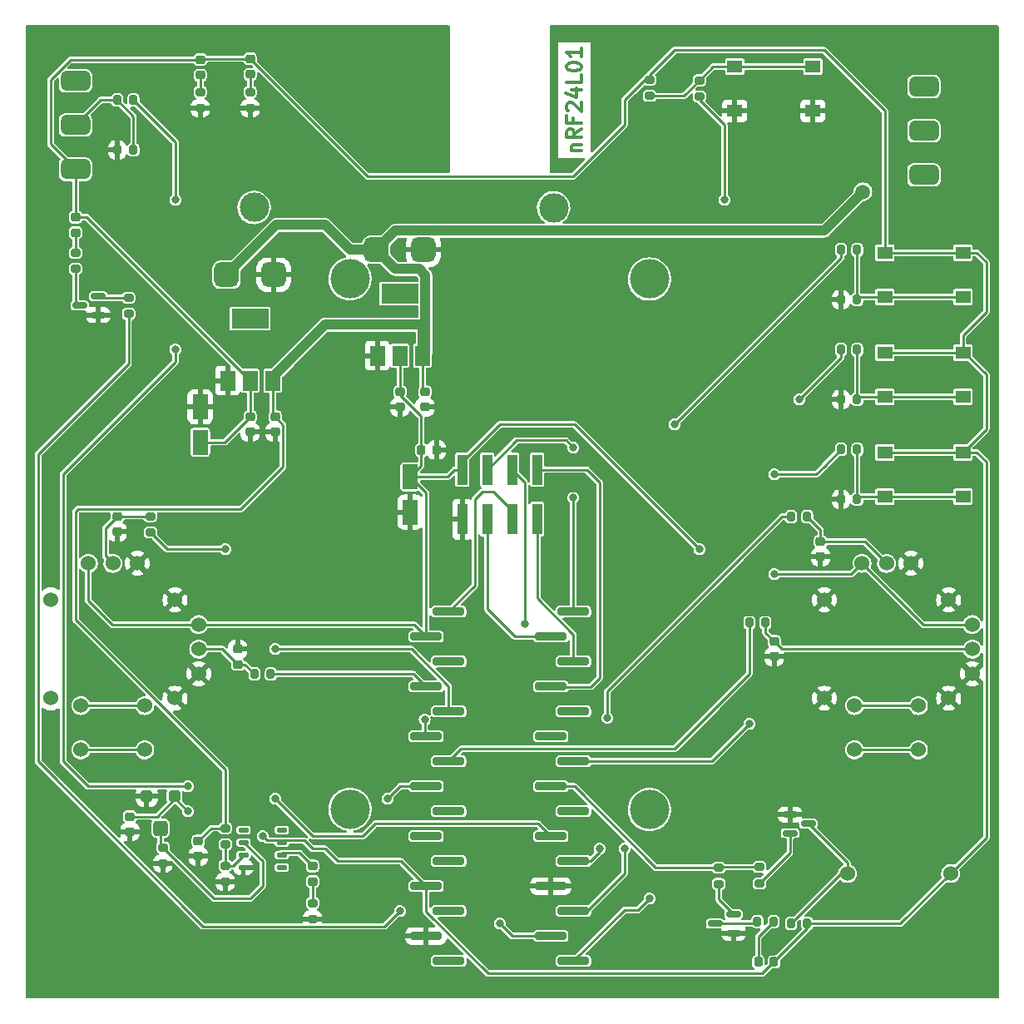
<source format=gbr>
%TF.GenerationSoftware,KiCad,Pcbnew,(6.0.2-0)*%
%TF.CreationDate,2022-03-25T12:04:44+00:00*%
%TF.ProjectId,controller,636f6e74-726f-46c6-9c65-722e6b696361,V1.2*%
%TF.SameCoordinates,Original*%
%TF.FileFunction,Copper,L1,Top*%
%TF.FilePolarity,Positive*%
%FSLAX46Y46*%
G04 Gerber Fmt 4.6, Leading zero omitted, Abs format (unit mm)*
G04 Created by KiCad (PCBNEW (6.0.2-0)) date 2022-03-25 12:04:44*
%MOMM*%
%LPD*%
G01*
G04 APERTURE LIST*
G04 Aperture macros list*
%AMRoundRect*
0 Rectangle with rounded corners*
0 $1 Rounding radius*
0 $2 $3 $4 $5 $6 $7 $8 $9 X,Y pos of 4 corners*
0 Add a 4 corners polygon primitive as box body*
4,1,4,$2,$3,$4,$5,$6,$7,$8,$9,$2,$3,0*
0 Add four circle primitives for the rounded corners*
1,1,$1+$1,$2,$3*
1,1,$1+$1,$4,$5*
1,1,$1+$1,$6,$7*
1,1,$1+$1,$8,$9*
0 Add four rect primitives between the rounded corners*
20,1,$1+$1,$2,$3,$4,$5,0*
20,1,$1+$1,$4,$5,$6,$7,0*
20,1,$1+$1,$6,$7,$8,$9,0*
20,1,$1+$1,$8,$9,$2,$3,0*%
G04 Aperture macros list end*
%ADD10C,0.300000*%
%TA.AperFunction,NonConductor*%
%ADD11C,0.300000*%
%TD*%
%TA.AperFunction,SMDPad,CuDef*%
%ADD12RoundRect,0.218750X0.256250X-0.218750X0.256250X0.218750X-0.256250X0.218750X-0.256250X-0.218750X0*%
%TD*%
%TA.AperFunction,SMDPad,CuDef*%
%ADD13RoundRect,0.625000X-0.625000X-0.625000X0.625000X-0.625000X0.625000X0.625000X-0.625000X0.625000X0*%
%TD*%
%TA.AperFunction,SMDPad,CuDef*%
%ADD14RoundRect,0.225000X0.250000X-0.225000X0.250000X0.225000X-0.250000X0.225000X-0.250000X-0.225000X0*%
%TD*%
%TA.AperFunction,SMDPad,CuDef*%
%ADD15RoundRect,0.225000X-0.250000X0.225000X-0.250000X-0.225000X0.250000X-0.225000X0.250000X0.225000X0*%
%TD*%
%TA.AperFunction,SMDPad,CuDef*%
%ADD16R,1.550000X1.300000*%
%TD*%
%TA.AperFunction,SMDPad,CuDef*%
%ADD17RoundRect,0.200000X-0.200000X-0.275000X0.200000X-0.275000X0.200000X0.275000X-0.200000X0.275000X0*%
%TD*%
%TA.AperFunction,SMDPad,CuDef*%
%ADD18RoundRect,0.300000X0.300000X0.300000X-0.300000X0.300000X-0.300000X-0.300000X0.300000X-0.300000X0*%
%TD*%
%TA.AperFunction,SMDPad,CuDef*%
%ADD19RoundRect,0.375000X0.375000X0.425000X-0.375000X0.425000X-0.375000X-0.425000X0.375000X-0.425000X0*%
%TD*%
%TA.AperFunction,ComponentPad*%
%ADD20RoundRect,0.500000X-1.000000X0.500000X-1.000000X-0.500000X1.000000X-0.500000X1.000000X0.500000X0*%
%TD*%
%TA.AperFunction,SMDPad,CuDef*%
%ADD21RoundRect,0.200000X0.275000X-0.200000X0.275000X0.200000X-0.275000X0.200000X-0.275000X-0.200000X0*%
%TD*%
%TA.AperFunction,SMDPad,CuDef*%
%ADD22RoundRect,0.200000X-0.275000X0.200000X-0.275000X-0.200000X0.275000X-0.200000X0.275000X0.200000X0*%
%TD*%
%TA.AperFunction,ComponentPad*%
%ADD23C,1.524000*%
%TD*%
%TA.AperFunction,SMDPad,CuDef*%
%ADD24RoundRect,0.250000X0.550000X-1.050000X0.550000X1.050000X-0.550000X1.050000X-0.550000X-1.050000X0*%
%TD*%
%TA.AperFunction,SMDPad,CuDef*%
%ADD25RoundRect,0.200000X1.400000X0.200000X-1.400000X0.200000X-1.400000X-0.200000X1.400000X-0.200000X0*%
%TD*%
%TA.AperFunction,SMDPad,CuDef*%
%ADD26R,1.500000X2.000000*%
%TD*%
%TA.AperFunction,SMDPad,CuDef*%
%ADD27R,3.800000X2.000000*%
%TD*%
%TA.AperFunction,SMDPad,CuDef*%
%ADD28RoundRect,0.200000X0.200000X0.275000X-0.200000X0.275000X-0.200000X-0.275000X0.200000X-0.275000X0*%
%TD*%
%TA.AperFunction,SMDPad,CuDef*%
%ADD29RoundRect,0.218750X-0.218750X-0.256250X0.218750X-0.256250X0.218750X0.256250X-0.218750X0.256250X0*%
%TD*%
%TA.AperFunction,SMDPad,CuDef*%
%ADD30RoundRect,0.150000X0.587500X0.150000X-0.587500X0.150000X-0.587500X-0.150000X0.587500X-0.150000X0*%
%TD*%
%TA.AperFunction,SMDPad,CuDef*%
%ADD31RoundRect,0.225000X-0.225000X-0.250000X0.225000X-0.250000X0.225000X0.250000X-0.225000X0.250000X0*%
%TD*%
%TA.AperFunction,SMDPad,CuDef*%
%ADD32RoundRect,0.150000X-0.587500X-0.150000X0.587500X-0.150000X0.587500X0.150000X-0.587500X0.150000X0*%
%TD*%
%TA.AperFunction,SMDPad,CuDef*%
%ADD33RoundRect,0.250000X-0.550000X1.050000X-0.550000X-1.050000X0.550000X-1.050000X0.550000X1.050000X0*%
%TD*%
%TA.AperFunction,SMDPad,CuDef*%
%ADD34R,1.000000X3.150000*%
%TD*%
%TA.AperFunction,ComponentPad*%
%ADD35RoundRect,0.500000X1.000000X-0.500000X1.000000X0.500000X-1.000000X0.500000X-1.000000X-0.500000X0*%
%TD*%
%TA.AperFunction,SMDPad,CuDef*%
%ADD36RoundRect,0.120000X-0.405000X-0.120000X0.405000X-0.120000X0.405000X0.120000X-0.405000X0.120000X0*%
%TD*%
%TA.AperFunction,WasherPad*%
%ADD37C,3.000000*%
%TD*%
%TA.AperFunction,WasherPad*%
%ADD38C,4.000000*%
%TD*%
%TA.AperFunction,ViaPad*%
%ADD39C,0.800000*%
%TD*%
%TA.AperFunction,ViaPad*%
%ADD40C,1.500000*%
%TD*%
%TA.AperFunction,Conductor*%
%ADD41C,0.250000*%
%TD*%
%TA.AperFunction,Conductor*%
%ADD42C,1.000000*%
%TD*%
G04 APERTURE END LIST*
D10*
D11*
X162238571Y-63598571D02*
X163238571Y-63598571D01*
X162381428Y-63598571D02*
X162310000Y-63527142D01*
X162238571Y-63384285D01*
X162238571Y-63170000D01*
X162310000Y-63027142D01*
X162452857Y-62955714D01*
X163238571Y-62955714D01*
X163238571Y-61384285D02*
X162524285Y-61884285D01*
X163238571Y-62241428D02*
X161738571Y-62241428D01*
X161738571Y-61670000D01*
X161810000Y-61527142D01*
X161881428Y-61455714D01*
X162024285Y-61384285D01*
X162238571Y-61384285D01*
X162381428Y-61455714D01*
X162452857Y-61527142D01*
X162524285Y-61670000D01*
X162524285Y-62241428D01*
X162452857Y-60241428D02*
X162452857Y-60741428D01*
X163238571Y-60741428D02*
X161738571Y-60741428D01*
X161738571Y-60027142D01*
X161881428Y-59527142D02*
X161810000Y-59455714D01*
X161738571Y-59312857D01*
X161738571Y-58955714D01*
X161810000Y-58812857D01*
X161881428Y-58741428D01*
X162024285Y-58670000D01*
X162167142Y-58670000D01*
X162381428Y-58741428D01*
X163238571Y-59598571D01*
X163238571Y-58670000D01*
X162238571Y-57384285D02*
X163238571Y-57384285D01*
X161667142Y-57741428D02*
X162738571Y-58098571D01*
X162738571Y-57170000D01*
X163238571Y-55884285D02*
X163238571Y-56598571D01*
X161738571Y-56598571D01*
X161738571Y-55098571D02*
X161738571Y-54955714D01*
X161810000Y-54812857D01*
X161881428Y-54741428D01*
X162024285Y-54670000D01*
X162310000Y-54598571D01*
X162667142Y-54598571D01*
X162952857Y-54670000D01*
X163095714Y-54741428D01*
X163167142Y-54812857D01*
X163238571Y-54955714D01*
X163238571Y-55098571D01*
X163167142Y-55241428D01*
X163095714Y-55312857D01*
X162952857Y-55384285D01*
X162667142Y-55455714D01*
X162310000Y-55455714D01*
X162024285Y-55384285D01*
X161881428Y-55312857D01*
X161810000Y-55241428D01*
X161738571Y-55098571D01*
X163238571Y-53170000D02*
X163238571Y-54027142D01*
X163238571Y-53598571D02*
X161738571Y-53598571D01*
X161952857Y-53741428D01*
X162095714Y-53884285D01*
X162167142Y-54027142D01*
D12*
%TO.P,D3,1,K*%
%TO.N,Net-(D3-Pad1)*%
X135890000Y-137947500D03*
%TO.P,D3,2,A*%
%TO.N,Net-(D3-Pad2)*%
X135890000Y-136372500D03*
%TD*%
D13*
%TO.P,D6,1,K*%
%TO.N,BAT_PWR*%
X127140000Y-76200000D03*
%TO.P,D6,2,A*%
%TO.N,Earth*%
X131940000Y-76200000D03*
%TD*%
D14*
%TO.P,C4,1*%
%TO.N,Earth*%
X116007060Y-102375000D03*
%TO.P,C4,2*%
%TO.N,Net-(C4-Pad2)*%
X116007060Y-100825000D03*
%TD*%
D15*
%TO.P,C3,1*%
%TO.N,Earth*%
X128270000Y-114310517D03*
%TO.P,C3,2*%
%TO.N,Net-(C3-Pad2)*%
X128270000Y-115860517D03*
%TD*%
D16*
%TO.P,RESET1,1,A*%
%TO.N,Net-(R24-Pad1)*%
X178853326Y-55011602D03*
X186803326Y-55011602D03*
%TO.P,RESET1,2,B*%
%TO.N,Earth*%
X178853326Y-59511602D03*
X186803326Y-59511602D03*
%TD*%
D17*
%TO.P,R1,1*%
%TO.N,Net-(Q1-Pad3)*%
X181169637Y-142016000D03*
%TO.P,R1,2*%
%TO.N,Net-(D1-Pad1)*%
X182819637Y-142016000D03*
%TD*%
D18*
%TO.P,RV1,1,1*%
%TO.N,+5V*%
X121823906Y-129277391D03*
D19*
%TO.P,RV1,2,2*%
%TO.N,Net-(R8-Pad2)*%
X120423906Y-132527391D03*
D18*
%TO.P,RV1,3,3*%
%TO.N,Earth*%
X119023906Y-129277391D03*
%TD*%
D15*
%TO.P,C1,1*%
%TO.N,+5V*%
X117311483Y-131334748D03*
%TO.P,C1,2*%
%TO.N,Earth*%
X117311483Y-132884748D03*
%TD*%
D20*
%TO.P,PWR_SW1,1,A*%
%TO.N,+BATT*%
X198120000Y-57040000D03*
%TO.P,PWR_SW1,2,B*%
%TO.N,BAT_PWR*%
X198120000Y-61540000D03*
%TO.P,PWR_SW1,3,C*%
%TO.N,unconnected-(PWR_SW1-Pad3)*%
X198120000Y-66040000D03*
%TD*%
D17*
%TO.P,R2,1*%
%TO.N,Net-(C3-Pad2)*%
X129985000Y-116840000D03*
%TO.P,R2,2*%
%TO.N,L_PITCH*%
X131635000Y-116840000D03*
%TD*%
D21*
%TO.P,R17,1*%
%TO.N,Net-(R17-Pad1)*%
X127000000Y-134175000D03*
%TO.P,R17,2*%
%TO.N,BAT_PWR*%
X127000000Y-132525000D03*
%TD*%
D17*
%TO.P,R10,1*%
%TO.N,Net-(BZ1-Pad2)*%
X184595000Y-142240000D03*
%TO.P,R10,2*%
%TO.N,+5V*%
X186245000Y-142240000D03*
%TD*%
D21*
%TO.P,R9,1*%
%TO.N,Net-(Q2-Pad2)*%
X181378897Y-138135427D03*
%TO.P,R9,2*%
%TO.N,BUZZER*%
X181378897Y-136485427D03*
%TD*%
D17*
%TO.P,R16,1*%
%TO.N,Earth*%
X189675000Y-78740000D03*
%TO.P,R16,2*%
%TO.N,Net-(Btn_3-Pad2)*%
X191325000Y-78740000D03*
%TD*%
D22*
%TO.P,R3,1*%
%TO.N,Net-(C4-Pad2)*%
X119380000Y-100775000D03*
%TO.P,R3,2*%
%TO.N,L_ROLL*%
X119380000Y-102425000D03*
%TD*%
D21*
%TO.P,R29,1*%
%TO.N,Earth*%
X129540000Y-59245000D03*
%TO.P,R29,2*%
%TO.N,Net-(D5-Pad1)*%
X129540000Y-57595000D03*
%TD*%
D23*
%TO.P,U1,EARTH*%
%TO.N,Earth*%
X109245000Y-119300000D03*
X109245000Y-109300000D03*
X121895000Y-109300000D03*
X121895000Y-119300000D03*
%TO.P,U1,SW1*%
%TO.N,unconnected-(U1-PadSW1)*%
X118820000Y-120050000D03*
X112320000Y-120050000D03*
%TO.P,U1,SW2*%
%TO.N,unconnected-(U1-PadSW2)*%
X118820000Y-124550000D03*
X112320000Y-124550000D03*
%TO.P,U1,X1*%
%TO.N,+3V3*%
X113070000Y-105570000D03*
%TO.P,U1,X2*%
%TO.N,Net-(C4-Pad2)*%
X115570000Y-105570000D03*
%TO.P,U1,X3*%
%TO.N,Earth*%
X118070000Y-105570000D03*
%TO.P,U1,Y1*%
%TO.N,+3V3*%
X124300000Y-111800000D03*
%TO.P,U1,Y2*%
%TO.N,Net-(C3-Pad2)*%
X124300000Y-114300000D03*
%TO.P,U1,Y3*%
%TO.N,Earth*%
X124300000Y-116800000D03*
%TD*%
D21*
%TO.P,R8,1*%
%TO.N,Earth*%
X120650000Y-136125000D03*
%TO.P,R8,2*%
%TO.N,Net-(R8-Pad2)*%
X120650000Y-134475000D03*
%TD*%
D24*
%TO.P,C10,1*%
%TO.N,+5V*%
X124460000Y-93240000D03*
%TO.P,C10,2*%
%TO.N,Earth*%
X124460000Y-89640000D03*
%TD*%
D25*
%TO.P,A1,1,D1/TX*%
%TO.N,Btn_1*%
X162440000Y-146050000D03*
%TO.P,A1,2,D0/RX*%
%TO.N,LED_1*%
X160140000Y-143510000D03*
%TO.P,A1,3,~{RESET}*%
%TO.N,RESET*%
X162440000Y-140970000D03*
%TO.P,A1,4,GND*%
%TO.N,Earth*%
X160140000Y-138430000D03*
%TO.P,A1,5,D2*%
%TO.N,NRF_MOSI*%
X162440000Y-135890000D03*
%TO.P,A1,6,D3*%
%TO.N,SW_1*%
X160140000Y-133350000D03*
%TO.P,A1,7,D4*%
%TO.N,unconnected-(A1-Pad7)*%
X162440000Y-130810000D03*
%TO.P,A1,8,D5*%
%TO.N,BUZZER*%
X160140000Y-128270000D03*
%TO.P,A1,9,D6*%
%TO.N,Btn_2*%
X162440000Y-125730000D03*
%TO.P,A1,10,D7*%
%TO.N,unconnected-(A1-Pad10)*%
X160140000Y-123190000D03*
%TO.P,A1,11,D8*%
%TO.N,unconnected-(A1-Pad11)*%
X162440000Y-120650000D03*
%TO.P,A1,12,D9*%
%TO.N,NRF_IRQ*%
X160140000Y-118110000D03*
%TO.P,A1,13,D10*%
%TO.N,NRF_MISO*%
X162440000Y-115570000D03*
%TO.P,A1,14,D11*%
%TO.N,NRF_CE*%
X160140000Y-113030000D03*
%TO.P,A1,15,D12*%
%TO.N,NRF_CSN*%
X162440000Y-110490000D03*
%TO.P,A1,16,D13*%
%TO.N,NRF_SCK*%
X149740000Y-110490000D03*
%TO.P,A1,17,3V3*%
%TO.N,+3V3*%
X147440000Y-113030000D03*
%TO.P,A1,18,AREF*%
%TO.N,unconnected-(A1-Pad18)*%
X149740000Y-115570000D03*
%TO.P,A1,19,A0*%
%TO.N,L_PITCH*%
X147440000Y-118110000D03*
%TO.P,A1,20,A1*%
%TO.N,L_ROLL*%
X149740000Y-120650000D03*
%TO.P,A1,21,A2*%
%TO.N,Btn_3*%
X147440000Y-123190000D03*
%TO.P,A1,22,A3*%
%TO.N,R_PITCH*%
X149740000Y-125730000D03*
%TO.P,A1,23,A4*%
%TO.N,R_ROLL*%
X147440000Y-128270000D03*
%TO.P,A1,24,A5*%
%TO.N,unconnected-(A1-Pad24)*%
X149740000Y-130810000D03*
%TO.P,A1,25,A6*%
%TO.N,unconnected-(A1-Pad25)*%
X147440000Y-133350000D03*
%TO.P,A1,26,A7*%
%TO.N,unconnected-(A1-Pad26)*%
X149740000Y-135890000D03*
%TO.P,A1,27,+5V*%
%TO.N,+5V*%
X147440000Y-138430000D03*
%TO.P,A1,28,~{RESET}*%
%TO.N,unconnected-(A1-Pad28)*%
X149740000Y-140970000D03*
%TO.P,A1,29,GND*%
%TO.N,Earth*%
X147440000Y-143510000D03*
%TO.P,A1,30,VIN*%
%TO.N,unconnected-(A1-Pad30)*%
X149740000Y-146050000D03*
%TD*%
D26*
%TO.P,U5,1,GND*%
%TO.N,Earth*%
X127240000Y-86970000D03*
%TO.P,U5,2,VO*%
%TO.N,+5V*%
X129540000Y-86970000D03*
%TO.P,U5,3,VI*%
%TO.N,BAT_PWR*%
X131840000Y-86970000D03*
D27*
%TO.P,U5,4*%
%TO.N,N/C*%
X129540000Y-80670000D03*
%TD*%
D15*
%TO.P,C2,1*%
%TO.N,BAT_PWR*%
X147320000Y-88125000D03*
%TO.P,C2,2*%
%TO.N,Earth*%
X147320000Y-89675000D03*
%TD*%
D21*
%TO.P,R31,1*%
%TO.N,Net-(Q4-Pad3)*%
X111760384Y-75602671D03*
%TO.P,R31,2*%
%TO.N,Net-(D7-Pad1)*%
X111760384Y-73952671D03*
%TD*%
D26*
%TO.P,U3,1,GND*%
%TO.N,Earth*%
X142480000Y-84430000D03*
%TO.P,U3,2,VO*%
%TO.N,+3V3*%
X144780000Y-84430000D03*
%TO.P,U3,3,VI*%
%TO.N,BAT_PWR*%
X147080000Y-84430000D03*
D27*
%TO.P,U3,4*%
%TO.N,N/C*%
X144780000Y-78130000D03*
%TD*%
D28*
%TO.P,R13,1*%
%TO.N,Net-(Btn_2-Pad2)*%
X191325000Y-83820000D03*
%TO.P,R13,2*%
%TO.N,Btn_2*%
X189675000Y-83820000D03*
%TD*%
D17*
%TO.P,R15,1*%
%TO.N,Earth*%
X189675000Y-88900000D03*
%TO.P,R15,2*%
%TO.N,Net-(Btn_2-Pad2)*%
X191325000Y-88900000D03*
%TD*%
%TO.P,R19,1*%
%TO.N,Net-(R19-Pad1)*%
X116015000Y-58420000D03*
%TO.P,R19,2*%
%TO.N,SW_1*%
X117665000Y-58420000D03*
%TD*%
D22*
%TO.P,R6,1*%
%TO.N,BUZZER*%
X177223152Y-136542748D03*
%TO.P,R6,2*%
%TO.N,Net-(Q1-Pad2)*%
X177223152Y-138192748D03*
%TD*%
D12*
%TO.P,D4,1,K*%
%TO.N,Net-(D4-Pad1)*%
X124460000Y-55880000D03*
%TO.P,D4,2,A*%
%TO.N,+5V*%
X124460000Y-54305000D03*
%TD*%
D23*
%TO.P,BZ1,1,-*%
%TO.N,+5V*%
X200830000Y-137138466D03*
%TO.P,BZ1,2,+*%
%TO.N,Net-(BZ1-Pad2)*%
X190330000Y-137138466D03*
%TD*%
D28*
%TO.P,R5,1*%
%TO.N,Net-(C6-Pad2)*%
X186245000Y-100827383D03*
%TO.P,R5,2*%
%TO.N,R_ROLL*%
X184595000Y-100827383D03*
%TD*%
D22*
%TO.P,R30,1*%
%TO.N,Net-(Q4-Pad2)*%
X117172778Y-78526001D03*
%TO.P,R30,2*%
%TO.N,LED_1*%
X117172778Y-80176001D03*
%TD*%
D14*
%TO.P,C8,1*%
%TO.N,Earth*%
X129540000Y-92215000D03*
%TO.P,C8,2*%
%TO.N,+5V*%
X129540000Y-90665000D03*
%TD*%
D12*
%TO.P,D7,1,K*%
%TO.N,Net-(D7-Pad1)*%
X111760000Y-71907500D03*
%TO.P,D7,2,A*%
%TO.N,+5V*%
X111760000Y-70332500D03*
%TD*%
D17*
%TO.P,R12,1*%
%TO.N,Earth*%
X189675000Y-99060000D03*
%TO.P,R12,2*%
%TO.N,Net-(Btn_1-Pad2)*%
X191325000Y-99060000D03*
%TD*%
D22*
%TO.P,R24,1*%
%TO.N,Net-(R24-Pad1)*%
X175260000Y-56410607D03*
%TO.P,R24,2*%
%TO.N,RESET*%
X175260000Y-58060607D03*
%TD*%
D21*
%TO.P,R26,1*%
%TO.N,Net-(R24-Pad1)*%
X170180000Y-58000869D03*
%TO.P,R26,2*%
%TO.N,+5V*%
X170180000Y-56350869D03*
%TD*%
D15*
%TO.P,C7,1*%
%TO.N,BAT_PWR*%
X132080000Y-90665000D03*
%TO.P,C7,2*%
%TO.N,Earth*%
X132080000Y-92215000D03*
%TD*%
D12*
%TO.P,D5,1,K*%
%TO.N,Net-(D5-Pad1)*%
X129540000Y-55790000D03*
%TO.P,D5,2,A*%
%TO.N,+5V*%
X129540000Y-54215000D03*
%TD*%
D29*
%TO.P,D1,1,K*%
%TO.N,Net-(D1-Pad1)*%
X181267977Y-146148544D03*
%TO.P,D1,2,A*%
%TO.N,+5V*%
X182842977Y-146148544D03*
%TD*%
D23*
%TO.P,U2,EARTH*%
%TO.N,Earth*%
X200635000Y-119300000D03*
X200635000Y-109300000D03*
X187985000Y-119300000D03*
X187985000Y-109300000D03*
%TO.P,U2,SW1*%
%TO.N,unconnected-(U2-PadSW1)*%
X197560000Y-120050000D03*
X191060000Y-120050000D03*
%TO.P,U2,SW2*%
%TO.N,unconnected-(U2-PadSW2)*%
X197560000Y-124550000D03*
X191060000Y-124550000D03*
%TO.P,U2,X1*%
%TO.N,+3V3*%
X191810000Y-105570000D03*
%TO.P,U2,X2*%
%TO.N,Net-(C6-Pad2)*%
X194310000Y-105570000D03*
%TO.P,U2,X3*%
%TO.N,Earth*%
X196810000Y-105570000D03*
%TO.P,U2,Y1*%
%TO.N,+3V3*%
X203040000Y-111800000D03*
%TO.P,U2,Y2*%
%TO.N,Net-(C5-Pad2)*%
X203040000Y-114300000D03*
%TO.P,U2,Y3*%
%TO.N,Earth*%
X203040000Y-116800000D03*
%TD*%
D30*
%TO.P,Q4,1,E*%
%TO.N,Earth*%
X114090532Y-80290282D03*
%TO.P,Q4,2,B*%
%TO.N,Net-(Q4-Pad2)*%
X114090532Y-78390282D03*
%TO.P,Q4,3,C*%
%TO.N,Net-(Q4-Pad3)*%
X112215532Y-79340282D03*
%TD*%
D21*
%TO.P,R20,1*%
%TO.N,Earth*%
X135890000Y-141795000D03*
%TO.P,R20,2*%
%TO.N,Net-(D3-Pad1)*%
X135890000Y-140145000D03*
%TD*%
D28*
%TO.P,R14,1*%
%TO.N,Net-(Btn_3-Pad2)*%
X191325000Y-73660000D03*
%TO.P,R14,2*%
%TO.N,Btn_3*%
X189675000Y-73660000D03*
%TD*%
D31*
%TO.P,C12,1*%
%TO.N,+3V3*%
X146965137Y-94031974D03*
%TO.P,C12,2*%
%TO.N,Earth*%
X148515137Y-94031974D03*
%TD*%
D32*
%TO.P,Q2,1,E*%
%TO.N,Earth*%
X184482500Y-131130000D03*
%TO.P,Q2,2,B*%
%TO.N,Net-(Q2-Pad2)*%
X184482500Y-133030000D03*
%TO.P,Q2,3,C*%
%TO.N,Net-(BZ1-Pad2)*%
X186357500Y-132080000D03*
%TD*%
D21*
%TO.P,R18,1*%
%TO.N,Earth*%
X127000000Y-137985000D03*
%TO.P,R18,2*%
%TO.N,Net-(R17-Pad1)*%
X127000000Y-136335000D03*
%TD*%
D14*
%TO.P,C6,1*%
%TO.N,Earth*%
X187598277Y-104915000D03*
%TO.P,C6,2*%
%TO.N,Net-(C6-Pad2)*%
X187598277Y-103365000D03*
%TD*%
D17*
%TO.P,R21,1*%
%TO.N,Earth*%
X116015000Y-63500000D03*
%TO.P,R21,2*%
%TO.N,Net-(R19-Pad1)*%
X117665000Y-63500000D03*
%TD*%
D14*
%TO.P,C5,1*%
%TO.N,Earth*%
X182880000Y-115075000D03*
%TO.P,C5,2*%
%TO.N,Net-(C5-Pad2)*%
X182880000Y-113525000D03*
%TD*%
D30*
%TO.P,Q1,1,E*%
%TO.N,Earth*%
X178737500Y-143190000D03*
%TO.P,Q1,2,B*%
%TO.N,Net-(Q1-Pad2)*%
X178737500Y-141290000D03*
%TO.P,Q1,3,C*%
%TO.N,Net-(Q1-Pad3)*%
X176862500Y-142240000D03*
%TD*%
D16*
%TO.P,Btn_2,1,A*%
%TO.N,+5V*%
X202095000Y-84110000D03*
X194145000Y-84110000D03*
%TO.P,Btn_2,2,B*%
%TO.N,Net-(Btn_2-Pad2)*%
X202095000Y-88610000D03*
X194145000Y-88610000D03*
%TD*%
D28*
%TO.P,R11,1*%
%TO.N,Net-(Btn_1-Pad2)*%
X191325000Y-93980000D03*
%TO.P,R11,2*%
%TO.N,Btn_1*%
X189675000Y-93980000D03*
%TD*%
D16*
%TO.P,Btn_3,1,A*%
%TO.N,+5V*%
X202095000Y-73950000D03*
X194145000Y-73950000D03*
%TO.P,Btn_3,2,B*%
%TO.N,Net-(Btn_3-Pad2)*%
X194145000Y-78450000D03*
X202095000Y-78450000D03*
%TD*%
D28*
%TO.P,R4,1*%
%TO.N,Net-(C5-Pad2)*%
X181990000Y-111604567D03*
%TO.P,R4,2*%
%TO.N,R_PITCH*%
X180340000Y-111604567D03*
%TD*%
D14*
%TO.P,C13,1*%
%TO.N,Earth*%
X144780000Y-89675000D03*
%TO.P,C13,2*%
%TO.N,+3V3*%
X144780000Y-88125000D03*
%TD*%
D33*
%TO.P,C11,1*%
%TO.N,+3V3*%
X145819259Y-96767895D03*
%TO.P,C11,2*%
%TO.N,Earth*%
X145819259Y-100367895D03*
%TD*%
D16*
%TO.P,Btn_1,1,A*%
%TO.N,+5V*%
X202095000Y-94270000D03*
X194145000Y-94270000D03*
%TO.P,Btn_1,2,B*%
%TO.N,Net-(Btn_1-Pad2)*%
X202095000Y-98770000D03*
X194145000Y-98770000D03*
%TD*%
D21*
%TO.P,R28,1*%
%TO.N,Earth*%
X124460000Y-59245000D03*
%TO.P,R28,2*%
%TO.N,Net-(D4-Pad1)*%
X124460000Y-57595000D03*
%TD*%
D34*
%TO.P,J1,1,Pin_1*%
%TO.N,Earth*%
X151130000Y-101080000D03*
%TO.P,J1,2,Pin_2*%
%TO.N,+3V3*%
X151130000Y-96030000D03*
%TO.P,J1,3,Pin_3*%
%TO.N,NRF_CE*%
X153670000Y-101080000D03*
%TO.P,J1,4,Pin_4*%
%TO.N,NRF_CSN*%
X153670000Y-96030000D03*
%TO.P,J1,5,Pin_5*%
%TO.N,NRF_SCK*%
X156210000Y-101080000D03*
%TO.P,J1,6,Pin_6*%
%TO.N,NRF_MOSI*%
X156210000Y-96030000D03*
%TO.P,J1,7,Pin_7*%
%TO.N,NRF_MISO*%
X158750000Y-101080000D03*
%TO.P,J1,8,Pin_8*%
%TO.N,NRF_IRQ*%
X158750000Y-96030000D03*
%TD*%
D15*
%TO.P,C9,1*%
%TO.N,BAT_PWR*%
X124260000Y-133845000D03*
%TO.P,C9,2*%
%TO.N,Earth*%
X124260000Y-135395000D03*
%TD*%
D13*
%TO.P,D2,1,K*%
%TO.N,BAT_PWR*%
X142380000Y-73660000D03*
%TO.P,D2,2,A*%
%TO.N,Earth*%
X147180000Y-73660000D03*
%TD*%
D35*
%TO.P,SW1,1,A*%
%TO.N,+5V*%
X111760000Y-65460000D03*
%TO.P,SW1,2,B*%
%TO.N,Net-(R19-Pad1)*%
X111760000Y-60960000D03*
%TO.P,SW1,3,C*%
%TO.N,unconnected-(SW1-Pad3)*%
X111760000Y-56460000D03*
%TD*%
D36*
%TO.P,U4,1,NULL*%
%TO.N,unconnected-(U4-Pad1)*%
X128860000Y-132715000D03*
%TO.P,U4,2,-*%
%TO.N,Net-(R8-Pad2)*%
X128860000Y-133985000D03*
%TO.P,U4,3,+*%
%TO.N,Net-(R17-Pad1)*%
X128860000Y-135255000D03*
%TO.P,U4,4,V-*%
%TO.N,Earth*%
X128860000Y-136525000D03*
%TO.P,U4,5,NULL*%
%TO.N,unconnected-(U4-Pad5)*%
X132760000Y-136525000D03*
%TO.P,U4,6*%
%TO.N,Net-(D3-Pad2)*%
X132760000Y-135255000D03*
%TO.P,U4,7,V+*%
%TO.N,+5V*%
X132760000Y-133985000D03*
%TO.P,U4,8,NC*%
%TO.N,unconnected-(U4-Pad8)*%
X132760000Y-132715000D03*
%TD*%
D37*
%TO.P,BT1,*%
%TO.N,*%
X129950000Y-69350000D03*
D38*
X139700000Y-130600000D03*
X139700000Y-76600000D03*
%TD*%
%TO.P,BT2,*%
%TO.N,*%
X170180000Y-76635000D03*
X170180000Y-130635000D03*
D37*
X160430000Y-69385000D03*
%TD*%
D39*
%TO.N,LED_1*%
X154940000Y-142240000D03*
X144780000Y-140970000D03*
%TO.N,Earth*%
X128844963Y-137583089D03*
X109220000Y-147320000D03*
X163830000Y-80010000D03*
X109220000Y-53340000D03*
X203200000Y-147320000D03*
X203200000Y-53340000D03*
%TO.N,Btn_1*%
X182880000Y-96520000D03*
X170180000Y-139700000D03*
%TO.N,Btn_2*%
X185420000Y-88900000D03*
X180340000Y-121920000D03*
%TO.N,Btn_3*%
X147311432Y-121466444D03*
X172720000Y-91440000D03*
%TO.N,SW_1*%
X121920000Y-83820000D03*
X123190000Y-128270000D03*
X121920000Y-68580000D03*
X132080000Y-129540000D03*
%TO.N,NRF_CSN*%
X162440013Y-93798771D03*
X162438693Y-98904727D03*
%TO.N,+3V3*%
X182880000Y-106680000D03*
X175260000Y-104140000D03*
%TO.N,R_ROLL*%
X143510000Y-129540000D03*
X165901885Y-121312181D03*
%TO.N,L_ROLL*%
X132080000Y-114300000D03*
X127000000Y-104140000D03*
%TO.N,+5V*%
X130810000Y-133350000D03*
X123190000Y-130810000D03*
%TO.N,RESET*%
X167640000Y-134620000D03*
X177800000Y-68580000D03*
%TO.N,NRF_MOSI*%
X165100000Y-134620000D03*
X157480000Y-111760000D03*
D40*
%TO.N,BAT_PWR*%
X191900011Y-67759989D03*
%TD*%
D41*
%TO.N,LED_1*%
X117172778Y-85256001D02*
X107950000Y-94478779D01*
X160140000Y-143510000D02*
X156210000Y-143510000D01*
X156210000Y-143510000D02*
X154940000Y-142240000D01*
X107950000Y-125730000D02*
X124739520Y-142519520D01*
X143230480Y-142519520D02*
X144780000Y-140970000D01*
X117172778Y-80176001D02*
X117172778Y-85256001D01*
X107950000Y-94478779D02*
X107950000Y-125730000D01*
X124739520Y-142519520D02*
X143230480Y-142519520D01*
%TO.N,Btn_1*%
X169030000Y-140850000D02*
X167640000Y-140850000D01*
X187960000Y-95695000D02*
X189675000Y-93980000D01*
X187960000Y-95695000D02*
X187135000Y-96520000D01*
X187135000Y-96520000D02*
X182880000Y-96520000D01*
X167640000Y-140850000D02*
X162440000Y-146050000D01*
X170180000Y-139700000D02*
X169030000Y-140850000D01*
%TO.N,Btn_2*%
X176530000Y-125730000D02*
X180340000Y-121920000D01*
X162440000Y-125730000D02*
X176530000Y-125730000D01*
X185420000Y-88900000D02*
X189675000Y-84645000D01*
X189675000Y-84645000D02*
X189675000Y-83820000D01*
%TO.N,Btn_3*%
X147311432Y-121466444D02*
X147311432Y-123061432D01*
X189675000Y-74485000D02*
X189675000Y-73660000D01*
X172720000Y-91440000D02*
X189675000Y-74485000D01*
X147311432Y-123061432D02*
X147440000Y-123190000D01*
%TO.N,SW_1*%
X142226480Y-132080000D02*
X140970000Y-133336480D01*
X140970000Y-133336480D02*
X135876480Y-133336480D01*
X117665000Y-58420000D02*
X121920000Y-62675000D01*
X110490000Y-96520000D02*
X121920000Y-85090000D01*
X110490000Y-125730000D02*
X110490000Y-96520000D01*
X123190000Y-128270000D02*
X113030000Y-128270000D01*
X135876480Y-133336480D02*
X132080000Y-129540000D01*
X113030000Y-128270000D02*
X110490000Y-125730000D01*
X121920000Y-62675000D02*
X121920000Y-68580000D01*
X121920000Y-85090000D02*
X121920000Y-83820000D01*
X158870000Y-132080000D02*
X142226480Y-132080000D01*
X160140000Y-133350000D02*
X158870000Y-132080000D01*
%TO.N,NRF_CE*%
X153670000Y-110214312D02*
X153670000Y-101080000D01*
X156485688Y-113030000D02*
X153670000Y-110214312D01*
X160140000Y-113030000D02*
X156485688Y-113030000D01*
%TO.N,NRF_SCK*%
X152400000Y-99060000D02*
X153170166Y-98289834D01*
X153170166Y-98289834D02*
X154278896Y-98289834D01*
X152400000Y-107830000D02*
X152400000Y-99060000D01*
X154278896Y-98289834D02*
X156210000Y-100220938D01*
X156210000Y-100220938D02*
X156210000Y-101080000D01*
X149740000Y-110490000D02*
X152400000Y-107830000D01*
%TO.N,NRF_CSN*%
X161699712Y-93058470D02*
X162440013Y-93798771D01*
X160145081Y-93058470D02*
X161699712Y-93058470D01*
X162438693Y-110488693D02*
X162440000Y-110490000D01*
X153670000Y-96030000D02*
X156641530Y-93058470D01*
X162438693Y-98904727D02*
X162438693Y-110488693D01*
X156641530Y-93058470D02*
X160145081Y-93058470D01*
%TO.N,+3V3*%
X154940000Y-91440000D02*
X151130000Y-95250000D01*
X146965137Y-94031974D02*
X146965137Y-90607999D01*
X151130000Y-95250000D02*
X151130000Y-96030000D01*
X150350000Y-96030000D02*
X151130000Y-96030000D01*
X182880000Y-106680000D02*
X190700000Y-106680000D01*
X144780000Y-84430000D02*
X144780000Y-88125000D01*
X146965137Y-90607999D02*
X144780000Y-88422862D01*
X146965137Y-95622017D02*
X145819259Y-96767895D01*
X147440000Y-113030000D02*
X147440000Y-98388636D01*
X203040000Y-111800000D02*
X198040000Y-111800000D01*
X175260000Y-104140000D02*
X162560000Y-91440000D01*
X113070000Y-109380000D02*
X113070000Y-105570000D01*
X146965137Y-94031974D02*
X146965137Y-95622017D01*
X162560000Y-91440000D02*
X154940000Y-91440000D01*
X149612105Y-96767895D02*
X150350000Y-96030000D01*
X115490000Y-111800000D02*
X113070000Y-109380000D01*
X198040000Y-111800000D02*
X191810000Y-105570000D01*
X144780000Y-88422862D02*
X144780000Y-88125000D01*
X190700000Y-106680000D02*
X191810000Y-105570000D01*
X147440000Y-113030000D02*
X146210000Y-111800000D01*
X146210000Y-111800000D02*
X115490000Y-111800000D01*
X145819259Y-96767895D02*
X149612105Y-96767895D01*
X147440000Y-98388636D02*
X145819259Y-96767895D01*
%TO.N,BUZZER*%
X162560000Y-128270000D02*
X170832748Y-136542748D01*
X170832748Y-136542748D02*
X177223152Y-136542748D01*
X160140000Y-128270000D02*
X162560000Y-128270000D01*
X177280473Y-136485427D02*
X177223152Y-136542748D01*
X181378897Y-136485427D02*
X177280473Y-136485427D01*
%TO.N,R_ROLL*%
X144780000Y-128270000D02*
X147440000Y-128270000D01*
X184595000Y-100827383D02*
X183652617Y-100827383D01*
X165901885Y-118578115D02*
X165901885Y-121312181D01*
X143510000Y-129540000D02*
X144780000Y-128270000D01*
X183652617Y-100827383D02*
X165901885Y-118578115D01*
%TO.N,R_PITCH*%
X151010000Y-124460000D02*
X172720000Y-124460000D01*
X180340000Y-116840000D02*
X180340000Y-111604567D01*
X172720000Y-124460000D02*
X180340000Y-116840000D01*
X149740000Y-125730000D02*
X151010000Y-124460000D01*
%TO.N,L_ROLL*%
X127000000Y-104140000D02*
X121095000Y-104140000D01*
X121095000Y-104140000D02*
X119380000Y-102425000D01*
X145971783Y-114300000D02*
X132080000Y-114300000D01*
X149740000Y-120650000D02*
X149740000Y-118068217D01*
X149740000Y-118068217D02*
X145971783Y-114300000D01*
%TO.N,L_PITCH*%
X131635000Y-116840000D02*
X146170000Y-116840000D01*
X146170000Y-116840000D02*
X147440000Y-118110000D01*
%TO.N,+5V*%
X202095000Y-94270000D02*
X204470000Y-91895000D01*
X202095000Y-94270000D02*
X203490000Y-94270000D01*
X137160000Y-134620000D02*
X135890000Y-134620000D01*
X121817202Y-129437202D02*
X123190000Y-130810000D01*
X194145000Y-94270000D02*
X202095000Y-94270000D01*
X202095000Y-82385000D02*
X204470000Y-80010000D01*
X121817202Y-129274060D02*
X121817202Y-129437202D01*
X203490000Y-94270000D02*
X204470000Y-95250000D01*
X167640000Y-58420000D02*
X169709131Y-56350869D01*
X147440000Y-141011783D02*
X153748217Y-147320000D01*
X203490000Y-73950000D02*
X202095000Y-73950000D01*
X111248953Y-54305000D02*
X109220000Y-56333953D01*
X194145000Y-59525000D02*
X187960000Y-53340000D01*
X124550000Y-54215000D02*
X129540000Y-54215000D01*
X109220000Y-62920000D02*
X111760000Y-65460000D01*
X202095000Y-84110000D02*
X202095000Y-82385000D01*
X147440000Y-138430000D02*
X144900000Y-135890000D01*
X129540000Y-90665000D02*
X126965000Y-93240000D01*
X204470000Y-86360000D02*
X202220000Y-84110000D01*
X186245000Y-142746521D02*
X186245000Y-142240000D01*
X124460000Y-54305000D02*
X111248953Y-54305000D01*
X187960000Y-53340000D02*
X172720000Y-53340000D01*
X204470000Y-80010000D02*
X204470000Y-74930000D01*
X181671521Y-147320000D02*
X182842977Y-146148544D01*
X162434980Y-66165020D02*
X167640000Y-60960000D01*
X135056000Y-133786000D02*
X132760000Y-133786000D01*
X195728466Y-142240000D02*
X200830000Y-137138466D01*
X124460000Y-54305000D02*
X124550000Y-54215000D01*
X138430000Y-135890000D02*
X137160000Y-134620000D01*
X132760000Y-133786000D02*
X131246000Y-133786000D01*
X112902500Y-70332500D02*
X111760000Y-70332500D01*
X153748217Y-147320000D02*
X181610000Y-147320000D01*
X204470000Y-74930000D02*
X203490000Y-73950000D01*
X194145000Y-73950000D02*
X194145000Y-59525000D01*
X126965000Y-93240000D02*
X124460000Y-93240000D01*
X141490020Y-66165020D02*
X162434980Y-66165020D01*
X169709131Y-56350869D02*
X170180000Y-56350869D01*
X202220000Y-84110000D02*
X202095000Y-84110000D01*
X120072236Y-131334748D02*
X117311483Y-131334748D01*
X129540000Y-54215000D02*
X141490020Y-66165020D01*
X109220000Y-56333953D02*
X109220000Y-62920000D01*
X111760000Y-70332500D02*
X111760000Y-65460000D01*
X129540000Y-86970000D02*
X112902500Y-70332500D01*
X167640000Y-60960000D02*
X167640000Y-58420000D01*
X121817202Y-129589782D02*
X120072236Y-131334748D01*
X204470000Y-91895000D02*
X204470000Y-86360000D01*
X202095000Y-84110000D02*
X194145000Y-84110000D01*
X129540000Y-86970000D02*
X129540000Y-90665000D01*
X144900000Y-135890000D02*
X138430000Y-135890000D01*
X172720000Y-53340000D02*
X170180000Y-55880000D01*
X204470000Y-133498466D02*
X200830000Y-137138466D01*
X186245000Y-142240000D02*
X195728466Y-142240000D01*
X121817202Y-129274060D02*
X121817202Y-129589782D01*
X194145000Y-73950000D02*
X202095000Y-73950000D01*
X170180000Y-55880000D02*
X170180000Y-56350869D01*
X204470000Y-95250000D02*
X204470000Y-133498466D01*
X147440000Y-138430000D02*
X147440000Y-141011783D01*
X131246000Y-133786000D02*
X130810000Y-133350000D01*
X135890000Y-134620000D02*
X135056000Y-133786000D01*
X182842977Y-146148544D02*
X186245000Y-142746521D01*
%TO.N,RESET*%
X163830000Y-140970000D02*
X167640000Y-137160000D01*
X177800000Y-60960000D02*
X175260000Y-58420000D01*
X167640000Y-137160000D02*
X167640000Y-134620000D01*
X177800000Y-68580000D02*
X177800000Y-60960000D01*
X175260000Y-58420000D02*
X175260000Y-58060607D01*
X162440000Y-140970000D02*
X163830000Y-140970000D01*
%TO.N,Net-(BZ1-Pad2)*%
X189696534Y-137138466D02*
X190330000Y-137138466D01*
X186357500Y-132080000D02*
X190330000Y-136052500D01*
X190330000Y-136052500D02*
X190330000Y-137138466D01*
X184595000Y-142240000D02*
X189696534Y-137138466D01*
%TO.N,Net-(C3-Pad2)*%
X128270000Y-115860517D02*
X129005517Y-115860517D01*
X129005517Y-115860517D02*
X129985000Y-116840000D01*
X124300000Y-114300000D02*
X126709483Y-114300000D01*
X126709483Y-114300000D02*
X128270000Y-115860517D01*
%TO.N,Net-(C4-Pad2)*%
X114808001Y-102024059D02*
X114808001Y-104808001D01*
X116057060Y-100775000D02*
X119380000Y-100775000D01*
X116007060Y-100825000D02*
X116057060Y-100775000D01*
X114808001Y-104808001D02*
X115570000Y-105570000D01*
X116007060Y-100825000D02*
X114808001Y-102024059D01*
%TO.N,Net-(C5-Pad2)*%
X181990000Y-111604567D02*
X181990000Y-112635000D01*
X181990000Y-112635000D02*
X182880000Y-113525000D01*
X182880000Y-113525000D02*
X183655000Y-114300000D01*
X183655000Y-114300000D02*
X203040000Y-114300000D01*
%TO.N,Net-(C6-Pad2)*%
X194310000Y-105570000D02*
X192105000Y-103365000D01*
X192105000Y-103365000D02*
X187598277Y-103365000D01*
X187598277Y-103365000D02*
X187598277Y-102180660D01*
X187598277Y-102180660D02*
X186245000Y-100827383D01*
%TO.N,Net-(D1-Pad1)*%
X181267977Y-143567660D02*
X182819637Y-142016000D01*
X181267977Y-146148544D02*
X181267977Y-143567660D01*
%TO.N,Net-(D4-Pad1)*%
X124460000Y-55880000D02*
X124460000Y-57595000D01*
%TO.N,Net-(D5-Pad1)*%
X129540000Y-55790000D02*
X129540000Y-57595000D01*
%TO.N,Net-(D7-Pad1)*%
X111760384Y-71907884D02*
X111760000Y-71907500D01*
X111760384Y-73952671D02*
X111760384Y-71907884D01*
%TO.N,NRF_MISO*%
X158750000Y-109141783D02*
X158750000Y-101080000D01*
X162440000Y-115570000D02*
X162440000Y-112831783D01*
X162440000Y-112831783D02*
X158750000Y-109141783D01*
%TO.N,NRF_IRQ*%
X160140000Y-118110000D02*
X160155966Y-118125966D01*
X160155966Y-118125966D02*
X164228793Y-118125966D01*
X158750000Y-96030000D02*
X163816057Y-96030000D01*
X163816057Y-96030000D02*
X165100000Y-97313943D01*
X165100000Y-97313943D02*
X165100000Y-99806047D01*
X165100000Y-116840000D02*
X165100000Y-106680000D01*
X165100000Y-106680000D02*
X165100000Y-99806047D01*
X164228793Y-118125966D02*
X165100000Y-117254759D01*
X165100000Y-117254759D02*
X165100000Y-116840000D01*
%TO.N,NRF_MOSI*%
X164176793Y-135890000D02*
X162440000Y-135890000D01*
X156210000Y-96030000D02*
X157480000Y-97300000D01*
X165100000Y-134966793D02*
X164176793Y-135890000D01*
X165100000Y-134620000D02*
X165100000Y-134966793D01*
X157480000Y-97300000D02*
X157480000Y-111760000D01*
%TO.N,Net-(Q1-Pad2)*%
X177223152Y-139775652D02*
X178737500Y-141290000D01*
X177223152Y-138192748D02*
X177223152Y-139775652D01*
%TO.N,Net-(Q1-Pad3)*%
X176862500Y-142240000D02*
X180945637Y-142240000D01*
X180945637Y-142240000D02*
X181169637Y-142016000D01*
%TO.N,Net-(Q2-Pad2)*%
X184482500Y-133030000D02*
X184482500Y-135031824D01*
X184482500Y-135031824D02*
X181378897Y-138135427D01*
%TO.N,Net-(Q4-Pad2)*%
X114090532Y-78390282D02*
X114226251Y-78526001D01*
X114226251Y-78526001D02*
X117172778Y-78526001D01*
%TO.N,Net-(Q4-Pad3)*%
X111760384Y-75602671D02*
X111760384Y-78885134D01*
X111760384Y-78885134D02*
X112215532Y-79340282D01*
%TO.N,Net-(Btn_1-Pad2)*%
X202095000Y-98770000D02*
X194145000Y-98770000D01*
X194145000Y-98770000D02*
X191615000Y-98770000D01*
X191325000Y-99060000D02*
X191325000Y-93980000D01*
X191615000Y-98770000D02*
X191325000Y-99060000D01*
%TO.N,Net-(Btn_2-Pad2)*%
X191325000Y-88900000D02*
X191615000Y-88610000D01*
X194145000Y-88610000D02*
X202095000Y-88610000D01*
X191615000Y-88610000D02*
X194145000Y-88610000D01*
X191325000Y-83820000D02*
X191325000Y-88900000D01*
%TO.N,Net-(Btn_3-Pad2)*%
X194145000Y-78450000D02*
X202095000Y-78450000D01*
X191325000Y-78740000D02*
X191615000Y-78450000D01*
X191615000Y-78450000D02*
X194145000Y-78450000D01*
X191325000Y-73660000D02*
X191325000Y-78740000D01*
%TO.N,Net-(R19-Pad1)*%
X111760000Y-60960000D02*
X114300000Y-58420000D01*
X114300000Y-58420000D02*
X116015000Y-58420000D01*
X117665000Y-60070000D02*
X117665000Y-63500000D01*
X116015000Y-58420000D02*
X117665000Y-60070000D01*
%TO.N,unconnected-(U1-PadSW1)*%
X112320000Y-120050000D02*
X118820000Y-120050000D01*
%TO.N,unconnected-(U1-PadSW2)*%
X118820000Y-124550000D02*
X112320000Y-124550000D01*
%TO.N,unconnected-(U2-PadSW1)*%
X191060000Y-120050000D02*
X197560000Y-120050000D01*
%TO.N,unconnected-(U2-PadSW2)*%
X197560000Y-124550000D02*
X191060000Y-124550000D01*
%TO.N,Net-(R24-Pad1)*%
X175260000Y-56410607D02*
X176659005Y-55011602D01*
X186803326Y-55011602D02*
X178853326Y-55011602D01*
X170180000Y-58000869D02*
X173669738Y-58000869D01*
X173669738Y-58000869D02*
X175260000Y-56410607D01*
X176659005Y-55011602D02*
X178853326Y-55011602D01*
%TO.N,BAT_PWR*%
X147080000Y-84430000D02*
X147080000Y-87885000D01*
X124260000Y-133845000D02*
X125580000Y-132525000D01*
D42*
X131840000Y-86600000D02*
X131840000Y-86970000D01*
X144329520Y-75609520D02*
X146729520Y-75609520D01*
X147080000Y-84430000D02*
X147080000Y-81280000D01*
D41*
X131840000Y-86970000D02*
X131840000Y-90425000D01*
D42*
X146729520Y-75609520D02*
X147379511Y-76259511D01*
X142380000Y-73660000D02*
X144329520Y-75609520D01*
D41*
X125580000Y-132525000D02*
X127000000Y-132525000D01*
X131840000Y-90425000D02*
X132080000Y-90665000D01*
D42*
X137160000Y-81280000D02*
X131840000Y-86600000D01*
D41*
X127000000Y-132525000D02*
X127000000Y-126550480D01*
D42*
X187949520Y-71710480D02*
X144329520Y-71710480D01*
D41*
X111760000Y-111310480D02*
X111760000Y-100330000D01*
D42*
X147080000Y-81280000D02*
X137160000Y-81280000D01*
X147379511Y-84130489D02*
X147080000Y-84430000D01*
X147379511Y-76259511D02*
X147379511Y-84130489D01*
D41*
X147080000Y-87885000D02*
X147320000Y-88125000D01*
X132879520Y-95720480D02*
X132879520Y-91464520D01*
X132879520Y-91464520D02*
X132080000Y-90665000D01*
D42*
X137160000Y-71120000D02*
X132220000Y-71120000D01*
D41*
X127000000Y-126550480D02*
X111760000Y-111310480D01*
D42*
X142380000Y-73660000D02*
X139700000Y-73660000D01*
X144329520Y-71710480D02*
X142380000Y-73660000D01*
D41*
X128549520Y-100050480D02*
X132879520Y-95720480D01*
X112039520Y-100050480D02*
X128549520Y-100050480D01*
D42*
X191900011Y-67759989D02*
X187949520Y-71710480D01*
X139700000Y-73660000D02*
X137160000Y-71120000D01*
X132220000Y-71120000D02*
X127140000Y-76200000D01*
D41*
X111760000Y-100330000D02*
X112039520Y-100050480D01*
%TO.N,Net-(D3-Pad1)*%
X135890000Y-137947500D02*
X135890000Y-140145000D01*
%TO.N,Net-(D3-Pad2)*%
X134573500Y-135056000D02*
X135890000Y-136372500D01*
X132760000Y-135056000D02*
X134573500Y-135056000D01*
%TO.N,Net-(R17-Pad1)*%
X127000000Y-136335000D02*
X127780000Y-136335000D01*
X127780000Y-136335000D02*
X128860000Y-135255000D01*
X127000000Y-136335000D02*
X127000000Y-134175000D01*
%TO.N,Net-(R8-Pad2)*%
X130810000Y-138430000D02*
X130810000Y-135890000D01*
X129540000Y-139700000D02*
X130810000Y-138430000D01*
X120392605Y-134217605D02*
X120650000Y-134475000D01*
X125875000Y-139700000D02*
X120650000Y-134475000D01*
X128905000Y-133985000D02*
X128860000Y-133985000D01*
X120417202Y-134242202D02*
X120650000Y-134475000D01*
X130810000Y-135890000D02*
X128905000Y-133985000D01*
X120417202Y-132524060D02*
X120417202Y-134242202D01*
X125875000Y-139700000D02*
X129540000Y-139700000D01*
%TD*%
%TA.AperFunction,Conductor*%
%TO.N,Earth*%
G36*
X149802121Y-50830002D02*
G01*
X149848614Y-50883658D01*
X149860000Y-50936000D01*
X149860000Y-65713520D01*
X149839998Y-65781641D01*
X149786342Y-65828134D01*
X149734000Y-65839520D01*
X141677037Y-65839520D01*
X141608916Y-65819518D01*
X141587942Y-65802615D01*
X130252405Y-54467079D01*
X130218379Y-54404767D01*
X130215500Y-54377984D01*
X130215500Y-53963254D01*
X130199951Y-53865080D01*
X130139658Y-53746749D01*
X130045751Y-53652842D01*
X129927420Y-53592549D01*
X129829246Y-53577000D01*
X129250754Y-53577000D01*
X129152580Y-53592549D01*
X129034249Y-53652842D01*
X128940342Y-53746749D01*
X128935842Y-53755580D01*
X128935838Y-53755586D01*
X128902659Y-53820703D01*
X128853911Y-53872318D01*
X128790393Y-53889500D01*
X125160266Y-53889500D01*
X125092145Y-53869498D01*
X125061688Y-53840734D01*
X125059658Y-53836749D01*
X124965751Y-53742842D01*
X124847420Y-53682549D01*
X124749246Y-53667000D01*
X124170754Y-53667000D01*
X124072580Y-53682549D01*
X123954249Y-53742842D01*
X123860342Y-53836749D01*
X123855842Y-53845580D01*
X123855838Y-53845586D01*
X123822659Y-53910703D01*
X123773911Y-53962318D01*
X123710393Y-53979500D01*
X111268663Y-53979500D01*
X111257681Y-53979020D01*
X111231133Y-53976697D01*
X111231131Y-53976697D01*
X111220146Y-53975736D01*
X111183738Y-53985492D01*
X111173011Y-53987870D01*
X111169652Y-53988462D01*
X111135908Y-53994412D01*
X111126363Y-53999923D01*
X111123087Y-54001115D01*
X111119919Y-54002592D01*
X111109269Y-54005446D01*
X111100238Y-54011770D01*
X111078409Y-54027055D01*
X111069138Y-54032961D01*
X111046047Y-54046293D01*
X111036498Y-54051806D01*
X111029412Y-54060251D01*
X111012268Y-54080682D01*
X111004842Y-54088785D01*
X109003785Y-56089842D01*
X108995681Y-56097269D01*
X108966806Y-56121498D01*
X108961293Y-56131047D01*
X108947961Y-56154138D01*
X108942055Y-56163409D01*
X108920446Y-56194269D01*
X108917592Y-56204919D01*
X108916115Y-56208087D01*
X108914923Y-56211363D01*
X108909412Y-56220908D01*
X108905496Y-56243120D01*
X108902870Y-56258011D01*
X108900492Y-56268738D01*
X108890736Y-56305146D01*
X108891697Y-56316131D01*
X108891697Y-56316133D01*
X108894020Y-56342681D01*
X108894500Y-56353663D01*
X108894500Y-62900290D01*
X108894020Y-62911272D01*
X108890736Y-62948807D01*
X108893590Y-62959456D01*
X108900491Y-62985210D01*
X108902870Y-62995942D01*
X108909412Y-63033045D01*
X108914923Y-63042590D01*
X108916115Y-63045866D01*
X108917592Y-63049034D01*
X108920446Y-63059684D01*
X108942055Y-63090544D01*
X108947961Y-63099815D01*
X108961293Y-63122906D01*
X108966806Y-63132455D01*
X108975251Y-63139541D01*
X108995682Y-63156685D01*
X109003785Y-63164111D01*
X110196516Y-64356843D01*
X110230542Y-64419155D01*
X110225477Y-64489971D01*
X110207803Y-64521492D01*
X110204703Y-64524592D01*
X110116873Y-64669617D01*
X110066171Y-64831406D01*
X110059500Y-64904007D01*
X110059501Y-66015992D01*
X110059764Y-66018850D01*
X110059764Y-66018859D01*
X110063015Y-66054243D01*
X110066171Y-66088594D01*
X110116873Y-66250383D01*
X110204703Y-66395408D01*
X110324592Y-66515297D01*
X110469617Y-66603127D01*
X110476864Y-66605398D01*
X110476866Y-66605399D01*
X110542106Y-66625844D01*
X110631406Y-66653829D01*
X110704007Y-66660500D01*
X111308500Y-66660500D01*
X111376621Y-66680502D01*
X111423114Y-66734158D01*
X111434500Y-66786500D01*
X111434500Y-69601286D01*
X111414498Y-69669407D01*
X111365703Y-69713553D01*
X111254249Y-69770342D01*
X111160342Y-69864249D01*
X111100049Y-69982580D01*
X111084500Y-70080754D01*
X111084500Y-70584246D01*
X111100049Y-70682420D01*
X111160342Y-70800751D01*
X111254249Y-70894658D01*
X111372580Y-70954951D01*
X111470754Y-70970500D01*
X112049246Y-70970500D01*
X112147420Y-70954951D01*
X112265751Y-70894658D01*
X112359658Y-70800751D01*
X112364159Y-70791918D01*
X112364162Y-70791914D01*
X112397341Y-70726797D01*
X112446089Y-70675182D01*
X112509607Y-70658000D01*
X112715484Y-70658000D01*
X112783605Y-70678002D01*
X112804579Y-70694905D01*
X127461648Y-85351974D01*
X127495674Y-85414286D01*
X127495674Y-85467851D01*
X127494000Y-85475547D01*
X127494000Y-88459884D01*
X127498475Y-88475123D01*
X127499865Y-88476328D01*
X127507548Y-88477999D01*
X128034669Y-88477999D01*
X128041490Y-88477629D01*
X128092352Y-88472105D01*
X128107604Y-88468479D01*
X128228054Y-88423324D01*
X128243649Y-88414786D01*
X128345724Y-88338285D01*
X128358285Y-88325724D01*
X128434786Y-88223649D01*
X128443325Y-88208052D01*
X128456168Y-88173793D01*
X128498809Y-88117028D01*
X128565370Y-88092328D01*
X128634719Y-88107535D01*
X128644990Y-88115237D01*
X128645448Y-88114552D01*
X128711769Y-88158867D01*
X128723938Y-88161288D01*
X128723939Y-88161288D01*
X128764184Y-88169293D01*
X128770252Y-88170500D01*
X129088500Y-88170500D01*
X129156621Y-88190502D01*
X129203114Y-88244158D01*
X129214500Y-88296500D01*
X129214500Y-89923706D01*
X129194498Y-89991827D01*
X129145703Y-90035973D01*
X129036780Y-90091472D01*
X128941472Y-90186780D01*
X128880281Y-90306874D01*
X128864500Y-90406512D01*
X128864500Y-90827984D01*
X128844498Y-90896105D01*
X128827595Y-90917079D01*
X126867079Y-92877595D01*
X126804767Y-92911621D01*
X126777984Y-92914500D01*
X125586500Y-92914500D01*
X125518379Y-92894498D01*
X125471886Y-92840842D01*
X125460500Y-92788500D01*
X125460500Y-92136166D01*
X125457519Y-92104631D01*
X125412634Y-91976816D01*
X125407042Y-91969246D01*
X125407041Y-91969243D01*
X125337742Y-91875421D01*
X125332150Y-91867850D01*
X125304179Y-91847190D01*
X125230757Y-91792959D01*
X125230754Y-91792958D01*
X125223184Y-91787366D01*
X125095369Y-91742481D01*
X125087723Y-91741758D01*
X125087722Y-91741758D01*
X125081752Y-91741194D01*
X125063834Y-91739500D01*
X123856166Y-91739500D01*
X123838248Y-91741194D01*
X123832278Y-91741758D01*
X123832277Y-91741758D01*
X123824631Y-91742481D01*
X123696816Y-91787366D01*
X123689246Y-91792958D01*
X123689243Y-91792959D01*
X123615821Y-91847190D01*
X123587850Y-91867850D01*
X123582258Y-91875421D01*
X123512959Y-91969243D01*
X123512958Y-91969246D01*
X123507366Y-91976816D01*
X123462481Y-92104631D01*
X123459500Y-92136166D01*
X123459500Y-94343834D01*
X123462481Y-94375369D01*
X123507366Y-94503184D01*
X123512958Y-94510754D01*
X123512959Y-94510757D01*
X123553012Y-94564984D01*
X123587850Y-94612150D01*
X123595421Y-94617742D01*
X123689243Y-94687041D01*
X123689246Y-94687042D01*
X123696816Y-94692634D01*
X123824631Y-94737519D01*
X123832277Y-94738242D01*
X123832278Y-94738242D01*
X123838248Y-94738806D01*
X123856166Y-94740500D01*
X125063834Y-94740500D01*
X125081752Y-94738806D01*
X125087722Y-94738242D01*
X125087723Y-94738242D01*
X125095369Y-94737519D01*
X125223184Y-94692634D01*
X125230754Y-94687042D01*
X125230757Y-94687041D01*
X125324579Y-94617742D01*
X125332150Y-94612150D01*
X125366988Y-94564984D01*
X125407041Y-94510757D01*
X125407042Y-94510754D01*
X125412634Y-94503184D01*
X125457519Y-94375369D01*
X125460500Y-94343834D01*
X125460500Y-93691500D01*
X125480502Y-93623379D01*
X125534158Y-93576886D01*
X125586500Y-93565500D01*
X126945290Y-93565500D01*
X126956272Y-93565980D01*
X126982820Y-93568303D01*
X126982822Y-93568303D01*
X126993807Y-93569264D01*
X127030215Y-93559508D01*
X127040942Y-93557130D01*
X127044301Y-93556538D01*
X127078045Y-93550588D01*
X127087590Y-93545077D01*
X127090866Y-93543885D01*
X127094034Y-93542408D01*
X127104684Y-93539554D01*
X127135544Y-93517945D01*
X127144815Y-93512039D01*
X127167906Y-93498707D01*
X127177455Y-93493194D01*
X127201685Y-93464317D01*
X127209111Y-93456215D01*
X128341905Y-92323421D01*
X128404217Y-92289395D01*
X128475032Y-92294460D01*
X128531868Y-92337007D01*
X128556679Y-92403527D01*
X128557000Y-92412516D01*
X128557000Y-92485438D01*
X128557337Y-92491953D01*
X128566894Y-92584057D01*
X128569788Y-92597456D01*
X128619381Y-92746107D01*
X128625555Y-92759286D01*
X128707788Y-92892173D01*
X128716824Y-92903574D01*
X128827429Y-93013986D01*
X128838840Y-93022998D01*
X128971880Y-93105004D01*
X128985061Y-93111151D01*
X129133814Y-93160491D01*
X129147190Y-93163358D01*
X129238097Y-93172672D01*
X129244513Y-93173000D01*
X129267885Y-93173000D01*
X129283124Y-93168525D01*
X129284329Y-93167135D01*
X129286000Y-93159452D01*
X129286000Y-93154885D01*
X129794000Y-93154885D01*
X129798475Y-93170124D01*
X129799865Y-93171329D01*
X129807548Y-93173000D01*
X129835438Y-93173000D01*
X129841953Y-93172663D01*
X129934057Y-93163106D01*
X129947456Y-93160212D01*
X130096107Y-93110619D01*
X130109286Y-93104445D01*
X130242173Y-93022212D01*
X130253574Y-93013176D01*
X130363986Y-92902571D01*
X130372998Y-92891160D01*
X130455004Y-92758120D01*
X130461151Y-92744939D01*
X130510491Y-92596186D01*
X130513358Y-92582810D01*
X130522672Y-92491903D01*
X130522929Y-92486874D01*
X130522507Y-92485438D01*
X131097000Y-92485438D01*
X131097337Y-92491953D01*
X131106894Y-92584057D01*
X131109788Y-92597456D01*
X131159381Y-92746107D01*
X131165555Y-92759286D01*
X131247788Y-92892173D01*
X131256824Y-92903574D01*
X131367429Y-93013986D01*
X131378840Y-93022998D01*
X131511880Y-93105004D01*
X131525061Y-93111151D01*
X131673814Y-93160491D01*
X131687190Y-93163358D01*
X131778097Y-93172672D01*
X131784513Y-93173000D01*
X131807885Y-93173000D01*
X131823124Y-93168525D01*
X131824329Y-93167135D01*
X131826000Y-93159452D01*
X131826000Y-92487115D01*
X131821525Y-92471876D01*
X131820135Y-92470671D01*
X131812452Y-92469000D01*
X131115115Y-92469000D01*
X131099876Y-92473475D01*
X131098671Y-92474865D01*
X131097000Y-92482548D01*
X131097000Y-92485438D01*
X130522507Y-92485438D01*
X130518525Y-92471876D01*
X130517135Y-92470671D01*
X130509452Y-92469000D01*
X129812115Y-92469000D01*
X129796876Y-92473475D01*
X129795671Y-92474865D01*
X129794000Y-92482548D01*
X129794000Y-93154885D01*
X129286000Y-93154885D01*
X129286000Y-92087000D01*
X129306002Y-92018879D01*
X129359658Y-91972386D01*
X129412000Y-91961000D01*
X130504885Y-91961000D01*
X130520124Y-91956525D01*
X130521329Y-91955135D01*
X130523000Y-91947452D01*
X130523000Y-91944562D01*
X130522663Y-91938047D01*
X130513106Y-91845943D01*
X130510212Y-91832544D01*
X130460619Y-91683893D01*
X130454445Y-91670714D01*
X130372212Y-91537827D01*
X130363176Y-91526426D01*
X130252571Y-91416014D01*
X130241160Y-91407002D01*
X130150168Y-91350914D01*
X130102675Y-91298142D01*
X130091251Y-91228070D01*
X130119525Y-91162946D01*
X130127189Y-91154559D01*
X130138528Y-91143220D01*
X130199719Y-91023126D01*
X130202308Y-91006784D01*
X130205940Y-90983851D01*
X130215500Y-90923488D01*
X130215500Y-90406512D01*
X130199719Y-90306874D01*
X130138528Y-90186780D01*
X130043220Y-90091472D01*
X129934297Y-90035973D01*
X129882682Y-89987225D01*
X129865500Y-89923706D01*
X129865500Y-88296500D01*
X129885502Y-88228379D01*
X129939158Y-88181886D01*
X129991500Y-88170500D01*
X130309748Y-88170500D01*
X130315816Y-88169293D01*
X130356061Y-88161288D01*
X130356062Y-88161288D01*
X130368231Y-88158867D01*
X130434552Y-88114552D01*
X130478867Y-88048231D01*
X130490500Y-87989748D01*
X130490500Y-85950252D01*
X130485368Y-85924452D01*
X130481288Y-85903939D01*
X130481288Y-85903938D01*
X130478867Y-85891769D01*
X130434552Y-85825448D01*
X130368231Y-85781133D01*
X130356062Y-85778712D01*
X130356061Y-85778712D01*
X130315816Y-85770707D01*
X130309748Y-85769500D01*
X128852016Y-85769500D01*
X128783895Y-85749498D01*
X128762921Y-85732595D01*
X124720074Y-81689748D01*
X127439500Y-81689748D01*
X127451133Y-81748231D01*
X127495448Y-81814552D01*
X127561769Y-81858867D01*
X127573938Y-81861288D01*
X127573939Y-81861288D01*
X127614184Y-81869293D01*
X127620252Y-81870500D01*
X131459748Y-81870500D01*
X131465816Y-81869293D01*
X131506061Y-81861288D01*
X131506062Y-81861288D01*
X131518231Y-81858867D01*
X131584552Y-81814552D01*
X131628867Y-81748231D01*
X131640500Y-81689748D01*
X131640500Y-79650252D01*
X131628867Y-79591769D01*
X131584552Y-79525448D01*
X131518231Y-79481133D01*
X131506062Y-79478712D01*
X131506061Y-79478712D01*
X131465816Y-79470707D01*
X131459748Y-79469500D01*
X127620252Y-79469500D01*
X127614184Y-79470707D01*
X127573939Y-79478712D01*
X127573938Y-79478712D01*
X127561769Y-79481133D01*
X127495448Y-79525448D01*
X127451133Y-79591769D01*
X127439500Y-79650252D01*
X127439500Y-81689748D01*
X124720074Y-81689748D01*
X113146611Y-70116285D01*
X113139184Y-70108181D01*
X113122041Y-70087751D01*
X113122042Y-70087751D01*
X113114955Y-70079306D01*
X113105406Y-70073793D01*
X113082315Y-70060461D01*
X113073044Y-70054555D01*
X113051215Y-70039270D01*
X113042184Y-70032946D01*
X113031534Y-70030092D01*
X113028366Y-70028615D01*
X113025090Y-70027423D01*
X113015545Y-70021912D01*
X112981801Y-70015962D01*
X112978442Y-70015370D01*
X112967715Y-70012992D01*
X112931307Y-70003236D01*
X112920322Y-70004197D01*
X112920320Y-70004197D01*
X112893772Y-70006520D01*
X112882790Y-70007000D01*
X112509607Y-70007000D01*
X112441486Y-69986998D01*
X112397341Y-69938203D01*
X112364162Y-69873086D01*
X112364158Y-69873080D01*
X112359658Y-69864249D01*
X112265751Y-69770342D01*
X112154297Y-69713553D01*
X112102682Y-69664804D01*
X112085500Y-69601286D01*
X112085500Y-69305361D01*
X128245316Y-69305361D01*
X128245540Y-69310027D01*
X128245540Y-69310033D01*
X128249293Y-69388160D01*
X128257443Y-69557820D01*
X128264405Y-69592820D01*
X128285773Y-69700242D01*
X128306752Y-69805713D01*
X128308331Y-69810111D01*
X128308333Y-69810118D01*
X128377670Y-70003236D01*
X128392160Y-70043595D01*
X128511792Y-70266240D01*
X128514587Y-70269984D01*
X128514589Y-70269986D01*
X128660226Y-70465018D01*
X128660231Y-70465024D01*
X128663018Y-70468756D01*
X128666327Y-70472036D01*
X128666332Y-70472042D01*
X128835120Y-70639363D01*
X128842517Y-70646696D01*
X128846279Y-70649454D01*
X128846282Y-70649457D01*
X128999190Y-70761573D01*
X129046346Y-70796149D01*
X129050481Y-70798325D01*
X129050485Y-70798327D01*
X129112870Y-70831149D01*
X129270026Y-70913833D01*
X129508644Y-70997162D01*
X129513237Y-70998034D01*
X129752369Y-71043435D01*
X129752372Y-71043435D01*
X129756958Y-71044306D01*
X129877081Y-71049026D01*
X130004845Y-71054046D01*
X130004850Y-71054046D01*
X130009513Y-71054229D01*
X130087657Y-71045671D01*
X130256107Y-71027223D01*
X130256112Y-71027222D01*
X130260760Y-71026713D01*
X130266492Y-71025204D01*
X130500658Y-70963554D01*
X130500661Y-70963553D01*
X130505181Y-70962363D01*
X130737405Y-70862591D01*
X130844774Y-70796149D01*
X130948358Y-70732050D01*
X130948362Y-70732047D01*
X130952331Y-70729591D01*
X131046989Y-70649457D01*
X131141672Y-70569302D01*
X131141673Y-70569301D01*
X131145238Y-70566283D01*
X131205022Y-70498113D01*
X131308806Y-70379771D01*
X131308810Y-70379766D01*
X131311888Y-70376256D01*
X131314418Y-70372323D01*
X131446094Y-70167610D01*
X131446096Y-70167607D01*
X131448619Y-70163684D01*
X131552428Y-69933236D01*
X131621034Y-69689976D01*
X131637263Y-69562409D01*
X131652533Y-69442378D01*
X131652533Y-69442372D01*
X131652931Y-69439247D01*
X131655268Y-69350000D01*
X131642977Y-69184604D01*
X131636883Y-69102597D01*
X131636882Y-69102593D01*
X131636537Y-69097945D01*
X131580756Y-68851428D01*
X131501521Y-68647675D01*
X131490843Y-68620216D01*
X131490842Y-68620214D01*
X131489150Y-68615863D01*
X131473333Y-68588188D01*
X131395291Y-68451645D01*
X131363731Y-68396426D01*
X131207255Y-68197938D01*
X131023160Y-68024758D01*
X130837704Y-67896102D01*
X130819331Y-67883356D01*
X130819328Y-67883354D01*
X130815489Y-67880691D01*
X130811296Y-67878623D01*
X130592993Y-67770968D01*
X130592990Y-67770967D01*
X130588805Y-67768903D01*
X130571908Y-67763494D01*
X130461879Y-67728274D01*
X130348087Y-67691849D01*
X130343480Y-67691099D01*
X130343477Y-67691098D01*
X130103235Y-67651972D01*
X130103236Y-67651972D01*
X130098624Y-67651221D01*
X129976026Y-67649616D01*
X129850573Y-67647974D01*
X129850570Y-67647974D01*
X129845896Y-67647913D01*
X129595455Y-67681996D01*
X129590965Y-67683305D01*
X129590959Y-67683306D01*
X129487851Y-67713360D01*
X129352803Y-67752723D01*
X129348556Y-67754681D01*
X129348553Y-67754682D01*
X129313226Y-67770968D01*
X129123270Y-67858539D01*
X129119361Y-67861102D01*
X128915812Y-67994554D01*
X128915807Y-67994558D01*
X128911899Y-67997120D01*
X128848911Y-68053339D01*
X128731352Y-68158264D01*
X128723333Y-68165421D01*
X128561715Y-68359746D01*
X128430595Y-68575825D01*
X128428786Y-68580139D01*
X128428785Y-68580141D01*
X128363109Y-68736762D01*
X128332854Y-68808911D01*
X128270639Y-69053883D01*
X128245316Y-69305361D01*
X112085500Y-69305361D01*
X112085500Y-66786499D01*
X112105502Y-66718378D01*
X112159158Y-66671885D01*
X112211500Y-66660499D01*
X112815992Y-66660499D01*
X112818850Y-66660236D01*
X112818859Y-66660236D01*
X112854243Y-66656985D01*
X112888594Y-66653829D01*
X112894979Y-66651828D01*
X113043134Y-66605399D01*
X113043136Y-66605398D01*
X113050383Y-66603127D01*
X113195408Y-66515297D01*
X113315297Y-66395408D01*
X113403127Y-66250383D01*
X113453829Y-66088594D01*
X113460500Y-66015993D01*
X113460499Y-64904008D01*
X113460234Y-64901116D01*
X113454597Y-64839764D01*
X113453829Y-64831406D01*
X113403127Y-64669617D01*
X113315297Y-64524592D01*
X113195408Y-64404703D01*
X113050383Y-64316873D01*
X113043136Y-64314602D01*
X113043134Y-64314601D01*
X112956970Y-64287599D01*
X112888594Y-64266171D01*
X112815993Y-64259500D01*
X112721503Y-64259500D01*
X111072017Y-64259501D01*
X111003896Y-64239499D01*
X110982922Y-64222596D01*
X110589031Y-63828705D01*
X115107001Y-63828705D01*
X115107264Y-63834454D01*
X115113132Y-63898315D01*
X115115743Y-63911351D01*
X115162715Y-64061243D01*
X115168921Y-64074988D01*
X115249824Y-64208574D01*
X115259131Y-64220443D01*
X115369557Y-64330869D01*
X115381426Y-64340176D01*
X115515012Y-64421079D01*
X115528757Y-64427285D01*
X115678644Y-64474256D01*
X115691694Y-64476869D01*
X115746586Y-64481913D01*
X115758124Y-64478525D01*
X115759329Y-64477135D01*
X115761000Y-64469452D01*
X115761000Y-63772115D01*
X115756525Y-63756876D01*
X115755135Y-63755671D01*
X115747452Y-63754000D01*
X115125116Y-63754000D01*
X115109877Y-63758475D01*
X115108672Y-63759865D01*
X115107001Y-63767548D01*
X115107001Y-63828705D01*
X110589031Y-63828705D01*
X109988211Y-63227885D01*
X115107000Y-63227885D01*
X115111475Y-63243124D01*
X115112865Y-63244329D01*
X115120548Y-63246000D01*
X115742885Y-63246000D01*
X115758124Y-63241525D01*
X115759329Y-63240135D01*
X115761000Y-63232452D01*
X115761000Y-62535116D01*
X115756525Y-62519877D01*
X115755135Y-62518672D01*
X115750706Y-62517709D01*
X115691685Y-62523132D01*
X115678649Y-62525743D01*
X115528757Y-62572715D01*
X115515012Y-62578921D01*
X115381426Y-62659824D01*
X115369557Y-62669131D01*
X115259131Y-62779557D01*
X115249824Y-62791426D01*
X115168921Y-62925012D01*
X115162715Y-62938757D01*
X115115744Y-63088644D01*
X115113131Y-63101694D01*
X115107266Y-63165521D01*
X115107000Y-63171309D01*
X115107000Y-63227885D01*
X109988211Y-63227885D01*
X109582405Y-62822079D01*
X109548379Y-62759767D01*
X109545500Y-62732984D01*
X109545500Y-60404007D01*
X110059500Y-60404007D01*
X110059501Y-61515992D01*
X110059764Y-61518850D01*
X110059764Y-61518859D01*
X110063015Y-61554243D01*
X110066171Y-61588594D01*
X110116873Y-61750383D01*
X110204703Y-61895408D01*
X110324592Y-62015297D01*
X110469617Y-62103127D01*
X110476864Y-62105398D01*
X110476866Y-62105399D01*
X110542106Y-62125844D01*
X110631406Y-62153829D01*
X110704007Y-62160500D01*
X110706905Y-62160500D01*
X111762740Y-62160499D01*
X112815992Y-62160499D01*
X112818850Y-62160236D01*
X112818859Y-62160236D01*
X112854243Y-62156985D01*
X112888594Y-62153829D01*
X112894979Y-62151828D01*
X113043134Y-62105399D01*
X113043136Y-62105398D01*
X113050383Y-62103127D01*
X113195408Y-62015297D01*
X113315297Y-61895408D01*
X113403127Y-61750383D01*
X113453829Y-61588594D01*
X113460500Y-61515993D01*
X113460499Y-60404008D01*
X113460234Y-60401116D01*
X113454597Y-60339764D01*
X113453829Y-60331406D01*
X113437471Y-60279208D01*
X113405399Y-60176866D01*
X113405398Y-60176864D01*
X113403127Y-60169617D01*
X113315297Y-60024592D01*
X113312788Y-60022083D01*
X113287133Y-59957738D01*
X113300667Y-59888044D01*
X113323484Y-59856843D01*
X114397922Y-58782405D01*
X114460234Y-58748379D01*
X114487017Y-58745500D01*
X115315135Y-58745500D01*
X115383256Y-58765502D01*
X115429044Y-58818344D01*
X115429354Y-58820304D01*
X115432919Y-58827301D01*
X115432920Y-58827303D01*
X115443773Y-58848603D01*
X115486950Y-58933342D01*
X115576658Y-59023050D01*
X115689696Y-59080646D01*
X115699485Y-59082196D01*
X115699487Y-59082197D01*
X115726849Y-59086530D01*
X115783481Y-59095500D01*
X115822199Y-59095500D01*
X116177983Y-59095499D01*
X116246103Y-59115501D01*
X116267078Y-59132404D01*
X117302595Y-60167922D01*
X117336621Y-60230234D01*
X117339500Y-60257017D01*
X117339500Y-62762241D01*
X117319498Y-62830362D01*
X117270703Y-62874508D01*
X117226658Y-62896950D01*
X117136950Y-62986658D01*
X117132451Y-62995488D01*
X117132448Y-62995492D01*
X117119445Y-63021013D01*
X117070697Y-63072629D01*
X117001783Y-63089695D01*
X116934581Y-63066795D01*
X116890428Y-63011197D01*
X116886944Y-63001490D01*
X116867285Y-62938757D01*
X116861079Y-62925012D01*
X116780176Y-62791426D01*
X116770869Y-62779557D01*
X116660443Y-62669131D01*
X116648574Y-62659824D01*
X116514988Y-62578921D01*
X116501243Y-62572715D01*
X116351356Y-62525744D01*
X116338306Y-62523131D01*
X116283414Y-62518087D01*
X116271876Y-62521475D01*
X116270671Y-62522865D01*
X116269000Y-62530548D01*
X116269000Y-64464884D01*
X116273475Y-64480123D01*
X116274865Y-64481328D01*
X116279294Y-64482291D01*
X116338315Y-64476868D01*
X116351351Y-64474257D01*
X116501243Y-64427285D01*
X116514988Y-64421079D01*
X116648574Y-64340176D01*
X116660443Y-64330869D01*
X116770869Y-64220443D01*
X116780176Y-64208574D01*
X116861079Y-64074988D01*
X116867285Y-64061243D01*
X116886944Y-63998510D01*
X116926401Y-63939488D01*
X116991505Y-63911168D01*
X117061585Y-63922541D01*
X117114391Y-63969997D01*
X117119445Y-63978987D01*
X117132448Y-64004508D01*
X117132449Y-64004509D01*
X117136950Y-64013342D01*
X117226658Y-64103050D01*
X117339696Y-64160646D01*
X117349485Y-64162196D01*
X117349487Y-64162197D01*
X117376849Y-64166530D01*
X117433481Y-64175500D01*
X117664953Y-64175500D01*
X117896518Y-64175499D01*
X117901412Y-64174724D01*
X117980506Y-64162198D01*
X117980508Y-64162197D01*
X117990304Y-64160646D01*
X118103342Y-64103050D01*
X118193050Y-64013342D01*
X118250646Y-63900304D01*
X118265500Y-63806519D01*
X118265499Y-63193482D01*
X118264724Y-63188588D01*
X118252198Y-63109494D01*
X118252197Y-63109492D01*
X118250646Y-63099696D01*
X118193050Y-62986658D01*
X118103342Y-62896950D01*
X118059297Y-62874508D01*
X118007682Y-62825760D01*
X117990500Y-62762241D01*
X117990500Y-60089710D01*
X117990980Y-60078728D01*
X117993303Y-60052175D01*
X117993303Y-60052170D01*
X117994263Y-60041193D01*
X117984512Y-60004803D01*
X117982132Y-59994069D01*
X117977502Y-59967812D01*
X117975588Y-59956955D01*
X117970076Y-59947407D01*
X117968883Y-59944130D01*
X117967406Y-59940962D01*
X117964553Y-59930316D01*
X117942942Y-59899452D01*
X117937038Y-59890184D01*
X117918194Y-59857545D01*
X117889324Y-59833320D01*
X117881221Y-59825894D01*
X117365922Y-59310595D01*
X117331896Y-59248283D01*
X117336961Y-59177468D01*
X117379508Y-59120632D01*
X117446028Y-59095821D01*
X117455017Y-59095500D01*
X117563964Y-59095500D01*
X117827983Y-59095499D01*
X117896103Y-59115501D01*
X117917078Y-59132404D01*
X121557595Y-62772921D01*
X121591621Y-62835233D01*
X121594500Y-62862016D01*
X121594500Y-68010714D01*
X121574498Y-68078835D01*
X121545204Y-68110677D01*
X121491718Y-68151718D01*
X121395464Y-68277159D01*
X121334956Y-68423238D01*
X121314318Y-68580000D01*
X121334956Y-68736762D01*
X121395464Y-68882841D01*
X121491718Y-69008282D01*
X121617159Y-69104536D01*
X121763238Y-69165044D01*
X121920000Y-69185682D01*
X121928188Y-69184604D01*
X122068574Y-69166122D01*
X122076762Y-69165044D01*
X122222841Y-69104536D01*
X122348282Y-69008282D01*
X122444536Y-68882841D01*
X122505044Y-68736762D01*
X122525682Y-68580000D01*
X122505044Y-68423238D01*
X122444536Y-68277159D01*
X122348282Y-68151718D01*
X122294796Y-68110677D01*
X122252929Y-68053339D01*
X122245500Y-68010714D01*
X122245500Y-62694710D01*
X122245980Y-62683728D01*
X122248303Y-62657180D01*
X122248303Y-62657178D01*
X122249264Y-62646193D01*
X122239508Y-62609785D01*
X122237130Y-62599058D01*
X122233579Y-62578921D01*
X122230588Y-62561955D01*
X122225077Y-62552410D01*
X122223885Y-62549134D01*
X122222408Y-62545966D01*
X122219554Y-62535316D01*
X122197945Y-62504456D01*
X122192039Y-62495185D01*
X122178707Y-62472094D01*
X122173194Y-62462545D01*
X122144317Y-62438315D01*
X122136215Y-62430889D01*
X119214620Y-59509294D01*
X123477709Y-59509294D01*
X123483132Y-59568315D01*
X123485743Y-59581351D01*
X123532715Y-59731243D01*
X123538921Y-59744988D01*
X123619824Y-59878574D01*
X123629131Y-59890443D01*
X123739557Y-60000869D01*
X123751426Y-60010176D01*
X123885012Y-60091079D01*
X123898757Y-60097285D01*
X124048644Y-60144256D01*
X124061694Y-60146869D01*
X124125521Y-60152734D01*
X124131309Y-60153000D01*
X124187885Y-60153000D01*
X124203124Y-60148525D01*
X124204329Y-60147135D01*
X124206000Y-60139452D01*
X124206000Y-60134884D01*
X124714000Y-60134884D01*
X124718475Y-60150123D01*
X124719865Y-60151328D01*
X124727548Y-60152999D01*
X124788705Y-60152999D01*
X124794454Y-60152736D01*
X124858315Y-60146868D01*
X124871351Y-60144257D01*
X125021243Y-60097285D01*
X125034988Y-60091079D01*
X125168574Y-60010176D01*
X125180443Y-60000869D01*
X125290869Y-59890443D01*
X125300176Y-59878574D01*
X125381079Y-59744988D01*
X125387285Y-59731243D01*
X125434256Y-59581356D01*
X125436869Y-59568306D01*
X125441913Y-59513414D01*
X125440703Y-59509294D01*
X128557709Y-59509294D01*
X128563132Y-59568315D01*
X128565743Y-59581351D01*
X128612715Y-59731243D01*
X128618921Y-59744988D01*
X128699824Y-59878574D01*
X128709131Y-59890443D01*
X128819557Y-60000869D01*
X128831426Y-60010176D01*
X128965012Y-60091079D01*
X128978757Y-60097285D01*
X129128644Y-60144256D01*
X129141694Y-60146869D01*
X129205521Y-60152734D01*
X129211309Y-60153000D01*
X129267885Y-60153000D01*
X129283124Y-60148525D01*
X129284329Y-60147135D01*
X129286000Y-60139452D01*
X129286000Y-60134884D01*
X129794000Y-60134884D01*
X129798475Y-60150123D01*
X129799865Y-60151328D01*
X129807548Y-60152999D01*
X129868705Y-60152999D01*
X129874454Y-60152736D01*
X129938315Y-60146868D01*
X129951351Y-60144257D01*
X130101243Y-60097285D01*
X130114988Y-60091079D01*
X130248574Y-60010176D01*
X130260443Y-60000869D01*
X130370869Y-59890443D01*
X130380176Y-59878574D01*
X130461079Y-59744988D01*
X130467285Y-59731243D01*
X130514256Y-59581356D01*
X130516869Y-59568306D01*
X130521913Y-59513414D01*
X130518525Y-59501876D01*
X130517135Y-59500671D01*
X130509452Y-59499000D01*
X129812115Y-59499000D01*
X129796876Y-59503475D01*
X129795671Y-59504865D01*
X129794000Y-59512548D01*
X129794000Y-60134884D01*
X129286000Y-60134884D01*
X129286000Y-59517115D01*
X129281525Y-59501876D01*
X129280135Y-59500671D01*
X129272452Y-59499000D01*
X128575116Y-59499000D01*
X128559877Y-59503475D01*
X128558672Y-59504865D01*
X128557709Y-59509294D01*
X125440703Y-59509294D01*
X125438525Y-59501876D01*
X125437135Y-59500671D01*
X125429452Y-59499000D01*
X124732115Y-59499000D01*
X124716876Y-59503475D01*
X124715671Y-59504865D01*
X124714000Y-59512548D01*
X124714000Y-60134884D01*
X124206000Y-60134884D01*
X124206000Y-59517115D01*
X124201525Y-59501876D01*
X124200135Y-59500671D01*
X124192452Y-59499000D01*
X123495116Y-59499000D01*
X123479877Y-59503475D01*
X123478672Y-59504865D01*
X123477709Y-59509294D01*
X119214620Y-59509294D01*
X118681912Y-58976586D01*
X123478087Y-58976586D01*
X123481475Y-58988124D01*
X123482865Y-58989329D01*
X123490548Y-58991000D01*
X125424884Y-58991000D01*
X125440123Y-58986525D01*
X125441328Y-58985135D01*
X125442291Y-58980706D01*
X125436868Y-58921685D01*
X125434257Y-58908649D01*
X125387285Y-58758757D01*
X125381079Y-58745012D01*
X125300176Y-58611426D01*
X125290869Y-58599557D01*
X125180443Y-58489131D01*
X125168574Y-58479824D01*
X125034988Y-58398921D01*
X125021243Y-58392715D01*
X124958510Y-58373056D01*
X124899488Y-58333599D01*
X124871168Y-58268495D01*
X124882541Y-58198415D01*
X124929997Y-58145609D01*
X124938987Y-58140555D01*
X124964508Y-58127552D01*
X124964512Y-58127549D01*
X124973342Y-58123050D01*
X125063050Y-58033342D01*
X125120646Y-57920304D01*
X125122808Y-57906658D01*
X125134725Y-57831412D01*
X125135500Y-57826519D01*
X125135499Y-57363482D01*
X125120646Y-57269696D01*
X125110806Y-57250383D01*
X125104549Y-57238105D01*
X125063050Y-57156658D01*
X124973342Y-57066950D01*
X124860304Y-57009354D01*
X124861350Y-57007301D01*
X124813956Y-56974892D01*
X124786321Y-56909494D01*
X124785500Y-56895135D01*
X124785500Y-56611214D01*
X124805502Y-56543093D01*
X124854297Y-56498947D01*
X124858237Y-56496939D01*
X124965751Y-56442158D01*
X125059658Y-56348251D01*
X125119951Y-56229920D01*
X125135500Y-56131746D01*
X125135500Y-55628254D01*
X125119951Y-55530080D01*
X125114416Y-55519216D01*
X125104824Y-55500391D01*
X125059658Y-55411749D01*
X124965751Y-55317842D01*
X124864342Y-55266171D01*
X124856254Y-55262050D01*
X124856253Y-55262050D01*
X124847420Y-55257549D01*
X124749246Y-55242000D01*
X124170754Y-55242000D01*
X124072580Y-55257549D01*
X124063747Y-55262050D01*
X124063746Y-55262050D01*
X124055658Y-55266171D01*
X123954249Y-55317842D01*
X123860342Y-55411749D01*
X123815176Y-55500391D01*
X123805585Y-55519216D01*
X123800049Y-55530080D01*
X123784500Y-55628254D01*
X123784500Y-56131746D01*
X123800049Y-56229920D01*
X123860342Y-56348251D01*
X123954249Y-56442158D01*
X124061763Y-56496939D01*
X124065703Y-56498947D01*
X124117318Y-56547696D01*
X124134500Y-56611214D01*
X124134500Y-56895135D01*
X124114498Y-56963256D01*
X124061656Y-57009044D01*
X124059696Y-57009354D01*
X123946658Y-57066950D01*
X123856950Y-57156658D01*
X123799354Y-57269696D01*
X123784500Y-57363481D01*
X123784501Y-57826518D01*
X123785276Y-57831409D01*
X123785276Y-57831412D01*
X123796083Y-57899647D01*
X123799354Y-57920304D01*
X123856950Y-58033342D01*
X123946658Y-58123050D01*
X123955488Y-58127549D01*
X123955492Y-58127552D01*
X123981013Y-58140555D01*
X124032629Y-58189303D01*
X124049695Y-58258217D01*
X124026795Y-58325419D01*
X123971197Y-58369572D01*
X123961490Y-58373056D01*
X123898757Y-58392715D01*
X123885012Y-58398921D01*
X123751426Y-58479824D01*
X123739557Y-58489131D01*
X123629131Y-58599557D01*
X123619824Y-58611426D01*
X123538921Y-58745012D01*
X123532715Y-58758757D01*
X123485744Y-58908644D01*
X123483131Y-58921694D01*
X123478087Y-58976586D01*
X118681912Y-58976586D01*
X118302405Y-58597079D01*
X118268379Y-58534767D01*
X118265500Y-58507984D01*
X118265499Y-58118437D01*
X118265499Y-58113482D01*
X118257986Y-58066044D01*
X118252198Y-58029494D01*
X118252197Y-58029492D01*
X118250646Y-58019696D01*
X118193050Y-57906658D01*
X118103342Y-57816950D01*
X117990304Y-57759354D01*
X117980515Y-57757804D01*
X117980513Y-57757803D01*
X117953151Y-57753470D01*
X117896519Y-57744500D01*
X117665047Y-57744500D01*
X117433482Y-57744501D01*
X117428589Y-57745276D01*
X117428588Y-57745276D01*
X117349494Y-57757802D01*
X117349492Y-57757803D01*
X117339696Y-57759354D01*
X117226658Y-57816950D01*
X117136950Y-57906658D01*
X117079354Y-58019696D01*
X117077804Y-58029485D01*
X117077803Y-58029487D01*
X117076082Y-58040353D01*
X117064500Y-58113481D01*
X117064501Y-58416816D01*
X117064501Y-58704984D01*
X117044499Y-58773105D01*
X116990843Y-58819598D01*
X116920570Y-58829702D01*
X116855989Y-58800209D01*
X116849406Y-58794079D01*
X116652405Y-58597078D01*
X116618379Y-58534766D01*
X116615500Y-58507983D01*
X116615499Y-58118437D01*
X116615499Y-58113482D01*
X116607986Y-58066044D01*
X116602198Y-58029494D01*
X116602197Y-58029492D01*
X116600646Y-58019696D01*
X116543050Y-57906658D01*
X116453342Y-57816950D01*
X116340304Y-57759354D01*
X116330515Y-57757804D01*
X116330513Y-57757803D01*
X116303151Y-57753470D01*
X116246519Y-57744500D01*
X116015047Y-57744500D01*
X115783482Y-57744501D01*
X115778589Y-57745276D01*
X115778588Y-57745276D01*
X115699494Y-57757802D01*
X115699492Y-57757803D01*
X115689696Y-57759354D01*
X115576658Y-57816950D01*
X115486950Y-57906658D01*
X115429354Y-58019696D01*
X115427301Y-58018650D01*
X115394892Y-58066044D01*
X115329494Y-58093679D01*
X115315135Y-58094500D01*
X114319698Y-58094500D01*
X114308716Y-58094020D01*
X114282180Y-58091698D01*
X114282178Y-58091698D01*
X114271193Y-58090737D01*
X114260543Y-58093591D01*
X114260541Y-58093591D01*
X114234804Y-58100488D01*
X114224069Y-58102868D01*
X114216508Y-58104201D01*
X114186955Y-58109412D01*
X114177407Y-58114924D01*
X114174130Y-58116117D01*
X114170962Y-58117594D01*
X114160316Y-58120447D01*
X114151287Y-58126769D01*
X114129453Y-58142057D01*
X114120185Y-58147961D01*
X114087545Y-58166806D01*
X114080457Y-58175253D01*
X114063326Y-58195669D01*
X114055900Y-58203773D01*
X112537078Y-59722595D01*
X112474766Y-59756621D01*
X112447983Y-59759500D01*
X110798035Y-59759501D01*
X110704008Y-59759501D01*
X110701150Y-59759764D01*
X110701141Y-59759764D01*
X110665757Y-59763015D01*
X110631406Y-59766171D01*
X110625028Y-59768170D01*
X110625027Y-59768170D01*
X110476866Y-59814601D01*
X110476864Y-59814602D01*
X110469617Y-59816873D01*
X110324592Y-59904703D01*
X110204703Y-60024592D01*
X110116873Y-60169617D01*
X110066171Y-60331406D01*
X110059500Y-60404007D01*
X109545500Y-60404007D01*
X109545500Y-56520969D01*
X109565502Y-56452848D01*
X109582405Y-56431874D01*
X109844405Y-56169874D01*
X109906717Y-56135848D01*
X109977532Y-56140913D01*
X110034368Y-56183460D01*
X110059179Y-56249980D01*
X110059500Y-56258969D01*
X110059501Y-56637173D01*
X110059501Y-57015992D01*
X110059764Y-57018850D01*
X110059764Y-57018859D01*
X110062443Y-57048012D01*
X110066171Y-57088594D01*
X110116873Y-57250383D01*
X110204703Y-57395408D01*
X110324592Y-57515297D01*
X110469617Y-57603127D01*
X110476864Y-57605398D01*
X110476866Y-57605399D01*
X110508314Y-57615254D01*
X110631406Y-57653829D01*
X110704007Y-57660500D01*
X110706905Y-57660500D01*
X111762740Y-57660499D01*
X112815992Y-57660499D01*
X112818850Y-57660236D01*
X112818859Y-57660236D01*
X112854243Y-57656985D01*
X112888594Y-57653829D01*
X112894979Y-57651828D01*
X113043134Y-57605399D01*
X113043136Y-57605398D01*
X113050383Y-57603127D01*
X113195408Y-57515297D01*
X113315297Y-57395408D01*
X113403127Y-57250383D01*
X113453829Y-57088594D01*
X113460500Y-57015993D01*
X113460499Y-55904008D01*
X113460058Y-55899199D01*
X113454597Y-55839764D01*
X113453829Y-55831406D01*
X113448075Y-55813045D01*
X113405399Y-55676866D01*
X113405398Y-55676864D01*
X113403127Y-55669617D01*
X113315297Y-55524592D01*
X113195408Y-55404703D01*
X113050383Y-55316873D01*
X113043136Y-55314602D01*
X113043134Y-55314601D01*
X112977894Y-55294156D01*
X112888594Y-55266171D01*
X112815993Y-55259500D01*
X112796541Y-55259500D01*
X111058967Y-55259501D01*
X110990847Y-55239499D01*
X110944354Y-55185843D01*
X110934250Y-55115569D01*
X110963744Y-55050989D01*
X110969873Y-55044406D01*
X111346874Y-54667405D01*
X111409186Y-54633379D01*
X111435969Y-54630500D01*
X123710393Y-54630500D01*
X123778514Y-54650502D01*
X123822659Y-54699297D01*
X123855838Y-54764414D01*
X123855841Y-54764418D01*
X123860342Y-54773251D01*
X123954249Y-54867158D01*
X124072580Y-54927451D01*
X124170754Y-54943000D01*
X124749246Y-54943000D01*
X124847420Y-54927451D01*
X124965751Y-54867158D01*
X125059658Y-54773251D01*
X125113590Y-54667405D01*
X125115450Y-54663754D01*
X125115450Y-54663753D01*
X125119951Y-54654920D01*
X125121502Y-54645127D01*
X125124567Y-54635694D01*
X125126240Y-54636238D01*
X125151655Y-54582632D01*
X125211925Y-54545108D01*
X125245688Y-54540500D01*
X128790393Y-54540500D01*
X128858514Y-54560502D01*
X128902659Y-54609297D01*
X128935838Y-54674414D01*
X128935842Y-54674420D01*
X128940342Y-54683251D01*
X129034249Y-54777158D01*
X129152580Y-54837451D01*
X129250754Y-54853000D01*
X129665484Y-54853000D01*
X129733605Y-54873002D01*
X129754579Y-54889905D01*
X129801579Y-54936905D01*
X129835605Y-54999217D01*
X129830540Y-55070032D01*
X129787993Y-55126868D01*
X129721473Y-55151679D01*
X129712484Y-55152000D01*
X129250754Y-55152000D01*
X129152580Y-55167549D01*
X129034249Y-55227842D01*
X128940342Y-55321749D01*
X128880049Y-55440080D01*
X128864500Y-55538254D01*
X128864500Y-56041746D01*
X128880049Y-56139920D01*
X128940342Y-56258251D01*
X129034249Y-56352158D01*
X129138000Y-56405022D01*
X129145703Y-56408947D01*
X129197318Y-56457696D01*
X129214500Y-56521214D01*
X129214500Y-56895135D01*
X129194498Y-56963256D01*
X129141656Y-57009044D01*
X129139696Y-57009354D01*
X129026658Y-57066950D01*
X128936950Y-57156658D01*
X128879354Y-57269696D01*
X128864500Y-57363481D01*
X128864501Y-57826518D01*
X128865276Y-57831409D01*
X128865276Y-57831412D01*
X128876083Y-57899647D01*
X128879354Y-57920304D01*
X128936950Y-58033342D01*
X129026658Y-58123050D01*
X129035488Y-58127549D01*
X129035492Y-58127552D01*
X129061013Y-58140555D01*
X129112629Y-58189303D01*
X129129695Y-58258217D01*
X129106795Y-58325419D01*
X129051197Y-58369572D01*
X129041490Y-58373056D01*
X128978757Y-58392715D01*
X128965012Y-58398921D01*
X128831426Y-58479824D01*
X128819557Y-58489131D01*
X128709131Y-58599557D01*
X128699824Y-58611426D01*
X128618921Y-58745012D01*
X128612715Y-58758757D01*
X128565744Y-58908644D01*
X128563131Y-58921694D01*
X128558087Y-58976586D01*
X128561475Y-58988124D01*
X128562865Y-58989329D01*
X128570548Y-58991000D01*
X130504884Y-58991000D01*
X130520123Y-58986525D01*
X130521328Y-58985135D01*
X130522291Y-58980706D01*
X130516868Y-58921685D01*
X130514257Y-58908649D01*
X130467285Y-58758757D01*
X130461079Y-58745012D01*
X130380176Y-58611426D01*
X130370869Y-58599557D01*
X130260443Y-58489131D01*
X130248574Y-58479824D01*
X130114988Y-58398921D01*
X130101243Y-58392715D01*
X130038510Y-58373056D01*
X129979488Y-58333599D01*
X129951168Y-58268495D01*
X129962541Y-58198415D01*
X130009997Y-58145609D01*
X130018987Y-58140555D01*
X130044508Y-58127552D01*
X130044512Y-58127549D01*
X130053342Y-58123050D01*
X130143050Y-58033342D01*
X130200646Y-57920304D01*
X130202808Y-57906658D01*
X130214725Y-57831412D01*
X130215500Y-57826519D01*
X130215499Y-57363482D01*
X130200646Y-57269696D01*
X130190806Y-57250383D01*
X130184549Y-57238105D01*
X130143050Y-57156658D01*
X130053342Y-57066950D01*
X129940304Y-57009354D01*
X129941350Y-57007301D01*
X129893956Y-56974892D01*
X129866321Y-56909494D01*
X129865500Y-56895135D01*
X129865500Y-56521214D01*
X129885502Y-56453093D01*
X129934297Y-56408947D01*
X129942000Y-56405022D01*
X130045751Y-56352158D01*
X130139658Y-56258251D01*
X130199951Y-56139920D01*
X130215500Y-56041746D01*
X130215500Y-55655016D01*
X130235502Y-55586895D01*
X130289158Y-55540402D01*
X130359432Y-55530298D01*
X130424012Y-55559792D01*
X130430594Y-55565920D01*
X135838875Y-60974202D01*
X141245915Y-66381242D01*
X141253335Y-66389338D01*
X141277565Y-66418214D01*
X141287108Y-66423724D01*
X141287112Y-66423727D01*
X141310199Y-66437056D01*
X141319468Y-66442960D01*
X141350336Y-66464574D01*
X141360984Y-66467427D01*
X141364155Y-66468906D01*
X141367431Y-66470098D01*
X141376975Y-66475608D01*
X141414096Y-66482154D01*
X141424803Y-66484528D01*
X141461213Y-66494283D01*
X141472188Y-66493323D01*
X141472190Y-66493323D01*
X141498751Y-66490999D01*
X141509732Y-66490520D01*
X162415270Y-66490520D01*
X162426252Y-66491000D01*
X162452800Y-66493323D01*
X162452802Y-66493323D01*
X162463787Y-66494284D01*
X162500195Y-66484528D01*
X162510922Y-66482150D01*
X162514281Y-66481558D01*
X162548025Y-66475608D01*
X162557570Y-66470097D01*
X162560846Y-66468905D01*
X162564014Y-66467428D01*
X162574664Y-66464574D01*
X162605530Y-66442961D01*
X162614795Y-66437059D01*
X162637886Y-66423727D01*
X162647435Y-66418214D01*
X162671665Y-66389337D01*
X162679091Y-66381235D01*
X167856215Y-61204111D01*
X167864319Y-61196684D01*
X167884749Y-61179541D01*
X167893194Y-61172455D01*
X167898707Y-61162906D01*
X167912039Y-61139815D01*
X167917945Y-61130544D01*
X167933230Y-61108715D01*
X167939554Y-61099684D01*
X167942408Y-61089034D01*
X167943885Y-61085866D01*
X167945077Y-61082590D01*
X167950588Y-61073045D01*
X167957130Y-61035942D01*
X167959509Y-61025210D01*
X167969264Y-60988807D01*
X167967987Y-60974202D01*
X167965979Y-60951257D01*
X167965500Y-60940276D01*
X167965500Y-58607016D01*
X167985502Y-58538895D01*
X168002405Y-58517921D01*
X168750976Y-57769350D01*
X169504500Y-57769350D01*
X169504501Y-58232387D01*
X169505276Y-58237280D01*
X169505276Y-58237281D01*
X169513178Y-58287173D01*
X169519354Y-58326173D01*
X169523857Y-58335010D01*
X169523857Y-58335011D01*
X169528467Y-58344058D01*
X169576950Y-58439211D01*
X169666658Y-58528919D01*
X169779696Y-58586515D01*
X169789485Y-58588065D01*
X169789487Y-58588066D01*
X169816849Y-58592399D01*
X169873481Y-58601369D01*
X170179938Y-58601369D01*
X170486518Y-58601368D01*
X170491412Y-58600593D01*
X170570506Y-58588067D01*
X170570508Y-58588066D01*
X170580304Y-58586515D01*
X170693342Y-58528919D01*
X170783050Y-58439211D01*
X170805492Y-58395166D01*
X170854240Y-58343551D01*
X170917759Y-58326369D01*
X173650028Y-58326369D01*
X173661010Y-58326849D01*
X173687558Y-58329172D01*
X173687560Y-58329172D01*
X173698545Y-58330133D01*
X173734953Y-58320377D01*
X173745680Y-58317999D01*
X173749039Y-58317407D01*
X173782783Y-58311457D01*
X173792328Y-58305946D01*
X173795604Y-58304754D01*
X173798772Y-58303277D01*
X173809422Y-58300423D01*
X173840282Y-58278814D01*
X173849553Y-58272908D01*
X173872644Y-58259576D01*
X173882193Y-58254063D01*
X173906423Y-58225186D01*
X173913849Y-58217084D01*
X174369405Y-57761528D01*
X174431717Y-57727502D01*
X174502532Y-57732567D01*
X174559368Y-57775114D01*
X174584179Y-57841634D01*
X174584500Y-57850623D01*
X174584501Y-58089921D01*
X174584501Y-58292125D01*
X174585276Y-58297016D01*
X174585276Y-58297019D01*
X174594296Y-58353971D01*
X174599354Y-58385911D01*
X174603855Y-58394744D01*
X174603857Y-58394749D01*
X174610751Y-58408278D01*
X174656950Y-58498949D01*
X174746658Y-58588657D01*
X174859696Y-58646253D01*
X174869485Y-58647803D01*
X174869487Y-58647804D01*
X174896849Y-58652137D01*
X174953481Y-58661107D01*
X174988591Y-58661107D01*
X175056712Y-58681109D01*
X175077686Y-58698012D01*
X177437595Y-61057922D01*
X177471621Y-61120234D01*
X177474500Y-61147017D01*
X177474500Y-68010714D01*
X177454498Y-68078835D01*
X177425204Y-68110677D01*
X177371718Y-68151718D01*
X177275464Y-68277159D01*
X177214956Y-68423238D01*
X177194318Y-68580000D01*
X177214956Y-68736762D01*
X177275464Y-68882841D01*
X177371718Y-69008282D01*
X177497159Y-69104536D01*
X177643238Y-69165044D01*
X177800000Y-69185682D01*
X177808188Y-69184604D01*
X177948574Y-69166122D01*
X177956762Y-69165044D01*
X178102841Y-69104536D01*
X178228282Y-69008282D01*
X178324536Y-68882841D01*
X178385044Y-68736762D01*
X178405682Y-68580000D01*
X178385044Y-68423238D01*
X178324536Y-68277159D01*
X178228282Y-68151718D01*
X178174796Y-68110677D01*
X178132929Y-68053339D01*
X178125500Y-68010714D01*
X178125500Y-60979698D01*
X178125980Y-60968716D01*
X178128302Y-60942180D01*
X178128302Y-60942178D01*
X178129263Y-60931193D01*
X178125747Y-60918069D01*
X178119512Y-60894804D01*
X178117132Y-60884069D01*
X178112503Y-60857814D01*
X178112502Y-60857812D01*
X178110588Y-60846955D01*
X178105511Y-60838161D01*
X178101042Y-60767844D01*
X178135559Y-60705803D01*
X178198139Y-60672273D01*
X178223946Y-60669602D01*
X178581211Y-60669602D01*
X178596450Y-60665127D01*
X178597655Y-60663737D01*
X178599326Y-60656054D01*
X178599326Y-60651486D01*
X179107326Y-60651486D01*
X179111801Y-60666725D01*
X179113191Y-60667930D01*
X179120874Y-60669601D01*
X179672995Y-60669601D01*
X179679816Y-60669231D01*
X179730678Y-60663707D01*
X179745930Y-60660081D01*
X179866380Y-60614926D01*
X179881975Y-60606388D01*
X179984050Y-60529887D01*
X179996611Y-60517326D01*
X180073112Y-60415251D01*
X180081650Y-60399656D01*
X180126804Y-60279208D01*
X180130431Y-60263953D01*
X180135957Y-60213088D01*
X180136326Y-60206274D01*
X180136326Y-60206271D01*
X185520327Y-60206271D01*
X185520697Y-60213092D01*
X185526221Y-60263954D01*
X185529847Y-60279206D01*
X185575002Y-60399656D01*
X185583540Y-60415251D01*
X185660041Y-60517326D01*
X185672602Y-60529887D01*
X185774677Y-60606388D01*
X185790272Y-60614926D01*
X185910720Y-60660080D01*
X185925975Y-60663707D01*
X185976840Y-60669233D01*
X185983654Y-60669602D01*
X186531211Y-60669602D01*
X186546450Y-60665127D01*
X186547655Y-60663737D01*
X186549326Y-60656054D01*
X186549326Y-60651486D01*
X187057326Y-60651486D01*
X187061801Y-60666725D01*
X187063191Y-60667930D01*
X187070874Y-60669601D01*
X187622995Y-60669601D01*
X187629816Y-60669231D01*
X187680678Y-60663707D01*
X187695930Y-60660081D01*
X187816380Y-60614926D01*
X187831975Y-60606388D01*
X187934050Y-60529887D01*
X187946611Y-60517326D01*
X188023112Y-60415251D01*
X188031650Y-60399656D01*
X188076804Y-60279208D01*
X188080431Y-60263953D01*
X188085957Y-60213088D01*
X188086326Y-60206274D01*
X188086326Y-59783717D01*
X188081851Y-59768478D01*
X188080461Y-59767273D01*
X188072778Y-59765602D01*
X187075441Y-59765602D01*
X187060202Y-59770077D01*
X187058997Y-59771467D01*
X187057326Y-59779150D01*
X187057326Y-60651486D01*
X186549326Y-60651486D01*
X186549326Y-59783717D01*
X186544851Y-59768478D01*
X186543461Y-59767273D01*
X186535778Y-59765602D01*
X185538442Y-59765602D01*
X185523203Y-59770077D01*
X185521998Y-59771467D01*
X185520327Y-59779150D01*
X185520327Y-60206271D01*
X180136326Y-60206271D01*
X180136326Y-59783717D01*
X180131851Y-59768478D01*
X180130461Y-59767273D01*
X180122778Y-59765602D01*
X179125441Y-59765602D01*
X179110202Y-59770077D01*
X179108997Y-59771467D01*
X179107326Y-59779150D01*
X179107326Y-60651486D01*
X178599326Y-60651486D01*
X178599326Y-59783717D01*
X178594851Y-59768478D01*
X178593461Y-59767273D01*
X178585778Y-59765602D01*
X177588442Y-59765602D01*
X177573203Y-59770077D01*
X177571998Y-59771467D01*
X177570327Y-59779150D01*
X177570327Y-59965810D01*
X177550325Y-60033931D01*
X177496669Y-60080424D01*
X177426395Y-60090528D01*
X177361815Y-60061034D01*
X177355232Y-60054905D01*
X176539814Y-59239487D01*
X177570326Y-59239487D01*
X177574801Y-59254726D01*
X177576191Y-59255931D01*
X177583874Y-59257602D01*
X178581211Y-59257602D01*
X178596450Y-59253127D01*
X178597655Y-59251737D01*
X178599326Y-59244054D01*
X178599326Y-59239487D01*
X179107326Y-59239487D01*
X179111801Y-59254726D01*
X179113191Y-59255931D01*
X179120874Y-59257602D01*
X180118210Y-59257602D01*
X180133449Y-59253127D01*
X180134654Y-59251737D01*
X180136325Y-59244054D01*
X180136325Y-59239487D01*
X185520326Y-59239487D01*
X185524801Y-59254726D01*
X185526191Y-59255931D01*
X185533874Y-59257602D01*
X186531211Y-59257602D01*
X186546450Y-59253127D01*
X186547655Y-59251737D01*
X186549326Y-59244054D01*
X186549326Y-59239487D01*
X187057326Y-59239487D01*
X187061801Y-59254726D01*
X187063191Y-59255931D01*
X187070874Y-59257602D01*
X188068210Y-59257602D01*
X188083449Y-59253127D01*
X188084654Y-59251737D01*
X188086325Y-59244054D01*
X188086325Y-58816933D01*
X188085955Y-58810112D01*
X188080431Y-58759250D01*
X188076805Y-58743998D01*
X188031650Y-58623548D01*
X188023112Y-58607953D01*
X187946611Y-58505878D01*
X187934050Y-58493317D01*
X187831975Y-58416816D01*
X187816380Y-58408278D01*
X187695932Y-58363124D01*
X187680677Y-58359497D01*
X187629812Y-58353971D01*
X187622998Y-58353602D01*
X187075441Y-58353602D01*
X187060202Y-58358077D01*
X187058997Y-58359467D01*
X187057326Y-58367150D01*
X187057326Y-59239487D01*
X186549326Y-59239487D01*
X186549326Y-58371718D01*
X186544851Y-58356479D01*
X186543461Y-58355274D01*
X186535778Y-58353603D01*
X185983657Y-58353603D01*
X185976836Y-58353973D01*
X185925974Y-58359497D01*
X185910722Y-58363123D01*
X185790272Y-58408278D01*
X185774677Y-58416816D01*
X185672602Y-58493317D01*
X185660041Y-58505878D01*
X185583540Y-58607953D01*
X185575002Y-58623548D01*
X185529848Y-58743996D01*
X185526221Y-58759251D01*
X185520695Y-58810116D01*
X185520326Y-58816930D01*
X185520326Y-59239487D01*
X180136325Y-59239487D01*
X180136325Y-58816933D01*
X180135955Y-58810112D01*
X180130431Y-58759250D01*
X180126805Y-58743998D01*
X180081650Y-58623548D01*
X180073112Y-58607953D01*
X179996611Y-58505878D01*
X179984050Y-58493317D01*
X179881975Y-58416816D01*
X179866380Y-58408278D01*
X179745932Y-58363124D01*
X179730677Y-58359497D01*
X179679812Y-58353971D01*
X179672998Y-58353602D01*
X179125441Y-58353602D01*
X179110202Y-58358077D01*
X179108997Y-58359467D01*
X179107326Y-58367150D01*
X179107326Y-59239487D01*
X178599326Y-59239487D01*
X178599326Y-58371718D01*
X178594851Y-58356479D01*
X178593461Y-58355274D01*
X178585778Y-58353603D01*
X178033657Y-58353603D01*
X178026836Y-58353973D01*
X177975974Y-58359497D01*
X177960722Y-58363123D01*
X177840272Y-58408278D01*
X177824677Y-58416816D01*
X177722602Y-58493317D01*
X177710041Y-58505878D01*
X177633540Y-58607953D01*
X177625002Y-58623548D01*
X177579848Y-58743996D01*
X177576221Y-58759251D01*
X177570695Y-58810116D01*
X177570326Y-58816930D01*
X177570326Y-59239487D01*
X176539814Y-59239487D01*
X175906256Y-58605929D01*
X175872230Y-58543617D01*
X175877295Y-58472802D01*
X175883084Y-58459631D01*
X175915930Y-58395166D01*
X175920646Y-58385911D01*
X175923618Y-58367150D01*
X175929480Y-58330133D01*
X175935500Y-58292126D01*
X175935499Y-57829089D01*
X175926951Y-57775114D01*
X175922198Y-57745101D01*
X175922197Y-57745099D01*
X175920646Y-57735303D01*
X175863050Y-57622265D01*
X175773342Y-57532557D01*
X175660304Y-57474961D01*
X175650515Y-57473411D01*
X175650513Y-57473410D01*
X175618368Y-57468319D01*
X175566519Y-57460107D01*
X175451878Y-57460107D01*
X174975015Y-57460108D01*
X174906894Y-57440106D01*
X174860401Y-57386450D01*
X174850297Y-57316177D01*
X174879790Y-57251596D01*
X174885920Y-57245013D01*
X175082921Y-57048012D01*
X175145233Y-57013986D01*
X175172016Y-57011107D01*
X175527786Y-57011106D01*
X175566518Y-57011106D01*
X175571412Y-57010331D01*
X175650506Y-56997805D01*
X175650508Y-56997804D01*
X175660304Y-56996253D01*
X175773342Y-56938657D01*
X175863050Y-56848949D01*
X175920646Y-56735911D01*
X175935500Y-56642126D01*
X175935499Y-56247624D01*
X175955501Y-56179504D01*
X175972404Y-56158529D01*
X176756926Y-55374007D01*
X176819238Y-55339981D01*
X176846021Y-55337102D01*
X177751826Y-55337102D01*
X177819947Y-55357104D01*
X177866440Y-55410760D01*
X177877826Y-55463102D01*
X177877826Y-55681350D01*
X177879033Y-55687418D01*
X177882520Y-55704946D01*
X177889459Y-55739833D01*
X177933774Y-55806154D01*
X177944087Y-55813045D01*
X177972952Y-55832332D01*
X178000095Y-55850469D01*
X178012264Y-55852890D01*
X178012265Y-55852890D01*
X178052510Y-55860895D01*
X178058578Y-55862102D01*
X179648074Y-55862102D01*
X179654142Y-55860895D01*
X179694387Y-55852890D01*
X179694388Y-55852890D01*
X179706557Y-55850469D01*
X179733701Y-55832332D01*
X179762565Y-55813045D01*
X179772878Y-55806154D01*
X179817193Y-55739833D01*
X179824133Y-55704946D01*
X179827619Y-55687418D01*
X179828826Y-55681350D01*
X179828826Y-55463102D01*
X179848828Y-55394981D01*
X179902484Y-55348488D01*
X179954826Y-55337102D01*
X185701826Y-55337102D01*
X185769947Y-55357104D01*
X185816440Y-55410760D01*
X185827826Y-55463102D01*
X185827826Y-55681350D01*
X185829033Y-55687418D01*
X185832520Y-55704946D01*
X185839459Y-55739833D01*
X185883774Y-55806154D01*
X185894087Y-55813045D01*
X185922952Y-55832332D01*
X185950095Y-55850469D01*
X185962264Y-55852890D01*
X185962265Y-55852890D01*
X186002510Y-55860895D01*
X186008578Y-55862102D01*
X187598074Y-55862102D01*
X187604142Y-55860895D01*
X187644387Y-55852890D01*
X187644388Y-55852890D01*
X187656557Y-55850469D01*
X187683701Y-55832332D01*
X187712565Y-55813045D01*
X187722878Y-55806154D01*
X187767193Y-55739833D01*
X187774133Y-55704946D01*
X187777619Y-55687418D01*
X187778826Y-55681350D01*
X187778826Y-54341854D01*
X187767193Y-54283371D01*
X187722878Y-54217050D01*
X187656557Y-54172735D01*
X187644388Y-54170314D01*
X187644387Y-54170314D01*
X187604142Y-54162309D01*
X187598074Y-54161102D01*
X186008578Y-54161102D01*
X186002510Y-54162309D01*
X185962265Y-54170314D01*
X185962264Y-54170314D01*
X185950095Y-54172735D01*
X185883774Y-54217050D01*
X185839459Y-54283371D01*
X185827826Y-54341854D01*
X185827826Y-54560102D01*
X185807824Y-54628223D01*
X185754168Y-54674716D01*
X185701826Y-54686102D01*
X179954826Y-54686102D01*
X179886705Y-54666100D01*
X179840212Y-54612444D01*
X179828826Y-54560102D01*
X179828826Y-54341854D01*
X179817193Y-54283371D01*
X179772878Y-54217050D01*
X179706557Y-54172735D01*
X179694388Y-54170314D01*
X179694387Y-54170314D01*
X179654142Y-54162309D01*
X179648074Y-54161102D01*
X178058578Y-54161102D01*
X178052510Y-54162309D01*
X178012265Y-54170314D01*
X178012264Y-54170314D01*
X178000095Y-54172735D01*
X177933774Y-54217050D01*
X177889459Y-54283371D01*
X177877826Y-54341854D01*
X177877826Y-54560102D01*
X177857824Y-54628223D01*
X177804168Y-54674716D01*
X177751826Y-54686102D01*
X176678715Y-54686102D01*
X176667733Y-54685622D01*
X176641185Y-54683299D01*
X176641183Y-54683299D01*
X176630198Y-54682338D01*
X176593790Y-54692094D01*
X176583063Y-54694472D01*
X176579704Y-54695064D01*
X176545960Y-54701014D01*
X176536415Y-54706525D01*
X176533139Y-54707717D01*
X176529971Y-54709194D01*
X176519321Y-54712048D01*
X176510290Y-54718372D01*
X176488461Y-54733657D01*
X176479190Y-54739563D01*
X176456099Y-54752895D01*
X176446550Y-54758408D01*
X176439464Y-54766853D01*
X176422320Y-54787284D01*
X176414894Y-54795387D01*
X175437079Y-55773202D01*
X175374767Y-55807228D01*
X175347984Y-55810107D01*
X174992214Y-55810108D01*
X174953482Y-55810108D01*
X174948589Y-55810883D01*
X174948588Y-55810883D01*
X174869494Y-55823409D01*
X174869492Y-55823410D01*
X174859696Y-55824961D01*
X174850859Y-55829464D01*
X174850858Y-55829464D01*
X174833988Y-55838060D01*
X174746658Y-55882557D01*
X174656950Y-55972265D01*
X174599354Y-56085303D01*
X174597804Y-56095092D01*
X174597803Y-56095094D01*
X174595269Y-56111093D01*
X174584500Y-56179088D01*
X174584500Y-56184041D01*
X174584501Y-56573590D01*
X174564499Y-56641710D01*
X174547596Y-56662685D01*
X173571817Y-57638464D01*
X173509505Y-57672490D01*
X173482722Y-57675369D01*
X170917759Y-57675369D01*
X170849638Y-57655367D01*
X170805492Y-57606572D01*
X170787550Y-57571359D01*
X170783050Y-57562527D01*
X170693342Y-57472819D01*
X170580304Y-57415223D01*
X170570515Y-57413673D01*
X170570513Y-57413672D01*
X170543151Y-57409339D01*
X170486519Y-57400369D01*
X170180062Y-57400369D01*
X169873482Y-57400370D01*
X169868589Y-57401145D01*
X169868588Y-57401145D01*
X169789494Y-57413671D01*
X169789492Y-57413672D01*
X169779696Y-57415223D01*
X169666658Y-57472819D01*
X169576950Y-57562527D01*
X169519354Y-57675565D01*
X169504500Y-57769350D01*
X168750976Y-57769350D01*
X169585199Y-56935128D01*
X169647511Y-56901102D01*
X169718327Y-56906167D01*
X169731498Y-56911957D01*
X169770860Y-56932014D01*
X169770866Y-56932016D01*
X169779696Y-56936515D01*
X169789485Y-56938065D01*
X169789487Y-56938066D01*
X169816849Y-56942399D01*
X169873481Y-56951369D01*
X170179938Y-56951369D01*
X170486518Y-56951368D01*
X170491412Y-56950593D01*
X170570506Y-56938067D01*
X170570508Y-56938066D01*
X170580304Y-56936515D01*
X170693342Y-56878919D01*
X170783050Y-56789211D01*
X170840646Y-56676173D01*
X170842783Y-56662685D01*
X170850934Y-56611214D01*
X170855500Y-56582388D01*
X170855499Y-56119351D01*
X170852002Y-56097269D01*
X170842198Y-56035363D01*
X170842197Y-56035359D01*
X170840646Y-56025565D01*
X170783050Y-55912527D01*
X170776035Y-55905512D01*
X170771448Y-55899199D01*
X170747588Y-55832332D01*
X170763666Y-55763180D01*
X170784287Y-55736040D01*
X172817922Y-53702405D01*
X172880234Y-53668379D01*
X172907017Y-53665500D01*
X187772984Y-53665500D01*
X187841105Y-53685502D01*
X187862079Y-53702405D01*
X193782595Y-59622921D01*
X193816621Y-59685233D01*
X193819500Y-59712016D01*
X193819500Y-72973500D01*
X193799498Y-73041621D01*
X193745842Y-73088114D01*
X193693500Y-73099500D01*
X193350252Y-73099500D01*
X193344184Y-73100707D01*
X193303939Y-73108712D01*
X193303938Y-73108712D01*
X193291769Y-73111133D01*
X193225448Y-73155448D01*
X193181133Y-73221769D01*
X193169500Y-73280252D01*
X193169500Y-74619748D01*
X193181133Y-74678231D01*
X193225448Y-74744552D01*
X193291769Y-74788867D01*
X193303938Y-74791288D01*
X193303939Y-74791288D01*
X193341394Y-74798738D01*
X193350252Y-74800500D01*
X194939748Y-74800500D01*
X194948606Y-74798738D01*
X194986061Y-74791288D01*
X194986062Y-74791288D01*
X194998231Y-74788867D01*
X195064552Y-74744552D01*
X195108867Y-74678231D01*
X195120500Y-74619748D01*
X195120500Y-74401500D01*
X195140502Y-74333379D01*
X195194158Y-74286886D01*
X195246500Y-74275500D01*
X200993500Y-74275500D01*
X201061621Y-74295502D01*
X201108114Y-74349158D01*
X201119500Y-74401500D01*
X201119500Y-74619748D01*
X201131133Y-74678231D01*
X201175448Y-74744552D01*
X201241769Y-74788867D01*
X201253938Y-74791288D01*
X201253939Y-74791288D01*
X201291394Y-74798738D01*
X201300252Y-74800500D01*
X202889748Y-74800500D01*
X202898606Y-74798738D01*
X202936061Y-74791288D01*
X202936062Y-74791288D01*
X202948231Y-74788867D01*
X203014552Y-74744552D01*
X203058867Y-74678231D01*
X203070500Y-74619748D01*
X203070500Y-74401500D01*
X203090502Y-74333379D01*
X203144158Y-74286886D01*
X203196500Y-74275500D01*
X203302983Y-74275500D01*
X203371104Y-74295502D01*
X203392079Y-74312405D01*
X204107596Y-75027923D01*
X204141621Y-75090235D01*
X204144500Y-75117018D01*
X204144500Y-79822983D01*
X204124498Y-79891104D01*
X204107595Y-79912078D01*
X201878784Y-82140890D01*
X201870681Y-82148316D01*
X201841806Y-82172545D01*
X201836293Y-82182094D01*
X201822961Y-82205185D01*
X201817055Y-82214456D01*
X201795446Y-82245316D01*
X201792592Y-82255966D01*
X201791115Y-82259134D01*
X201789923Y-82262410D01*
X201784412Y-82271955D01*
X201778462Y-82305699D01*
X201777870Y-82309058D01*
X201775492Y-82319785D01*
X201765736Y-82356193D01*
X201766697Y-82367178D01*
X201766697Y-82367180D01*
X201769020Y-82393728D01*
X201769500Y-82404710D01*
X201769500Y-83133500D01*
X201749498Y-83201621D01*
X201695842Y-83248114D01*
X201643500Y-83259500D01*
X201300252Y-83259500D01*
X201294184Y-83260707D01*
X201253939Y-83268712D01*
X201253938Y-83268712D01*
X201241769Y-83271133D01*
X201175448Y-83315448D01*
X201131133Y-83381769D01*
X201119500Y-83440252D01*
X201119500Y-83658500D01*
X201099498Y-83726621D01*
X201045842Y-83773114D01*
X200993500Y-83784500D01*
X195246500Y-83784500D01*
X195178379Y-83764498D01*
X195131886Y-83710842D01*
X195120500Y-83658500D01*
X195120500Y-83440252D01*
X195108867Y-83381769D01*
X195064552Y-83315448D01*
X194998231Y-83271133D01*
X194986062Y-83268712D01*
X194986061Y-83268712D01*
X194945816Y-83260707D01*
X194939748Y-83259500D01*
X193350252Y-83259500D01*
X193344184Y-83260707D01*
X193303939Y-83268712D01*
X193303938Y-83268712D01*
X193291769Y-83271133D01*
X193225448Y-83315448D01*
X193181133Y-83381769D01*
X193169500Y-83440252D01*
X193169500Y-84779748D01*
X193181133Y-84838231D01*
X193225448Y-84904552D01*
X193291769Y-84948867D01*
X193303938Y-84951288D01*
X193303939Y-84951288D01*
X193323476Y-84955174D01*
X193350252Y-84960500D01*
X194939748Y-84960500D01*
X194966524Y-84955174D01*
X194986061Y-84951288D01*
X194986062Y-84951288D01*
X194998231Y-84948867D01*
X195064552Y-84904552D01*
X195108867Y-84838231D01*
X195120500Y-84779748D01*
X195120500Y-84561500D01*
X195140502Y-84493379D01*
X195194158Y-84446886D01*
X195246500Y-84435500D01*
X200993500Y-84435500D01*
X201061621Y-84455502D01*
X201108114Y-84509158D01*
X201119500Y-84561500D01*
X201119500Y-84779748D01*
X201131133Y-84838231D01*
X201175448Y-84904552D01*
X201241769Y-84948867D01*
X201253938Y-84951288D01*
X201253939Y-84951288D01*
X201273476Y-84955174D01*
X201300252Y-84960500D01*
X202557984Y-84960500D01*
X202626105Y-84980502D01*
X202647079Y-84997405D01*
X204107595Y-86457921D01*
X204141621Y-86520233D01*
X204144500Y-86547016D01*
X204144500Y-91707983D01*
X204124498Y-91776104D01*
X204107595Y-91797078D01*
X202522079Y-93382595D01*
X202459767Y-93416620D01*
X202432984Y-93419500D01*
X201300252Y-93419500D01*
X201294184Y-93420707D01*
X201253939Y-93428712D01*
X201253938Y-93428712D01*
X201241769Y-93431133D01*
X201175448Y-93475448D01*
X201131133Y-93541769D01*
X201128712Y-93553938D01*
X201128712Y-93553939D01*
X201125855Y-93568303D01*
X201119500Y-93600252D01*
X201119500Y-93818500D01*
X201099498Y-93886621D01*
X201045842Y-93933114D01*
X200993500Y-93944500D01*
X195246500Y-93944500D01*
X195178379Y-93924498D01*
X195131886Y-93870842D01*
X195120500Y-93818500D01*
X195120500Y-93600252D01*
X195114145Y-93568303D01*
X195111288Y-93553939D01*
X195111288Y-93553938D01*
X195108867Y-93541769D01*
X195064552Y-93475448D01*
X194998231Y-93431133D01*
X194986062Y-93428712D01*
X194986061Y-93428712D01*
X194945816Y-93420707D01*
X194939748Y-93419500D01*
X193350252Y-93419500D01*
X193344184Y-93420707D01*
X193303939Y-93428712D01*
X193303938Y-93428712D01*
X193291769Y-93431133D01*
X193225448Y-93475448D01*
X193181133Y-93541769D01*
X193178712Y-93553938D01*
X193178712Y-93553939D01*
X193175855Y-93568303D01*
X193169500Y-93600252D01*
X193169500Y-94939748D01*
X193170707Y-94945816D01*
X193176099Y-94972921D01*
X193181133Y-94998231D01*
X193225448Y-95064552D01*
X193291769Y-95108867D01*
X193303938Y-95111288D01*
X193303939Y-95111288D01*
X193344184Y-95119293D01*
X193350252Y-95120500D01*
X194939748Y-95120500D01*
X194945816Y-95119293D01*
X194986061Y-95111288D01*
X194986062Y-95111288D01*
X194998231Y-95108867D01*
X195064552Y-95064552D01*
X195108867Y-94998231D01*
X195113902Y-94972921D01*
X195119293Y-94945816D01*
X195120500Y-94939748D01*
X195120500Y-94721500D01*
X195140502Y-94653379D01*
X195194158Y-94606886D01*
X195246500Y-94595500D01*
X200993500Y-94595500D01*
X201061621Y-94615502D01*
X201108114Y-94669158D01*
X201119500Y-94721500D01*
X201119500Y-94939748D01*
X201120707Y-94945816D01*
X201126099Y-94972921D01*
X201131133Y-94998231D01*
X201175448Y-95064552D01*
X201241769Y-95108867D01*
X201253938Y-95111288D01*
X201253939Y-95111288D01*
X201294184Y-95119293D01*
X201300252Y-95120500D01*
X202889748Y-95120500D01*
X202895816Y-95119293D01*
X202936061Y-95111288D01*
X202936062Y-95111288D01*
X202948231Y-95108867D01*
X203014552Y-95064552D01*
X203058867Y-94998231D01*
X203063902Y-94972921D01*
X203069293Y-94945816D01*
X203070500Y-94939748D01*
X203070500Y-94721500D01*
X203090502Y-94653379D01*
X203144158Y-94606886D01*
X203196500Y-94595500D01*
X203302983Y-94595500D01*
X203371104Y-94615502D01*
X203392079Y-94632405D01*
X204107596Y-95347923D01*
X204141621Y-95410235D01*
X204144500Y-95437018D01*
X204144500Y-111321638D01*
X204124498Y-111389759D01*
X204070842Y-111436252D01*
X204000568Y-111446356D01*
X203935988Y-111416862D01*
X203907248Y-111380791D01*
X203848459Y-111270224D01*
X203845566Y-111264783D01*
X203835835Y-111252851D01*
X203785156Y-111190714D01*
X203726266Y-111118508D01*
X203720475Y-111113717D01*
X203585577Y-111002120D01*
X203585574Y-111002118D01*
X203580827Y-110998191D01*
X203414788Y-110908414D01*
X203234474Y-110852597D01*
X203228356Y-110851954D01*
X203228351Y-110851953D01*
X203052881Y-110833511D01*
X203052879Y-110833511D01*
X203046752Y-110832867D01*
X202931126Y-110843390D01*
X202864914Y-110849415D01*
X202864913Y-110849415D01*
X202858773Y-110849974D01*
X202677697Y-110903268D01*
X202672232Y-110906125D01*
X202602902Y-110942370D01*
X202510420Y-110990718D01*
X202363316Y-111108993D01*
X202241986Y-111253588D01*
X202239016Y-111258991D01*
X202239015Y-111258992D01*
X202217544Y-111298048D01*
X202172056Y-111380791D01*
X202156437Y-111409201D01*
X202106091Y-111459260D01*
X202046022Y-111474500D01*
X198227017Y-111474500D01*
X198158896Y-111454498D01*
X198137922Y-111437595D01*
X197059104Y-110358777D01*
X199940777Y-110358777D01*
X199950074Y-110370793D01*
X199993069Y-110400898D01*
X200002555Y-110406376D01*
X200193993Y-110495645D01*
X200204285Y-110499391D01*
X200408309Y-110554059D01*
X200419104Y-110555962D01*
X200629525Y-110574372D01*
X200640475Y-110574372D01*
X200850896Y-110555962D01*
X200861691Y-110554059D01*
X201065715Y-110499391D01*
X201076007Y-110495645D01*
X201267445Y-110406376D01*
X201276931Y-110400898D01*
X201320764Y-110370207D01*
X201329139Y-110359729D01*
X201322071Y-110346281D01*
X200647812Y-109672022D01*
X200633868Y-109664408D01*
X200632035Y-109664539D01*
X200625420Y-109668790D01*
X199947207Y-110347003D01*
X199940777Y-110358777D01*
X197059104Y-110358777D01*
X196005802Y-109305475D01*
X199360628Y-109305475D01*
X199379038Y-109515896D01*
X199380941Y-109526691D01*
X199435609Y-109730715D01*
X199439355Y-109741007D01*
X199528623Y-109932441D01*
X199534103Y-109941932D01*
X199564794Y-109985765D01*
X199575271Y-109994140D01*
X199588718Y-109987072D01*
X200262978Y-109312812D01*
X200269356Y-109301132D01*
X200999408Y-109301132D01*
X200999539Y-109302965D01*
X201003790Y-109309580D01*
X201682003Y-109987793D01*
X201693777Y-109994223D01*
X201705793Y-109984926D01*
X201735897Y-109941932D01*
X201741377Y-109932441D01*
X201830645Y-109741007D01*
X201834391Y-109730715D01*
X201889059Y-109526691D01*
X201890962Y-109515896D01*
X201909372Y-109305475D01*
X201909372Y-109294525D01*
X201890962Y-109084104D01*
X201889059Y-109073309D01*
X201834391Y-108869285D01*
X201830645Y-108858993D01*
X201741377Y-108667559D01*
X201735897Y-108658068D01*
X201705206Y-108614235D01*
X201694729Y-108605860D01*
X201681282Y-108612928D01*
X201007022Y-109287188D01*
X200999408Y-109301132D01*
X200269356Y-109301132D01*
X200270592Y-109298868D01*
X200270461Y-109297035D01*
X200266210Y-109290420D01*
X199587997Y-108612207D01*
X199576223Y-108605777D01*
X199564207Y-108615074D01*
X199534103Y-108658068D01*
X199528623Y-108667559D01*
X199439355Y-108858993D01*
X199435609Y-108869285D01*
X199380941Y-109073309D01*
X199379038Y-109084104D01*
X199360628Y-109294525D01*
X199360628Y-109305475D01*
X196005802Y-109305475D01*
X194940598Y-108240271D01*
X199940860Y-108240271D01*
X199947928Y-108253718D01*
X200622188Y-108927978D01*
X200636132Y-108935592D01*
X200637965Y-108935461D01*
X200644580Y-108931210D01*
X201322793Y-108252997D01*
X201329223Y-108241223D01*
X201319926Y-108229207D01*
X201276931Y-108199102D01*
X201267445Y-108193624D01*
X201076007Y-108104355D01*
X201065715Y-108100609D01*
X200861691Y-108045941D01*
X200850896Y-108044038D01*
X200640475Y-108025628D01*
X200629525Y-108025628D01*
X200419104Y-108044038D01*
X200408309Y-108045941D01*
X200204285Y-108100609D01*
X200193993Y-108104355D01*
X200002559Y-108193623D01*
X199993068Y-108199103D01*
X199949235Y-108229794D01*
X199940860Y-108240271D01*
X194940598Y-108240271D01*
X193329103Y-106628777D01*
X196115777Y-106628777D01*
X196125074Y-106640793D01*
X196168069Y-106670898D01*
X196177555Y-106676376D01*
X196368993Y-106765645D01*
X196379285Y-106769391D01*
X196583309Y-106824059D01*
X196594104Y-106825962D01*
X196804525Y-106844372D01*
X196815475Y-106844372D01*
X197025896Y-106825962D01*
X197036691Y-106824059D01*
X197240715Y-106769391D01*
X197251007Y-106765645D01*
X197442445Y-106676376D01*
X197451931Y-106670898D01*
X197495764Y-106640207D01*
X197504139Y-106629729D01*
X197497071Y-106616281D01*
X196822812Y-105942022D01*
X196808868Y-105934408D01*
X196807035Y-105934539D01*
X196800420Y-105938790D01*
X196122207Y-106617003D01*
X196115777Y-106628777D01*
X193329103Y-106628777D01*
X192741120Y-106040794D01*
X192707094Y-105978482D01*
X192710657Y-105911929D01*
X192753123Y-105784272D01*
X192776780Y-105597005D01*
X192777157Y-105570000D01*
X192758738Y-105382145D01*
X192704181Y-105201445D01*
X192615566Y-105034783D01*
X192609661Y-105027542D01*
X192528531Y-104928068D01*
X192496266Y-104888508D01*
X192489521Y-104882928D01*
X192355577Y-104772120D01*
X192355574Y-104772118D01*
X192350827Y-104768191D01*
X192184788Y-104678414D01*
X192004474Y-104622597D01*
X191998356Y-104621954D01*
X191998351Y-104621953D01*
X191822881Y-104603511D01*
X191822879Y-104603511D01*
X191816752Y-104602867D01*
X191701125Y-104613390D01*
X191634914Y-104619415D01*
X191634913Y-104619415D01*
X191628773Y-104619974D01*
X191447697Y-104673268D01*
X191280420Y-104760718D01*
X191133316Y-104878993D01*
X191011986Y-105023588D01*
X190921052Y-105188996D01*
X190863978Y-105368917D01*
X190863292Y-105375036D01*
X190863291Y-105375039D01*
X190855319Y-105446107D01*
X190842937Y-105556496D01*
X190858732Y-105744590D01*
X190860431Y-105750515D01*
X190908772Y-105919101D01*
X190908321Y-105990096D01*
X190876748Y-106042926D01*
X190602079Y-106317595D01*
X190539767Y-106351621D01*
X190512984Y-106354500D01*
X183449286Y-106354500D01*
X183381165Y-106334498D01*
X183349323Y-106305204D01*
X183313305Y-106258264D01*
X183308282Y-106251718D01*
X183182841Y-106155464D01*
X183036762Y-106094956D01*
X182880000Y-106074318D01*
X182723238Y-106094956D01*
X182577159Y-106155464D01*
X182451718Y-106251718D01*
X182355464Y-106377159D01*
X182294956Y-106523238D01*
X182274318Y-106680000D01*
X182294956Y-106836762D01*
X182355464Y-106982841D01*
X182451718Y-107108282D01*
X182577159Y-107204536D01*
X182723238Y-107265044D01*
X182880000Y-107285682D01*
X182888188Y-107284604D01*
X183028574Y-107266122D01*
X183036762Y-107265044D01*
X183182841Y-107204536D01*
X183308282Y-107108282D01*
X183349323Y-107054796D01*
X183406661Y-107012929D01*
X183449286Y-107005500D01*
X190680290Y-107005500D01*
X190691272Y-107005980D01*
X190717820Y-107008303D01*
X190717822Y-107008303D01*
X190728807Y-107009264D01*
X190765215Y-106999508D01*
X190775942Y-106997130D01*
X190779301Y-106996538D01*
X190813045Y-106990588D01*
X190822590Y-106985077D01*
X190825866Y-106983885D01*
X190829034Y-106982408D01*
X190839684Y-106979554D01*
X190870544Y-106957945D01*
X190879815Y-106952039D01*
X190902906Y-106938707D01*
X190912455Y-106933194D01*
X190936685Y-106904317D01*
X190944111Y-106896215D01*
X191338962Y-106501364D01*
X191401274Y-106467338D01*
X191466993Y-106470626D01*
X191602317Y-106514595D01*
X191789745Y-106536945D01*
X191795880Y-106536473D01*
X191795882Y-106536473D01*
X191971803Y-106522937D01*
X191971807Y-106522936D01*
X191977945Y-106522464D01*
X191983877Y-106520808D01*
X191983881Y-106520807D01*
X192159748Y-106471703D01*
X192160482Y-106474332D01*
X192219505Y-106469355D01*
X192283385Y-106503711D01*
X195047093Y-109267420D01*
X197795895Y-112016222D01*
X197803316Y-112024319D01*
X197827545Y-112053194D01*
X197855601Y-112069392D01*
X197860184Y-112072038D01*
X197869452Y-112077942D01*
X197900316Y-112099553D01*
X197910962Y-112102406D01*
X197914130Y-112103883D01*
X197917407Y-112105076D01*
X197926955Y-112110588D01*
X197956508Y-112115799D01*
X197964069Y-112117132D01*
X197974803Y-112119512D01*
X198011193Y-112129263D01*
X198022169Y-112128303D01*
X198022172Y-112128303D01*
X198048731Y-112125979D01*
X198059712Y-112125500D01*
X202048157Y-112125500D01*
X202116278Y-112145502D01*
X202160223Y-112193905D01*
X202227040Y-112323917D01*
X202230865Y-112328743D01*
X202230867Y-112328746D01*
X202340456Y-112467014D01*
X202340460Y-112467019D01*
X202344285Y-112471844D01*
X202488030Y-112594180D01*
X202493408Y-112597186D01*
X202493410Y-112597187D01*
X202570415Y-112640224D01*
X202652800Y-112686267D01*
X202832317Y-112744595D01*
X203019745Y-112766945D01*
X203025880Y-112766473D01*
X203025882Y-112766473D01*
X203201803Y-112752937D01*
X203201807Y-112752936D01*
X203207945Y-112752464D01*
X203213877Y-112750808D01*
X203213881Y-112750807D01*
X203383804Y-112703363D01*
X203383808Y-112703362D01*
X203389748Y-112701703D01*
X203520407Y-112635703D01*
X203552728Y-112619377D01*
X203552730Y-112619376D01*
X203558229Y-112616598D01*
X203706970Y-112500388D01*
X203710996Y-112495724D01*
X203710999Y-112495721D01*
X203826278Y-112362169D01*
X203826279Y-112362167D01*
X203830307Y-112357501D01*
X203875012Y-112278807D01*
X203908944Y-112219075D01*
X203959983Y-112169725D01*
X204029601Y-112155802D01*
X204095695Y-112181728D01*
X204137280Y-112239271D01*
X204144500Y-112281312D01*
X204144500Y-113821638D01*
X204124498Y-113889759D01*
X204070842Y-113936252D01*
X204000568Y-113946356D01*
X203935988Y-113916862D01*
X203907248Y-113880791D01*
X203848459Y-113770224D01*
X203845566Y-113764783D01*
X203726266Y-113618508D01*
X203717366Y-113611145D01*
X203585577Y-113502120D01*
X203585574Y-113502118D01*
X203580827Y-113498191D01*
X203414788Y-113408414D01*
X203234474Y-113352597D01*
X203228356Y-113351954D01*
X203228351Y-113351953D01*
X203052881Y-113333511D01*
X203052879Y-113333511D01*
X203046752Y-113332867D01*
X202940890Y-113342501D01*
X202864914Y-113349415D01*
X202864913Y-113349415D01*
X202858773Y-113349974D01*
X202677697Y-113403268D01*
X202672232Y-113406125D01*
X202539811Y-113475353D01*
X202510420Y-113490718D01*
X202363316Y-113608993D01*
X202241986Y-113753588D01*
X202239016Y-113758991D01*
X202239015Y-113758992D01*
X202229072Y-113777079D01*
X202172056Y-113880791D01*
X202156437Y-113909201D01*
X202106091Y-113959260D01*
X202046022Y-113974500D01*
X183842016Y-113974500D01*
X183773895Y-113954498D01*
X183752921Y-113937595D01*
X183592405Y-113777079D01*
X183558379Y-113714767D01*
X183555500Y-113687984D01*
X183555500Y-113266512D01*
X183539719Y-113166874D01*
X183478528Y-113046780D01*
X183383220Y-112951472D01*
X183263126Y-112890281D01*
X183253337Y-112888731D01*
X183253335Y-112888730D01*
X183223851Y-112884060D01*
X183163488Y-112874500D01*
X182742016Y-112874500D01*
X182673895Y-112854498D01*
X182652921Y-112837595D01*
X182352405Y-112537079D01*
X182318379Y-112474767D01*
X182315500Y-112447984D01*
X182315500Y-112342326D01*
X182335502Y-112274205D01*
X182384297Y-112230059D01*
X182419510Y-112212117D01*
X182419509Y-112212117D01*
X182428342Y-112207617D01*
X182518050Y-112117909D01*
X182575646Y-112004871D01*
X182590500Y-111911086D01*
X182590499Y-111298049D01*
X182589346Y-111290770D01*
X182577198Y-111214061D01*
X182577197Y-111214059D01*
X182575646Y-111204263D01*
X182568743Y-111190714D01*
X182548123Y-111150247D01*
X182518050Y-111091225D01*
X182428342Y-111001517D01*
X182315304Y-110943921D01*
X182305515Y-110942371D01*
X182305513Y-110942370D01*
X182278151Y-110938037D01*
X182221519Y-110929067D01*
X181990047Y-110929067D01*
X181758482Y-110929068D01*
X181753589Y-110929843D01*
X181753588Y-110929843D01*
X181674494Y-110942369D01*
X181674492Y-110942370D01*
X181664696Y-110943921D01*
X181551658Y-111001517D01*
X181461950Y-111091225D01*
X181404354Y-111204263D01*
X181389500Y-111298048D01*
X181389501Y-111911085D01*
X181404354Y-112004871D01*
X181408855Y-112013704D01*
X181408857Y-112013709D01*
X181412120Y-112020112D01*
X181461950Y-112117909D01*
X181551658Y-112207617D01*
X181560491Y-112212117D01*
X181560490Y-112212117D01*
X181595703Y-112230059D01*
X181647318Y-112278807D01*
X181664500Y-112342326D01*
X181664500Y-112615290D01*
X181664020Y-112626272D01*
X181660736Y-112663807D01*
X181670491Y-112700210D01*
X181672870Y-112710942D01*
X181679412Y-112748045D01*
X181684923Y-112757590D01*
X181686115Y-112760866D01*
X181687592Y-112764034D01*
X181690446Y-112774684D01*
X181696770Y-112783715D01*
X181712055Y-112805544D01*
X181717961Y-112814815D01*
X181731113Y-112837595D01*
X181736806Y-112847455D01*
X181745251Y-112854541D01*
X181765682Y-112871685D01*
X181773785Y-112879111D01*
X182167595Y-113272921D01*
X182201621Y-113335233D01*
X182204500Y-113362016D01*
X182204500Y-113783488D01*
X182214060Y-113843851D01*
X182217679Y-113866695D01*
X182220281Y-113883126D01*
X182281472Y-114003220D01*
X182292774Y-114014522D01*
X182326800Y-114076834D01*
X182321735Y-114147649D01*
X182279188Y-114204485D01*
X182269982Y-114210762D01*
X182177821Y-114267793D01*
X182166426Y-114276824D01*
X182056014Y-114387429D01*
X182047002Y-114398840D01*
X181964996Y-114531880D01*
X181958849Y-114545061D01*
X181909509Y-114693814D01*
X181906642Y-114707190D01*
X181897328Y-114798097D01*
X181897071Y-114803126D01*
X181901475Y-114818124D01*
X181902865Y-114819329D01*
X181910548Y-114821000D01*
X183844885Y-114821000D01*
X183860124Y-114816525D01*
X183861329Y-114815135D01*
X183863000Y-114807452D01*
X183863000Y-114804562D01*
X183862663Y-114798050D01*
X183859182Y-114764506D01*
X183872046Y-114694684D01*
X183920616Y-114642901D01*
X183984509Y-114625500D01*
X202048157Y-114625500D01*
X202116278Y-114645502D01*
X202160223Y-114693905D01*
X202227040Y-114823917D01*
X202230865Y-114828743D01*
X202230867Y-114828746D01*
X202340456Y-114967014D01*
X202340460Y-114967019D01*
X202344285Y-114971844D01*
X202488030Y-115094180D01*
X202493408Y-115097186D01*
X202493410Y-115097187D01*
X202542544Y-115124647D01*
X202652800Y-115186267D01*
X202832317Y-115244595D01*
X203019745Y-115266945D01*
X203025880Y-115266473D01*
X203025882Y-115266473D01*
X203201803Y-115252937D01*
X203201807Y-115252936D01*
X203207945Y-115252464D01*
X203213877Y-115250808D01*
X203213881Y-115250807D01*
X203383804Y-115203363D01*
X203383808Y-115203362D01*
X203389748Y-115201703D01*
X203469297Y-115161520D01*
X203552728Y-115119377D01*
X203552730Y-115119376D01*
X203558229Y-115116598D01*
X203706970Y-115000388D01*
X203710996Y-114995724D01*
X203710999Y-114995721D01*
X203826278Y-114862169D01*
X203826279Y-114862167D01*
X203830307Y-114857501D01*
X203851043Y-114821000D01*
X203908944Y-114719075D01*
X203959983Y-114669725D01*
X204029601Y-114655802D01*
X204095695Y-114681728D01*
X204137280Y-114739271D01*
X204144500Y-114781312D01*
X204144500Y-116006211D01*
X204124498Y-116074332D01*
X204098539Y-116098119D01*
X204099815Y-116099395D01*
X203412022Y-116787188D01*
X203404408Y-116801132D01*
X203404539Y-116802965D01*
X203408790Y-116809580D01*
X204099815Y-117500605D01*
X204097972Y-117502448D01*
X204129086Y-117533560D01*
X204144500Y-117593948D01*
X204144500Y-133311449D01*
X204124498Y-133379570D01*
X204107595Y-133400544D01*
X201301657Y-136206482D01*
X201239345Y-136240508D01*
X201175303Y-136237752D01*
X201030359Y-136192884D01*
X201030352Y-136192883D01*
X201024474Y-136191063D01*
X201018356Y-136190420D01*
X201018351Y-136190419D01*
X200842881Y-136171977D01*
X200842879Y-136171977D01*
X200836752Y-136171333D01*
X200721125Y-136181856D01*
X200654914Y-136187881D01*
X200654913Y-136187881D01*
X200648773Y-136188440D01*
X200467697Y-136241734D01*
X200462232Y-136244591D01*
X200318927Y-136319509D01*
X200300420Y-136329184D01*
X200153316Y-136447459D01*
X200031986Y-136592054D01*
X200029016Y-136597457D01*
X200029015Y-136597458D01*
X199957645Y-136727279D01*
X199941052Y-136757462D01*
X199883978Y-136937383D01*
X199883292Y-136943502D01*
X199883291Y-136943505D01*
X199863624Y-137118837D01*
X199862937Y-137124962D01*
X199864473Y-137143248D01*
X199877169Y-137294438D01*
X199878732Y-137313056D01*
X199924377Y-137472238D01*
X199928772Y-137487567D01*
X199928321Y-137558562D01*
X199896748Y-137611392D01*
X195630545Y-141877595D01*
X195568233Y-141911621D01*
X195541450Y-141914500D01*
X186944865Y-141914500D01*
X186876744Y-141894498D01*
X186830956Y-141841656D01*
X186830646Y-141839696D01*
X186826146Y-141830863D01*
X186800502Y-141780536D01*
X186773050Y-141726658D01*
X186683342Y-141636950D01*
X186570304Y-141579354D01*
X186560515Y-141577804D01*
X186560513Y-141577803D01*
X186533151Y-141573470D01*
X186476519Y-141564500D01*
X186389929Y-141564500D01*
X186035015Y-141564501D01*
X185966894Y-141544499D01*
X185920401Y-141490844D01*
X185910297Y-141420570D01*
X185939790Y-141355989D01*
X185945920Y-141349406D01*
X189471431Y-137823895D01*
X189533743Y-137789869D01*
X189604558Y-137794934D01*
X189642186Y-137817034D01*
X189778030Y-137932646D01*
X189783408Y-137935652D01*
X189783410Y-137935653D01*
X189838041Y-137966185D01*
X189942800Y-138024733D01*
X190122317Y-138083061D01*
X190309745Y-138105411D01*
X190315880Y-138104939D01*
X190315882Y-138104939D01*
X190491803Y-138091403D01*
X190491807Y-138091402D01*
X190497945Y-138090930D01*
X190503877Y-138089274D01*
X190503881Y-138089273D01*
X190673804Y-138041829D01*
X190673808Y-138041828D01*
X190679748Y-138040169D01*
X190759297Y-137999986D01*
X190842728Y-137957843D01*
X190842730Y-137957842D01*
X190848229Y-137955064D01*
X190996970Y-137838854D01*
X191000996Y-137834190D01*
X191000999Y-137834187D01*
X191116278Y-137700635D01*
X191116279Y-137700633D01*
X191120307Y-137695967D01*
X191134088Y-137671709D01*
X191168231Y-137611605D01*
X191213542Y-137531844D01*
X191273123Y-137352738D01*
X191296780Y-137165471D01*
X191297157Y-137138466D01*
X191278738Y-136950611D01*
X191224181Y-136769911D01*
X191135566Y-136603249D01*
X191123288Y-136588194D01*
X191043609Y-136490500D01*
X191016266Y-136456974D01*
X191005799Y-136448315D01*
X190875577Y-136340586D01*
X190875574Y-136340584D01*
X190870827Y-136336657D01*
X190865407Y-136333727D01*
X190865402Y-136333723D01*
X190721572Y-136255955D01*
X190671163Y-136205960D01*
X190655500Y-136145119D01*
X190655500Y-136072210D01*
X190655980Y-136061228D01*
X190658303Y-136034675D01*
X190658303Y-136034670D01*
X190659263Y-136023693D01*
X190649508Y-135987283D01*
X190647133Y-135976572D01*
X190640588Y-135939455D01*
X190635078Y-135929911D01*
X190633886Y-135926635D01*
X190632407Y-135923464D01*
X190629554Y-135912816D01*
X190607940Y-135881948D01*
X190602036Y-135872679D01*
X190588709Y-135849596D01*
X190588707Y-135849593D01*
X190583194Y-135840045D01*
X190554331Y-135815826D01*
X190546227Y-135808400D01*
X188916952Y-134179125D01*
X187278165Y-132540339D01*
X187244139Y-132478027D01*
X187249204Y-132407212D01*
X187254060Y-132395911D01*
X187274722Y-132353641D01*
X187285536Y-132331518D01*
X187295500Y-132263218D01*
X187295500Y-131896782D01*
X187293999Y-131886582D01*
X187286784Y-131837574D01*
X187286784Y-131837573D01*
X187285358Y-131827888D01*
X187252268Y-131760491D01*
X187238522Y-131732493D01*
X187238521Y-131732491D01*
X187233932Y-131723145D01*
X187151350Y-131640707D01*
X187046518Y-131589464D01*
X187016027Y-131585016D01*
X186982744Y-131580160D01*
X186982740Y-131580160D01*
X186978218Y-131579500D01*
X185836011Y-131579500D01*
X185767890Y-131559498D01*
X185721397Y-131505842D01*
X185711293Y-131435568D01*
X185715015Y-131418345D01*
X185719939Y-131401397D01*
X185719899Y-131387294D01*
X185712630Y-131384000D01*
X184754615Y-131384000D01*
X184739376Y-131388475D01*
X184738171Y-131389865D01*
X184736500Y-131397548D01*
X184736500Y-131919884D01*
X184740975Y-131935123D01*
X184742365Y-131936328D01*
X184750048Y-131937999D01*
X185133984Y-131937999D01*
X185138920Y-131937805D01*
X185167336Y-131935570D01*
X185179934Y-131933269D01*
X185258347Y-131910488D01*
X185329343Y-131910691D01*
X185388960Y-131949245D01*
X185418268Y-132013909D01*
X185419500Y-132031485D01*
X185419500Y-132263218D01*
X185420170Y-132267768D01*
X185420170Y-132267771D01*
X185428216Y-132322426D01*
X185429642Y-132332112D01*
X185438189Y-132349520D01*
X185471971Y-132418326D01*
X185481068Y-132436855D01*
X185488438Y-132444212D01*
X185555949Y-132511605D01*
X185563650Y-132519293D01*
X185573006Y-132523866D01*
X185573007Y-132523867D01*
X185585902Y-132530170D01*
X185668482Y-132570536D01*
X185698973Y-132574984D01*
X185732256Y-132579840D01*
X185732260Y-132579840D01*
X185736782Y-132580500D01*
X186345484Y-132580500D01*
X186413605Y-132600502D01*
X186434579Y-132617405D01*
X189906305Y-136089132D01*
X189940331Y-136151444D01*
X189935266Y-136222260D01*
X189892719Y-136279095D01*
X189875587Y-136289888D01*
X189800420Y-136329184D01*
X189653316Y-136447459D01*
X189531986Y-136592054D01*
X189529016Y-136597457D01*
X189529015Y-136597458D01*
X189457645Y-136727279D01*
X189441052Y-136757462D01*
X189383978Y-136937383D01*
X189383291Y-136943505D01*
X189383291Y-136943507D01*
X189382161Y-136953581D01*
X189354691Y-137019048D01*
X189346041Y-137028633D01*
X184847079Y-141527595D01*
X184784767Y-141561621D01*
X184757984Y-141564500D01*
X184402214Y-141564501D01*
X184363482Y-141564501D01*
X184358589Y-141565276D01*
X184358588Y-141565276D01*
X184279494Y-141577802D01*
X184279492Y-141577803D01*
X184269696Y-141579354D01*
X184156658Y-141636950D01*
X184066950Y-141726658D01*
X184009354Y-141839696D01*
X183994500Y-141933481D01*
X183994501Y-142546518D01*
X183995276Y-142551409D01*
X183995276Y-142551412D01*
X184006701Y-142623550D01*
X184009354Y-142640304D01*
X184013855Y-142649137D01*
X184013857Y-142649142D01*
X184023610Y-142668282D01*
X184066950Y-142753342D01*
X184156658Y-142843050D01*
X184269696Y-142900646D01*
X184279485Y-142902196D01*
X184279487Y-142902197D01*
X184306849Y-142906530D01*
X184363481Y-142915500D01*
X184594953Y-142915500D01*
X184826518Y-142915499D01*
X184831412Y-142914724D01*
X184910506Y-142902198D01*
X184910508Y-142902197D01*
X184920304Y-142900646D01*
X185033342Y-142843050D01*
X185123050Y-142753342D01*
X185180646Y-142640304D01*
X185183844Y-142620116D01*
X185190693Y-142576868D01*
X185195500Y-142546519D01*
X185195499Y-142152017D01*
X185215501Y-142083897D01*
X185232404Y-142062922D01*
X185429405Y-141865921D01*
X185491717Y-141831895D01*
X185562532Y-141836960D01*
X185619368Y-141879507D01*
X185644179Y-141946027D01*
X185644500Y-141955016D01*
X185644501Y-142300984D01*
X185644501Y-142546518D01*
X185645276Y-142551409D01*
X185645276Y-142551412D01*
X185656701Y-142623550D01*
X185659354Y-142640304D01*
X185663857Y-142649142D01*
X185663858Y-142649144D01*
X185695947Y-142712121D01*
X185709052Y-142781898D01*
X185682353Y-142847683D01*
X185672776Y-142858420D01*
X184375752Y-144155443D01*
X183095056Y-145436139D01*
X183032744Y-145470165D01*
X183005961Y-145473044D01*
X182591231Y-145473044D01*
X182493057Y-145488593D01*
X182374726Y-145548886D01*
X182280819Y-145642793D01*
X182220526Y-145761124D01*
X182204977Y-145859298D01*
X182204977Y-146274028D01*
X182184975Y-146342149D01*
X182168072Y-146363123D01*
X182121072Y-146410123D01*
X182058760Y-146444149D01*
X181987945Y-146439084D01*
X181931109Y-146396537D01*
X181906298Y-146330017D01*
X181905977Y-146321028D01*
X181905977Y-145859298D01*
X181890428Y-145761124D01*
X181830135Y-145642793D01*
X181736228Y-145548886D01*
X181727397Y-145544386D01*
X181727391Y-145544382D01*
X181662274Y-145511203D01*
X181610659Y-145462455D01*
X181593477Y-145398937D01*
X181593477Y-143754676D01*
X181613479Y-143686555D01*
X181630382Y-143665581D01*
X182567558Y-142728405D01*
X182629870Y-142694379D01*
X182656653Y-142691500D01*
X183012423Y-142691499D01*
X183051155Y-142691499D01*
X183056049Y-142690724D01*
X183135143Y-142678198D01*
X183135145Y-142678197D01*
X183144941Y-142676646D01*
X183257979Y-142619050D01*
X183347687Y-142529342D01*
X183405283Y-142416304D01*
X183420137Y-142322519D01*
X183420136Y-141709482D01*
X183419361Y-141704588D01*
X183406835Y-141625494D01*
X183406834Y-141625492D01*
X183405283Y-141615696D01*
X183347687Y-141502658D01*
X183257979Y-141412950D01*
X183144941Y-141355354D01*
X183135152Y-141353804D01*
X183135150Y-141353803D01*
X183107387Y-141349406D01*
X183051156Y-141340500D01*
X182819684Y-141340500D01*
X182588119Y-141340501D01*
X182583226Y-141341276D01*
X182583225Y-141341276D01*
X182504131Y-141353802D01*
X182504129Y-141353803D01*
X182494333Y-141355354D01*
X182381295Y-141412950D01*
X182291587Y-141502658D01*
X182233991Y-141615696D01*
X182232441Y-141625485D01*
X182232440Y-141625487D01*
X182230871Y-141635396D01*
X182219137Y-141709481D01*
X182219138Y-141930608D01*
X182219138Y-142103983D01*
X182199136Y-142172103D01*
X182182233Y-142193078D01*
X181985232Y-142390079D01*
X181922920Y-142424105D01*
X181852105Y-142419040D01*
X181795269Y-142376493D01*
X181770458Y-142309973D01*
X181770137Y-142300984D01*
X181770136Y-141714437D01*
X181770136Y-141709482D01*
X181769361Y-141704588D01*
X181756835Y-141625494D01*
X181756834Y-141625492D01*
X181755283Y-141615696D01*
X181697687Y-141502658D01*
X181607979Y-141412950D01*
X181494941Y-141355354D01*
X181485152Y-141353804D01*
X181485150Y-141353803D01*
X181457387Y-141349406D01*
X181401156Y-141340500D01*
X181169684Y-141340500D01*
X180938119Y-141340501D01*
X180933226Y-141341276D01*
X180933225Y-141341276D01*
X180854131Y-141353802D01*
X180854129Y-141353803D01*
X180844333Y-141355354D01*
X180731295Y-141412950D01*
X180641587Y-141502658D01*
X180583991Y-141615696D01*
X180582441Y-141625485D01*
X180582440Y-141625487D01*
X180580871Y-141635396D01*
X180569137Y-141709481D01*
X180569137Y-141788500D01*
X180549135Y-141856621D01*
X180495479Y-141903114D01*
X180443137Y-141914500D01*
X179650427Y-141914500D01*
X179582306Y-141894498D01*
X179535813Y-141840842D01*
X179525709Y-141770568D01*
X179555203Y-141705988D01*
X179561254Y-141699483D01*
X179606933Y-141653724D01*
X179606936Y-141653720D01*
X179614293Y-141646350D01*
X179619648Y-141635396D01*
X179647041Y-141579354D01*
X179665536Y-141541518D01*
X179672929Y-141490844D01*
X179674840Y-141477744D01*
X179674840Y-141477740D01*
X179675500Y-141473218D01*
X179675500Y-141106782D01*
X179670102Y-141070110D01*
X179666784Y-141047574D01*
X179666784Y-141047573D01*
X179665358Y-141037888D01*
X179613932Y-140933145D01*
X179531350Y-140850707D01*
X179426518Y-140799464D01*
X179396027Y-140795016D01*
X179362744Y-140790160D01*
X179362740Y-140790160D01*
X179358218Y-140789500D01*
X178749517Y-140789500D01*
X178681396Y-140769498D01*
X178660422Y-140752595D01*
X177585557Y-139677731D01*
X177551532Y-139615419D01*
X177548652Y-139588636D01*
X177548652Y-138892613D01*
X177568654Y-138824492D01*
X177621496Y-138778704D01*
X177623456Y-138778394D01*
X177736494Y-138720798D01*
X177826202Y-138631090D01*
X177883798Y-138518052D01*
X177898652Y-138424267D01*
X177898651Y-137961230D01*
X177897876Y-137956336D01*
X177885350Y-137877242D01*
X177885349Y-137877240D01*
X177883798Y-137867444D01*
X177874328Y-137848857D01*
X177864301Y-137829180D01*
X177826202Y-137754406D01*
X177736494Y-137664698D01*
X177623456Y-137607102D01*
X177613667Y-137605552D01*
X177613665Y-137605551D01*
X177586303Y-137601218D01*
X177529671Y-137592248D01*
X177223214Y-137592248D01*
X176916634Y-137592249D01*
X176911741Y-137593024D01*
X176911740Y-137593024D01*
X176832646Y-137605550D01*
X176832644Y-137605551D01*
X176822848Y-137607102D01*
X176709810Y-137664698D01*
X176620102Y-137754406D01*
X176562506Y-137867444D01*
X176560956Y-137877233D01*
X176560955Y-137877235D01*
X176557505Y-137899018D01*
X176547652Y-137961229D01*
X176547653Y-138424266D01*
X176548428Y-138429157D01*
X176548428Y-138429160D01*
X176557270Y-138484988D01*
X176562506Y-138518052D01*
X176620102Y-138631090D01*
X176709810Y-138720798D01*
X176799222Y-138766356D01*
X176822848Y-138778394D01*
X176821802Y-138780447D01*
X176869196Y-138812856D01*
X176896831Y-138878254D01*
X176897652Y-138892613D01*
X176897652Y-139755942D01*
X176897172Y-139766924D01*
X176893888Y-139804459D01*
X176896742Y-139815108D01*
X176903643Y-139840862D01*
X176906022Y-139851594D01*
X176912564Y-139888697D01*
X176918075Y-139898242D01*
X176919267Y-139901518D01*
X176920744Y-139904686D01*
X176923598Y-139915336D01*
X176929922Y-139924367D01*
X176945207Y-139946196D01*
X176951113Y-139955467D01*
X176952983Y-139958705D01*
X176969958Y-139988107D01*
X176978403Y-139995193D01*
X176998828Y-140012332D01*
X177006932Y-140019758D01*
X177816835Y-140829662D01*
X177850860Y-140891974D01*
X177845795Y-140962790D01*
X177840939Y-140974090D01*
X177832149Y-140992073D01*
X177809464Y-141038482D01*
X177799500Y-141106782D01*
X177799500Y-141473218D01*
X177800170Y-141477768D01*
X177800170Y-141477771D01*
X177808216Y-141532426D01*
X177809642Y-141542112D01*
X177825595Y-141574604D01*
X177854913Y-141634318D01*
X177861068Y-141646855D01*
X177868438Y-141654212D01*
X177868440Y-141654215D01*
X177913631Y-141699327D01*
X177947711Y-141761609D01*
X177942708Y-141832429D01*
X177900211Y-141889302D01*
X177833713Y-141914171D01*
X177824614Y-141914500D01*
X177822468Y-141914500D01*
X177754347Y-141894498D01*
X177733450Y-141877673D01*
X177712362Y-141856621D01*
X177656350Y-141800707D01*
X177551518Y-141749464D01*
X177521027Y-141745016D01*
X177487744Y-141740160D01*
X177487740Y-141740160D01*
X177483218Y-141739500D01*
X176241782Y-141739500D01*
X176237232Y-141740170D01*
X176237229Y-141740170D01*
X176182574Y-141748216D01*
X176182573Y-141748216D01*
X176172888Y-141749642D01*
X176148514Y-141761609D01*
X176077493Y-141796478D01*
X176077491Y-141796479D01*
X176068145Y-141801068D01*
X175985707Y-141883650D01*
X175934464Y-141988482D01*
X175933052Y-141998162D01*
X175925216Y-142051876D01*
X175924500Y-142056782D01*
X175924500Y-142423218D01*
X175925170Y-142427768D01*
X175925170Y-142427771D01*
X175929931Y-142460110D01*
X175934642Y-142492112D01*
X175956363Y-142536353D01*
X175975349Y-142575022D01*
X175986068Y-142596855D01*
X176068650Y-142679293D01*
X176078006Y-142683866D01*
X176078007Y-142683867D01*
X176092035Y-142690724D01*
X176173482Y-142730536D01*
X176203973Y-142734984D01*
X176237256Y-142739840D01*
X176237260Y-142739840D01*
X176241782Y-142740500D01*
X177383989Y-142740500D01*
X177452110Y-142760502D01*
X177498603Y-142814158D01*
X177508707Y-142884432D01*
X177504985Y-142901655D01*
X177500061Y-142918603D01*
X177500101Y-142932706D01*
X177507370Y-142936000D01*
X179961878Y-142936000D01*
X179975409Y-142932027D01*
X179976544Y-142924129D01*
X179935893Y-142784210D01*
X179929646Y-142769775D01*
X179921286Y-142755638D01*
X179903827Y-142686822D01*
X179926344Y-142619491D01*
X179981689Y-142575022D01*
X180029740Y-142565500D01*
X180625555Y-142565500D01*
X180693676Y-142585502D01*
X180714650Y-142602405D01*
X180731295Y-142619050D01*
X180844333Y-142676646D01*
X180854122Y-142678196D01*
X180854124Y-142678197D01*
X180881486Y-142682530D01*
X180938118Y-142691500D01*
X181024708Y-142691500D01*
X181379622Y-142691499D01*
X181447743Y-142711501D01*
X181494236Y-142765156D01*
X181504340Y-142835430D01*
X181474847Y-142900011D01*
X181468717Y-142906594D01*
X181051762Y-143323549D01*
X181043658Y-143330976D01*
X181014783Y-143355205D01*
X181009270Y-143364754D01*
X180995938Y-143387845D01*
X180990032Y-143397116D01*
X180968423Y-143427976D01*
X180965569Y-143438626D01*
X180964092Y-143441794D01*
X180962900Y-143445070D01*
X180957389Y-143454615D01*
X180951439Y-143488359D01*
X180950847Y-143491718D01*
X180948469Y-143502445D01*
X180938713Y-143538853D01*
X180939674Y-143549838D01*
X180939674Y-143549840D01*
X180941997Y-143576388D01*
X180942477Y-143587370D01*
X180942477Y-145398937D01*
X180922475Y-145467058D01*
X180873680Y-145511203D01*
X180808563Y-145544382D01*
X180808557Y-145544386D01*
X180799726Y-145548886D01*
X180705819Y-145642793D01*
X180645526Y-145761124D01*
X180629977Y-145859298D01*
X180629977Y-146437790D01*
X180645526Y-146535964D01*
X180705819Y-146654295D01*
X180799726Y-146748202D01*
X180808556Y-146752701D01*
X180808560Y-146752704D01*
X180815487Y-146756233D01*
X180867103Y-146804981D01*
X180884169Y-146873895D01*
X180861269Y-146941097D01*
X180805672Y-146985250D01*
X180758285Y-146994500D01*
X153935233Y-146994500D01*
X153867112Y-146974498D01*
X153846138Y-146957595D01*
X152707024Y-145818481D01*
X160639500Y-145818481D01*
X160639501Y-146281518D01*
X160654354Y-146375304D01*
X160711950Y-146488342D01*
X160801658Y-146578050D01*
X160914696Y-146635646D01*
X160924485Y-146637196D01*
X160924487Y-146637197D01*
X160951849Y-146641530D01*
X161008481Y-146650500D01*
X162439711Y-146650500D01*
X163871518Y-146650499D01*
X163876412Y-146649724D01*
X163955506Y-146637198D01*
X163955508Y-146637197D01*
X163965304Y-146635646D01*
X164078342Y-146578050D01*
X164168050Y-146488342D01*
X164225646Y-146375304D01*
X164227576Y-146363123D01*
X164239725Y-146286412D01*
X164240500Y-146281519D01*
X164240499Y-145818482D01*
X164238946Y-145808678D01*
X164227198Y-145734494D01*
X164227197Y-145734492D01*
X164225646Y-145724696D01*
X164168050Y-145611658D01*
X164078342Y-145521950D01*
X163965304Y-145464354D01*
X163955515Y-145462804D01*
X163955513Y-145462803D01*
X163928151Y-145458470D01*
X163871519Y-145449500D01*
X163805016Y-145449500D01*
X163736895Y-145429498D01*
X163690402Y-145375842D01*
X163680298Y-145305568D01*
X163709792Y-145240988D01*
X163715921Y-145234405D01*
X165494455Y-143455871D01*
X177498456Y-143455871D01*
X177539107Y-143595790D01*
X177545352Y-143610221D01*
X177621911Y-143739678D01*
X177631551Y-143752104D01*
X177737896Y-143858449D01*
X177750322Y-143868089D01*
X177879779Y-143944648D01*
X177894210Y-143950893D01*
X178040065Y-143993269D01*
X178052667Y-143995570D01*
X178081084Y-143997807D01*
X178086014Y-143998000D01*
X178465385Y-143998000D01*
X178480624Y-143993525D01*
X178481829Y-143992135D01*
X178483500Y-143984452D01*
X178483500Y-143979884D01*
X178991500Y-143979884D01*
X178995975Y-143995123D01*
X178997365Y-143996328D01*
X179005048Y-143997999D01*
X179388984Y-143997999D01*
X179393920Y-143997805D01*
X179422336Y-143995570D01*
X179434931Y-143993270D01*
X179580790Y-143950893D01*
X179595221Y-143944648D01*
X179724678Y-143868089D01*
X179737104Y-143858449D01*
X179843449Y-143752104D01*
X179853089Y-143739678D01*
X179929648Y-143610221D01*
X179935893Y-143595790D01*
X179974939Y-143461395D01*
X179974899Y-143447294D01*
X179967630Y-143444000D01*
X179009615Y-143444000D01*
X178994376Y-143448475D01*
X178993171Y-143449865D01*
X178991500Y-143457548D01*
X178991500Y-143979884D01*
X178483500Y-143979884D01*
X178483500Y-143462115D01*
X178479025Y-143446876D01*
X178477635Y-143445671D01*
X178469952Y-143444000D01*
X177513122Y-143444000D01*
X177499591Y-143447973D01*
X177498456Y-143455871D01*
X165494455Y-143455871D01*
X167737921Y-141212405D01*
X167800233Y-141178379D01*
X167827016Y-141175500D01*
X169010290Y-141175500D01*
X169021272Y-141175980D01*
X169047820Y-141178303D01*
X169047822Y-141178303D01*
X169058807Y-141179264D01*
X169095215Y-141169508D01*
X169105942Y-141167130D01*
X169109301Y-141166538D01*
X169143045Y-141160588D01*
X169152590Y-141155077D01*
X169155866Y-141153885D01*
X169159034Y-141152408D01*
X169169684Y-141149554D01*
X169200544Y-141127945D01*
X169209815Y-141122039D01*
X169232906Y-141108707D01*
X169242455Y-141103194D01*
X169266685Y-141074317D01*
X169274111Y-141066215D01*
X170007617Y-140332709D01*
X170069929Y-140298683D01*
X170113157Y-140296882D01*
X170180000Y-140305682D01*
X170188188Y-140304604D01*
X170328574Y-140286122D01*
X170336762Y-140285044D01*
X170482841Y-140224536D01*
X170608282Y-140128282D01*
X170704536Y-140002841D01*
X170765044Y-139856762D01*
X170785682Y-139700000D01*
X170765044Y-139543238D01*
X170704536Y-139397159D01*
X170608282Y-139271718D01*
X170482841Y-139175464D01*
X170336762Y-139114956D01*
X170180000Y-139094318D01*
X170023238Y-139114956D01*
X169877159Y-139175464D01*
X169751718Y-139271718D01*
X169655464Y-139397159D01*
X169594956Y-139543238D01*
X169574318Y-139700000D01*
X169582407Y-139761438D01*
X169583118Y-139766842D01*
X169572179Y-139836990D01*
X169547291Y-139872383D01*
X168932079Y-140487595D01*
X168869767Y-140521621D01*
X168842984Y-140524500D01*
X167659711Y-140524500D01*
X167648729Y-140524020D01*
X167622179Y-140521697D01*
X167622178Y-140521697D01*
X167611194Y-140520736D01*
X167600543Y-140523590D01*
X167600542Y-140523590D01*
X167574792Y-140530489D01*
X167564065Y-140532867D01*
X167537815Y-140537496D01*
X167537810Y-140537498D01*
X167526955Y-140539412D01*
X167517407Y-140544925D01*
X167514131Y-140546117D01*
X167510969Y-140547591D01*
X167500316Y-140550446D01*
X167491285Y-140556770D01*
X167469456Y-140572055D01*
X167460185Y-140577961D01*
X167438722Y-140590353D01*
X167427545Y-140596806D01*
X167403315Y-140625682D01*
X167395889Y-140633785D01*
X162617079Y-145412595D01*
X162554767Y-145446621D01*
X162527984Y-145449500D01*
X161144762Y-145449501D01*
X161008482Y-145449501D01*
X161003589Y-145450276D01*
X161003588Y-145450276D01*
X160924494Y-145462802D01*
X160924492Y-145462803D01*
X160914696Y-145464354D01*
X160801658Y-145521950D01*
X160711950Y-145611658D01*
X160654354Y-145724696D01*
X160652804Y-145734485D01*
X160652803Y-145734487D01*
X160648584Y-145761124D01*
X160639500Y-145818481D01*
X152707024Y-145818481D01*
X149128543Y-142240000D01*
X154334318Y-142240000D01*
X154354956Y-142396762D01*
X154415464Y-142542841D01*
X154511718Y-142668282D01*
X154518264Y-142673305D01*
X154524641Y-142678198D01*
X154637159Y-142764536D01*
X154783238Y-142825044D01*
X154940000Y-142845682D01*
X155006842Y-142836882D01*
X155076989Y-142847821D01*
X155112383Y-142872709D01*
X155563222Y-143323549D01*
X155965901Y-143726228D01*
X155973327Y-143734331D01*
X155997545Y-143763194D01*
X156007088Y-143768704D01*
X156007092Y-143768707D01*
X156030179Y-143782036D01*
X156039448Y-143787940D01*
X156070316Y-143809554D01*
X156080964Y-143812407D01*
X156084135Y-143813886D01*
X156087411Y-143815078D01*
X156096955Y-143820588D01*
X156134076Y-143827134D01*
X156144783Y-143829508D01*
X156181193Y-143839263D01*
X156192168Y-143838303D01*
X156192170Y-143838303D01*
X156218731Y-143835979D01*
X156229712Y-143835500D01*
X158277241Y-143835500D01*
X158345362Y-143855502D01*
X158389508Y-143904297D01*
X158411950Y-143948342D01*
X158501658Y-144038050D01*
X158614696Y-144095646D01*
X158624485Y-144097196D01*
X158624487Y-144097197D01*
X158651849Y-144101530D01*
X158708481Y-144110500D01*
X160139711Y-144110500D01*
X161571518Y-144110499D01*
X161576412Y-144109724D01*
X161655506Y-144097198D01*
X161655508Y-144097197D01*
X161665304Y-144095646D01*
X161778342Y-144038050D01*
X161868050Y-143948342D01*
X161925646Y-143835304D01*
X161940500Y-143741519D01*
X161940499Y-143278482D01*
X161939724Y-143273588D01*
X161927198Y-143194494D01*
X161927197Y-143194492D01*
X161925646Y-143184696D01*
X161916792Y-143167318D01*
X161909549Y-143153105D01*
X161868050Y-143071658D01*
X161778342Y-142981950D01*
X161665304Y-142924354D01*
X161655515Y-142922804D01*
X161655513Y-142922803D01*
X161628151Y-142918470D01*
X161571519Y-142909500D01*
X160140290Y-142909500D01*
X158708482Y-142909501D01*
X158703589Y-142910276D01*
X158703588Y-142910276D01*
X158624494Y-142922802D01*
X158624492Y-142922803D01*
X158614696Y-142924354D01*
X158605859Y-142928857D01*
X158605858Y-142928857D01*
X158583105Y-142940451D01*
X158501658Y-142981950D01*
X158411950Y-143071658D01*
X158407450Y-143080490D01*
X158389508Y-143115703D01*
X158340760Y-143167318D01*
X158277241Y-143184500D01*
X156397018Y-143184500D01*
X156328897Y-143164498D01*
X156307923Y-143147596D01*
X155942225Y-142781898D01*
X155572709Y-142412383D01*
X155538684Y-142350070D01*
X155536882Y-142306840D01*
X155544604Y-142248187D01*
X155545682Y-142240000D01*
X155525044Y-142083238D01*
X155464536Y-141937159D01*
X155368282Y-141811718D01*
X155242841Y-141715464D01*
X155096762Y-141654956D01*
X155035229Y-141646855D01*
X154948188Y-141635396D01*
X154940000Y-141634318D01*
X154931812Y-141635396D01*
X154844772Y-141646855D01*
X154783238Y-141654956D01*
X154637159Y-141715464D01*
X154511718Y-141811718D01*
X154415464Y-141937159D01*
X154354956Y-142083238D01*
X154334318Y-142240000D01*
X149128543Y-142240000D01*
X148674138Y-141785595D01*
X148640112Y-141723283D01*
X148645177Y-141652468D01*
X148687724Y-141595632D01*
X148754244Y-141570821D01*
X148763233Y-141570500D01*
X151128042Y-141570499D01*
X151171518Y-141570499D01*
X151194357Y-141566882D01*
X151255506Y-141557198D01*
X151255508Y-141557197D01*
X151265304Y-141555646D01*
X151275785Y-141550306D01*
X151305559Y-141535135D01*
X151378342Y-141498050D01*
X151468050Y-141408342D01*
X151525646Y-141295304D01*
X151540500Y-141201519D01*
X151540499Y-140738482D01*
X151532909Y-140690555D01*
X151527198Y-140654494D01*
X151527197Y-140654492D01*
X151525646Y-140644696D01*
X151468050Y-140531658D01*
X151378342Y-140441950D01*
X151265304Y-140384354D01*
X151255515Y-140382804D01*
X151255513Y-140382803D01*
X151215835Y-140376519D01*
X151171519Y-140369500D01*
X149740290Y-140369500D01*
X148308482Y-140369501D01*
X148303589Y-140370276D01*
X148303588Y-140370276D01*
X148224494Y-140382802D01*
X148224492Y-140382803D01*
X148214696Y-140384354D01*
X148101658Y-140441950D01*
X148011950Y-140531658D01*
X148007450Y-140540490D01*
X148003767Y-140547718D01*
X147955019Y-140599333D01*
X147886104Y-140616399D01*
X147818902Y-140593498D01*
X147774750Y-140537901D01*
X147765500Y-140490515D01*
X147765500Y-139156499D01*
X147785502Y-139088378D01*
X147839158Y-139041885D01*
X147891500Y-139030499D01*
X148871518Y-139030499D01*
X148876412Y-139029724D01*
X148955506Y-139017198D01*
X148955508Y-139017197D01*
X148965304Y-139015646D01*
X149078342Y-138958050D01*
X149168050Y-138868342D01*
X149225646Y-138755304D01*
X149230399Y-138725298D01*
X149231530Y-138718151D01*
X149235309Y-138694294D01*
X158032709Y-138694294D01*
X158038132Y-138753315D01*
X158040743Y-138766351D01*
X158087715Y-138916243D01*
X158093921Y-138929988D01*
X158174824Y-139063574D01*
X158184131Y-139075443D01*
X158294557Y-139185869D01*
X158306426Y-139195176D01*
X158440012Y-139276079D01*
X158453757Y-139282285D01*
X158603644Y-139329256D01*
X158616694Y-139331869D01*
X158680521Y-139337734D01*
X158686309Y-139338000D01*
X159867885Y-139338000D01*
X159883124Y-139333525D01*
X159884329Y-139332135D01*
X159886000Y-139324452D01*
X159886000Y-139319884D01*
X160394000Y-139319884D01*
X160398475Y-139335123D01*
X160399865Y-139336328D01*
X160407548Y-139337999D01*
X161593705Y-139337999D01*
X161599454Y-139337736D01*
X161663315Y-139331868D01*
X161676351Y-139329257D01*
X161826243Y-139282285D01*
X161839988Y-139276079D01*
X161973574Y-139195176D01*
X161985443Y-139185869D01*
X162095869Y-139075443D01*
X162105176Y-139063574D01*
X162186079Y-138929988D01*
X162192285Y-138916243D01*
X162239256Y-138766356D01*
X162241869Y-138753306D01*
X162246913Y-138698414D01*
X162243525Y-138686876D01*
X162242135Y-138685671D01*
X162234452Y-138684000D01*
X160412115Y-138684000D01*
X160396876Y-138688475D01*
X160395671Y-138689865D01*
X160394000Y-138697548D01*
X160394000Y-139319884D01*
X159886000Y-139319884D01*
X159886000Y-138702115D01*
X159881525Y-138686876D01*
X159880135Y-138685671D01*
X159872452Y-138684000D01*
X158050116Y-138684000D01*
X158034877Y-138688475D01*
X158033672Y-138689865D01*
X158032709Y-138694294D01*
X149235309Y-138694294D01*
X149240500Y-138661519D01*
X149240499Y-138198482D01*
X149239724Y-138193588D01*
X149234656Y-138161586D01*
X158033087Y-138161586D01*
X158036475Y-138173124D01*
X158037865Y-138174329D01*
X158045548Y-138176000D01*
X159867885Y-138176000D01*
X159883124Y-138171525D01*
X159884329Y-138170135D01*
X159886000Y-138162452D01*
X159886000Y-138157885D01*
X160394000Y-138157885D01*
X160398475Y-138173124D01*
X160399865Y-138174329D01*
X160407548Y-138176000D01*
X162229884Y-138176000D01*
X162245123Y-138171525D01*
X162246328Y-138170135D01*
X162247291Y-138165706D01*
X162241868Y-138106685D01*
X162239257Y-138093649D01*
X162192285Y-137943757D01*
X162186079Y-137930012D01*
X162105176Y-137796426D01*
X162095869Y-137784557D01*
X161985443Y-137674131D01*
X161973574Y-137664824D01*
X161839988Y-137583921D01*
X161826243Y-137577715D01*
X161676356Y-137530744D01*
X161663306Y-137528131D01*
X161599479Y-137522266D01*
X161593691Y-137522000D01*
X160412115Y-137522000D01*
X160396876Y-137526475D01*
X160395671Y-137527865D01*
X160394000Y-137535548D01*
X160394000Y-138157885D01*
X159886000Y-138157885D01*
X159886000Y-137540116D01*
X159881525Y-137524877D01*
X159880135Y-137523672D01*
X159872452Y-137522001D01*
X158686295Y-137522001D01*
X158680546Y-137522264D01*
X158616685Y-137528132D01*
X158603649Y-137530743D01*
X158453757Y-137577715D01*
X158440012Y-137583921D01*
X158306426Y-137664824D01*
X158294557Y-137674131D01*
X158184131Y-137784557D01*
X158174824Y-137796426D01*
X158093921Y-137930012D01*
X158087715Y-137943757D01*
X158040744Y-138093644D01*
X158038131Y-138106694D01*
X158033087Y-138161586D01*
X149234656Y-138161586D01*
X149227198Y-138114494D01*
X149227197Y-138114492D01*
X149225646Y-138104696D01*
X149168050Y-137991658D01*
X149078342Y-137901950D01*
X148965304Y-137844354D01*
X148955515Y-137842804D01*
X148955513Y-137842803D01*
X148928151Y-137838470D01*
X148871519Y-137829500D01*
X148735289Y-137829500D01*
X147352017Y-137829501D01*
X147283896Y-137809499D01*
X147262922Y-137792596D01*
X145144111Y-135673785D01*
X145136684Y-135665681D01*
X145130643Y-135658481D01*
X147939500Y-135658481D01*
X147939501Y-136121518D01*
X147940276Y-136126409D01*
X147940276Y-136126412D01*
X147952281Y-136202212D01*
X147954354Y-136215304D01*
X147958855Y-136224137D01*
X147958857Y-136224142D01*
X147962669Y-136231623D01*
X148011950Y-136328342D01*
X148101658Y-136418050D01*
X148214696Y-136475646D01*
X148224485Y-136477196D01*
X148224487Y-136477197D01*
X148251849Y-136481530D01*
X148308481Y-136490500D01*
X149739711Y-136490500D01*
X151171518Y-136490499D01*
X151176412Y-136489724D01*
X151255506Y-136477198D01*
X151255508Y-136477197D01*
X151265304Y-136475646D01*
X151378342Y-136418050D01*
X151468050Y-136328342D01*
X151525646Y-136215304D01*
X151528060Y-136200066D01*
X151533147Y-136167945D01*
X151540500Y-136121519D01*
X151540499Y-135658482D01*
X151540499Y-135658481D01*
X160639500Y-135658481D01*
X160639501Y-136121518D01*
X160640276Y-136126409D01*
X160640276Y-136126412D01*
X160652281Y-136202212D01*
X160654354Y-136215304D01*
X160658855Y-136224137D01*
X160658857Y-136224142D01*
X160662669Y-136231623D01*
X160711950Y-136328342D01*
X160801658Y-136418050D01*
X160914696Y-136475646D01*
X160924485Y-136477196D01*
X160924487Y-136477197D01*
X160951849Y-136481530D01*
X161008481Y-136490500D01*
X162439711Y-136490500D01*
X163871518Y-136490499D01*
X163876412Y-136489724D01*
X163955506Y-136477198D01*
X163955508Y-136477197D01*
X163965304Y-136475646D01*
X164078342Y-136418050D01*
X164168050Y-136328342D01*
X164176361Y-136312032D01*
X164199028Y-136267545D01*
X164247777Y-136215930D01*
X164269271Y-136208055D01*
X164268622Y-136206273D01*
X164278984Y-136202502D01*
X164289838Y-136200588D01*
X164299382Y-136195078D01*
X164302659Y-136193885D01*
X164305827Y-136192408D01*
X164316477Y-136189554D01*
X164347343Y-136167941D01*
X164356608Y-136162039D01*
X164379699Y-136148707D01*
X164389248Y-136143194D01*
X164413478Y-136114317D01*
X164420904Y-136106215D01*
X165316215Y-135210904D01*
X165324319Y-135203477D01*
X165344749Y-135186334D01*
X165353194Y-135179248D01*
X165353671Y-135178422D01*
X165388621Y-135152796D01*
X165388060Y-135151825D01*
X165395210Y-135147697D01*
X165402841Y-135144536D01*
X165512169Y-135060646D01*
X165521736Y-135053305D01*
X165528282Y-135048282D01*
X165624536Y-134922841D01*
X165685044Y-134776762D01*
X165688446Y-134750925D01*
X165704604Y-134628188D01*
X165705682Y-134620000D01*
X165685044Y-134463238D01*
X165624536Y-134317159D01*
X165528282Y-134191718D01*
X165511871Y-134179125D01*
X165464210Y-134142554D01*
X165402841Y-134095464D01*
X165256762Y-134034956D01*
X165224807Y-134030749D01*
X165108188Y-134015396D01*
X165100000Y-134014318D01*
X165091812Y-134015396D01*
X164975194Y-134030749D01*
X164943238Y-134034956D01*
X164797159Y-134095464D01*
X164735790Y-134142554D01*
X164688130Y-134179125D01*
X164671718Y-134191718D01*
X164575464Y-134317159D01*
X164514956Y-134463238D01*
X164494318Y-134620000D01*
X164495396Y-134628188D01*
X164511555Y-134750925D01*
X164514956Y-134776762D01*
X164574926Y-134921543D01*
X164582515Y-134992130D01*
X164547613Y-135058854D01*
X164394828Y-135211640D01*
X164249574Y-135356894D01*
X164187261Y-135390919D01*
X164116446Y-135385855D01*
X164086414Y-135369733D01*
X164085357Y-135368965D01*
X164078342Y-135361950D01*
X163965304Y-135304354D01*
X163955515Y-135302804D01*
X163955513Y-135302803D01*
X163928151Y-135298470D01*
X163871519Y-135289500D01*
X162440290Y-135289500D01*
X161008482Y-135289501D01*
X161003589Y-135290276D01*
X161003588Y-135290276D01*
X160924494Y-135302802D01*
X160924492Y-135302803D01*
X160914696Y-135304354D01*
X160905859Y-135308857D01*
X160905858Y-135308857D01*
X160883105Y-135320451D01*
X160801658Y-135361950D01*
X160711950Y-135451658D01*
X160654354Y-135564696D01*
X160652804Y-135574485D01*
X160652803Y-135574487D01*
X160650872Y-135586682D01*
X160639500Y-135658481D01*
X151540499Y-135658481D01*
X151539262Y-135650671D01*
X151527198Y-135574494D01*
X151527197Y-135574492D01*
X151525646Y-135564696D01*
X151468050Y-135451658D01*
X151378342Y-135361950D01*
X151265304Y-135304354D01*
X151255515Y-135302804D01*
X151255513Y-135302803D01*
X151228151Y-135298470D01*
X151171519Y-135289500D01*
X149740290Y-135289500D01*
X148308482Y-135289501D01*
X148303589Y-135290276D01*
X148303588Y-135290276D01*
X148224494Y-135302802D01*
X148224492Y-135302803D01*
X148214696Y-135304354D01*
X148205859Y-135308857D01*
X148205858Y-135308857D01*
X148183105Y-135320451D01*
X148101658Y-135361950D01*
X148011950Y-135451658D01*
X147954354Y-135564696D01*
X147952804Y-135574485D01*
X147952803Y-135574487D01*
X147950872Y-135586682D01*
X147939500Y-135658481D01*
X145130643Y-135658481D01*
X145120378Y-135646248D01*
X145112455Y-135636806D01*
X145092027Y-135625012D01*
X145079815Y-135617961D01*
X145070544Y-135612055D01*
X145048715Y-135596770D01*
X145039684Y-135590446D01*
X145029034Y-135587592D01*
X145025866Y-135586115D01*
X145022590Y-135584923D01*
X145013045Y-135579412D01*
X144979301Y-135573462D01*
X144975942Y-135572870D01*
X144965215Y-135570492D01*
X144928807Y-135560736D01*
X144917822Y-135561697D01*
X144917820Y-135561697D01*
X144891272Y-135564020D01*
X144880290Y-135564500D01*
X138617017Y-135564500D01*
X138548896Y-135544498D01*
X138527922Y-135527595D01*
X137404110Y-134403784D01*
X137396683Y-134395680D01*
X137379541Y-134375251D01*
X137379542Y-134375251D01*
X137372455Y-134366806D01*
X137362906Y-134361293D01*
X137339815Y-134347961D01*
X137330544Y-134342055D01*
X137308715Y-134326770D01*
X137299684Y-134320446D01*
X137289034Y-134317592D01*
X137285866Y-134316115D01*
X137282590Y-134314923D01*
X137273045Y-134309412D01*
X137239301Y-134303462D01*
X137235942Y-134302870D01*
X137225215Y-134300492D01*
X137188807Y-134290736D01*
X137177822Y-134291697D01*
X137177820Y-134291697D01*
X137151272Y-134294020D01*
X137140290Y-134294500D01*
X136077016Y-134294500D01*
X136008895Y-134274498D01*
X135987921Y-134257595D01*
X135526799Y-133796473D01*
X135492773Y-133734161D01*
X135497838Y-133663346D01*
X135540385Y-133606510D01*
X135606905Y-133581699D01*
X135678894Y-133598259D01*
X135696665Y-133608519D01*
X135705936Y-133614425D01*
X135736796Y-133636034D01*
X135747449Y-133638889D01*
X135750611Y-133640363D01*
X135753887Y-133641555D01*
X135763435Y-133647068D01*
X135774290Y-133648982D01*
X135774295Y-133648984D01*
X135800545Y-133653613D01*
X135811272Y-133655991D01*
X135837028Y-133662892D01*
X135837031Y-133662892D01*
X135847674Y-133665744D01*
X135858649Y-133664784D01*
X135858651Y-133664784D01*
X135885224Y-133662459D01*
X135896205Y-133661980D01*
X140950290Y-133661980D01*
X140961272Y-133662460D01*
X140987820Y-133664783D01*
X140987822Y-133664783D01*
X140998807Y-133665744D01*
X141035215Y-133655988D01*
X141045942Y-133653610D01*
X141050303Y-133652841D01*
X141083045Y-133647068D01*
X141092590Y-133641557D01*
X141095866Y-133640365D01*
X141099034Y-133638888D01*
X141109684Y-133636034D01*
X141140544Y-133614425D01*
X141149815Y-133608519D01*
X141172906Y-133595187D01*
X141182455Y-133589674D01*
X141206685Y-133560797D01*
X141214111Y-133552695D01*
X141648325Y-133118481D01*
X145639500Y-133118481D01*
X145639501Y-133581518D01*
X145640276Y-133586409D01*
X145640276Y-133586412D01*
X145652688Y-133664783D01*
X145654354Y-133675304D01*
X145711950Y-133788342D01*
X145801658Y-133878050D01*
X145914696Y-133935646D01*
X145924485Y-133937196D01*
X145924487Y-133937197D01*
X145951849Y-133941530D01*
X146008481Y-133950500D01*
X147439711Y-133950500D01*
X148871518Y-133950499D01*
X148876412Y-133949724D01*
X148955506Y-133937198D01*
X148955508Y-133937197D01*
X148965304Y-133935646D01*
X149078342Y-133878050D01*
X149168050Y-133788342D01*
X149225646Y-133675304D01*
X149227313Y-133664783D01*
X149235372Y-133613895D01*
X149240500Y-133581519D01*
X149240499Y-133118482D01*
X149239196Y-133110256D01*
X149227198Y-133034494D01*
X149227197Y-133034492D01*
X149225646Y-133024696D01*
X149217191Y-133008101D01*
X149189884Y-132954510D01*
X149168050Y-132911658D01*
X149078342Y-132821950D01*
X148965304Y-132764354D01*
X148955515Y-132762804D01*
X148955513Y-132762803D01*
X148915835Y-132756519D01*
X148871519Y-132749500D01*
X147440289Y-132749500D01*
X146008482Y-132749501D01*
X146003589Y-132750276D01*
X146003588Y-132750276D01*
X145924494Y-132762802D01*
X145924492Y-132762803D01*
X145914696Y-132764354D01*
X145905859Y-132768857D01*
X145905858Y-132768857D01*
X145888134Y-132777888D01*
X145801658Y-132821950D01*
X145711950Y-132911658D01*
X145654354Y-133024696D01*
X145652804Y-133034485D01*
X145652803Y-133034487D01*
X145650796Y-133047159D01*
X145639500Y-133118481D01*
X141648325Y-133118481D01*
X142324401Y-132442405D01*
X142386713Y-132408379D01*
X142413496Y-132405500D01*
X158682984Y-132405500D01*
X158751105Y-132425502D01*
X158772079Y-132442405D01*
X158864080Y-132534406D01*
X158898106Y-132596718D01*
X158893041Y-132667533D01*
X158850494Y-132724369D01*
X158783974Y-132749180D01*
X158774985Y-132749501D01*
X158708482Y-132749501D01*
X158703589Y-132750276D01*
X158703588Y-132750276D01*
X158624494Y-132762802D01*
X158624492Y-132762803D01*
X158614696Y-132764354D01*
X158605859Y-132768857D01*
X158605858Y-132768857D01*
X158588134Y-132777888D01*
X158501658Y-132821950D01*
X158411950Y-132911658D01*
X158354354Y-133024696D01*
X158352804Y-133034485D01*
X158352803Y-133034487D01*
X158350796Y-133047159D01*
X158339500Y-133118481D01*
X158339501Y-133581518D01*
X158340276Y-133586409D01*
X158340276Y-133586412D01*
X158352688Y-133664783D01*
X158354354Y-133675304D01*
X158411950Y-133788342D01*
X158501658Y-133878050D01*
X158614696Y-133935646D01*
X158624485Y-133937196D01*
X158624487Y-133937197D01*
X158651849Y-133941530D01*
X158708481Y-133950500D01*
X160139711Y-133950500D01*
X161571518Y-133950499D01*
X161576412Y-133949724D01*
X161655506Y-133937198D01*
X161655508Y-133937197D01*
X161665304Y-133935646D01*
X161778342Y-133878050D01*
X161868050Y-133788342D01*
X161925646Y-133675304D01*
X161927313Y-133664783D01*
X161935372Y-133613895D01*
X161940500Y-133581519D01*
X161940499Y-133118482D01*
X161939196Y-133110256D01*
X161927198Y-133034494D01*
X161927197Y-133034492D01*
X161925646Y-133024696D01*
X161917191Y-133008101D01*
X161889884Y-132954510D01*
X161868050Y-132911658D01*
X161778342Y-132821950D01*
X161665304Y-132764354D01*
X161655515Y-132762804D01*
X161655513Y-132762803D01*
X161615835Y-132756519D01*
X161571519Y-132749500D01*
X161435289Y-132749500D01*
X160052017Y-132749501D01*
X159983896Y-132729499D01*
X159962922Y-132712596D01*
X159114111Y-131863785D01*
X159106684Y-131855681D01*
X159089541Y-131835251D01*
X159089542Y-131835251D01*
X159082455Y-131826806D01*
X159069104Y-131819098D01*
X159049815Y-131807961D01*
X159040544Y-131802055D01*
X159018715Y-131786770D01*
X159009684Y-131780446D01*
X158999034Y-131777592D01*
X158995866Y-131776115D01*
X158992590Y-131774923D01*
X158983045Y-131769412D01*
X158949301Y-131763462D01*
X158945942Y-131762870D01*
X158935215Y-131760492D01*
X158898807Y-131750736D01*
X158887822Y-131751697D01*
X158887820Y-131751697D01*
X158861272Y-131754020D01*
X158850290Y-131754500D01*
X142246190Y-131754500D01*
X142235208Y-131754020D01*
X142208660Y-131751697D01*
X142208658Y-131751697D01*
X142197673Y-131750736D01*
X142161265Y-131760492D01*
X142150538Y-131762870D01*
X142147179Y-131763462D01*
X142113435Y-131769412D01*
X142103890Y-131774923D01*
X142100614Y-131776115D01*
X142097446Y-131777592D01*
X142086796Y-131780446D01*
X142077765Y-131786770D01*
X142055936Y-131802055D01*
X142046665Y-131807961D01*
X142027376Y-131819098D01*
X142014025Y-131826806D01*
X141989796Y-131855681D01*
X141989795Y-131855682D01*
X141982369Y-131863785D01*
X140872079Y-132974075D01*
X140809767Y-133008101D01*
X140782984Y-133010980D01*
X140137877Y-133010980D01*
X140069756Y-132990978D01*
X140023263Y-132937322D01*
X140013159Y-132867048D01*
X140042653Y-132802468D01*
X140102379Y-132764084D01*
X140113296Y-132761401D01*
X140266703Y-132730887D01*
X140266709Y-132730885D01*
X140270753Y-132730081D01*
X140274659Y-132728755D01*
X140274663Y-132728754D01*
X140540002Y-132638683D01*
X140540004Y-132638682D01*
X140543902Y-132637359D01*
X140557308Y-132630748D01*
X140798907Y-132511605D01*
X140798912Y-132511602D01*
X140802611Y-132509778D01*
X140867478Y-132466435D01*
X141039023Y-132351813D01*
X141039028Y-132351809D01*
X141042454Y-132349520D01*
X141045548Y-132346806D01*
X141045554Y-132346802D01*
X141256238Y-132162036D01*
X141259327Y-132159327D01*
X141331052Y-132077541D01*
X141446802Y-131945554D01*
X141446806Y-131945548D01*
X141449520Y-131942454D01*
X141452497Y-131938000D01*
X141607484Y-131706044D01*
X141609778Y-131702611D01*
X141611811Y-131698490D01*
X141735537Y-131447597D01*
X141735538Y-131447595D01*
X141737359Y-131443902D01*
X141740188Y-131435568D01*
X141828754Y-131174663D01*
X141828755Y-131174659D01*
X141830081Y-131170753D01*
X141835375Y-131144142D01*
X141885552Y-130891882D01*
X141885552Y-130891879D01*
X141886356Y-130887839D01*
X141887242Y-130874329D01*
X141904952Y-130604119D01*
X141905222Y-130600000D01*
X141903812Y-130578481D01*
X147939500Y-130578481D01*
X147939501Y-131041518D01*
X147940276Y-131046409D01*
X147940276Y-131046412D01*
X147950797Y-131112841D01*
X147954354Y-131135304D01*
X148011950Y-131248342D01*
X148101658Y-131338050D01*
X148214696Y-131395646D01*
X148224485Y-131397196D01*
X148224487Y-131397197D01*
X148251007Y-131401397D01*
X148308481Y-131410500D01*
X149739711Y-131410500D01*
X151171518Y-131410499D01*
X151176412Y-131409724D01*
X151255506Y-131397198D01*
X151255508Y-131397197D01*
X151265304Y-131395646D01*
X151288161Y-131384000D01*
X151296895Y-131379549D01*
X151378342Y-131338050D01*
X151468050Y-131248342D01*
X151525646Y-131135304D01*
X151540500Y-131041519D01*
X151540499Y-130578482D01*
X151539724Y-130573588D01*
X151527198Y-130494494D01*
X151527197Y-130494492D01*
X151525646Y-130484696D01*
X151468050Y-130371658D01*
X151378342Y-130281950D01*
X151265304Y-130224354D01*
X151255515Y-130222804D01*
X151255513Y-130222803D01*
X151228151Y-130218470D01*
X151171519Y-130209500D01*
X149740289Y-130209500D01*
X148308482Y-130209501D01*
X148303589Y-130210276D01*
X148303588Y-130210276D01*
X148224494Y-130222802D01*
X148224492Y-130222803D01*
X148214696Y-130224354D01*
X148101658Y-130281950D01*
X148011950Y-130371658D01*
X147954354Y-130484696D01*
X147939500Y-130578481D01*
X141903812Y-130578481D01*
X141899137Y-130507159D01*
X141886626Y-130316276D01*
X141886625Y-130316272D01*
X141886356Y-130312161D01*
X141869786Y-130228857D01*
X141830887Y-130033297D01*
X141830885Y-130033291D01*
X141830081Y-130029247D01*
X141766805Y-129842841D01*
X141738683Y-129759998D01*
X141738682Y-129759996D01*
X141737359Y-129756098D01*
X141692984Y-129666114D01*
X141630792Y-129540000D01*
X142904318Y-129540000D01*
X142924956Y-129696762D01*
X142985464Y-129842841D01*
X143081718Y-129968282D01*
X143207159Y-130064536D01*
X143353238Y-130125044D01*
X143510000Y-130145682D01*
X143518188Y-130144604D01*
X143658574Y-130126122D01*
X143666762Y-130125044D01*
X143812841Y-130064536D01*
X143938282Y-129968282D01*
X144034536Y-129842841D01*
X144095044Y-129696762D01*
X144115682Y-129540000D01*
X144106882Y-129473158D01*
X144117821Y-129403011D01*
X144142709Y-129367617D01*
X144877923Y-128632404D01*
X144940235Y-128598379D01*
X144967018Y-128595500D01*
X145577241Y-128595500D01*
X145645362Y-128615502D01*
X145689508Y-128664297D01*
X145711950Y-128708342D01*
X145801658Y-128798050D01*
X145914696Y-128855646D01*
X145924485Y-128857196D01*
X145924487Y-128857197D01*
X145951127Y-128861416D01*
X146008481Y-128870500D01*
X147439711Y-128870500D01*
X148871518Y-128870499D01*
X148882177Y-128868811D01*
X148955506Y-128857198D01*
X148955508Y-128857197D01*
X148965304Y-128855646D01*
X149078342Y-128798050D01*
X149168050Y-128708342D01*
X149225646Y-128595304D01*
X149240500Y-128501519D01*
X149240499Y-128038482D01*
X149240499Y-128038481D01*
X158339500Y-128038481D01*
X158339501Y-128501518D01*
X158340276Y-128506409D01*
X158340276Y-128506412D01*
X158352327Y-128582502D01*
X158354354Y-128595304D01*
X158358855Y-128604137D01*
X158358857Y-128604142D01*
X158370451Y-128626895D01*
X158411950Y-128708342D01*
X158501658Y-128798050D01*
X158614696Y-128855646D01*
X158624485Y-128857196D01*
X158624487Y-128857197D01*
X158651127Y-128861416D01*
X158708481Y-128870500D01*
X160139711Y-128870500D01*
X161571518Y-128870499D01*
X161582177Y-128868811D01*
X161655506Y-128857198D01*
X161655508Y-128857197D01*
X161665304Y-128855646D01*
X161778342Y-128798050D01*
X161868050Y-128708342D01*
X161890492Y-128664297D01*
X161939240Y-128612682D01*
X162002759Y-128595500D01*
X162372984Y-128595500D01*
X162441105Y-128615502D01*
X162462079Y-128632405D01*
X163824079Y-129994405D01*
X163858105Y-130056717D01*
X163853040Y-130127532D01*
X163810493Y-130184368D01*
X163743973Y-130209179D01*
X163734984Y-130209500D01*
X161108746Y-130209501D01*
X161008482Y-130209501D01*
X161003589Y-130210276D01*
X161003588Y-130210276D01*
X160924494Y-130222802D01*
X160924492Y-130222803D01*
X160914696Y-130224354D01*
X160801658Y-130281950D01*
X160711950Y-130371658D01*
X160654354Y-130484696D01*
X160639500Y-130578481D01*
X160639501Y-131041518D01*
X160640276Y-131046409D01*
X160640276Y-131046412D01*
X160650797Y-131112841D01*
X160654354Y-131135304D01*
X160711950Y-131248342D01*
X160801658Y-131338050D01*
X160914696Y-131395646D01*
X160924485Y-131397196D01*
X160924487Y-131397197D01*
X160951007Y-131401397D01*
X161008481Y-131410500D01*
X162439711Y-131410500D01*
X163871518Y-131410499D01*
X163876412Y-131409724D01*
X163955506Y-131397198D01*
X163955508Y-131397197D01*
X163965304Y-131395646D01*
X163988161Y-131384000D01*
X163996895Y-131379549D01*
X164078342Y-131338050D01*
X164168050Y-131248342D01*
X164225646Y-131135304D01*
X164240500Y-131041519D01*
X164240499Y-130715015D01*
X164260501Y-130646896D01*
X164314156Y-130600403D01*
X164384430Y-130590298D01*
X164449011Y-130619791D01*
X164455594Y-130625921D01*
X167639592Y-133809919D01*
X167673618Y-133872231D01*
X167668553Y-133943046D01*
X167626006Y-133999882D01*
X167566943Y-134023936D01*
X167491426Y-134033878D01*
X167483238Y-134034956D01*
X167337159Y-134095464D01*
X167275790Y-134142554D01*
X167228130Y-134179125D01*
X167211718Y-134191718D01*
X167115464Y-134317159D01*
X167054956Y-134463238D01*
X167034318Y-134620000D01*
X167035396Y-134628188D01*
X167051555Y-134750925D01*
X167054956Y-134776762D01*
X167115464Y-134922841D01*
X167211718Y-135048282D01*
X167218264Y-135053305D01*
X167265204Y-135089323D01*
X167307071Y-135146661D01*
X167314500Y-135189286D01*
X167314500Y-136972984D01*
X167294498Y-137041105D01*
X167277595Y-137062079D01*
X164002082Y-140337592D01*
X163939770Y-140371618D01*
X163893276Y-140372946D01*
X163871519Y-140369500D01*
X162440290Y-140369500D01*
X161008482Y-140369501D01*
X161003589Y-140370276D01*
X161003588Y-140370276D01*
X160924494Y-140382802D01*
X160924492Y-140382803D01*
X160914696Y-140384354D01*
X160801658Y-140441950D01*
X160711950Y-140531658D01*
X160654354Y-140644696D01*
X160652804Y-140654485D01*
X160652803Y-140654487D01*
X160649150Y-140677552D01*
X160639500Y-140738481D01*
X160639501Y-141201518D01*
X160640276Y-141206409D01*
X160640276Y-141206412D01*
X160650797Y-141272841D01*
X160654354Y-141295304D01*
X160711950Y-141408342D01*
X160801658Y-141498050D01*
X160914696Y-141555646D01*
X160924485Y-141557196D01*
X160924487Y-141557197D01*
X160951849Y-141561530D01*
X161008481Y-141570500D01*
X162439711Y-141570500D01*
X163871518Y-141570499D01*
X163894357Y-141566882D01*
X163955506Y-141557198D01*
X163955508Y-141557197D01*
X163965304Y-141555646D01*
X163975785Y-141550306D01*
X164005559Y-141535135D01*
X164078342Y-141498050D01*
X164168050Y-141408342D01*
X164225646Y-141295304D01*
X164240500Y-141201519D01*
X164240500Y-141072016D01*
X164260502Y-141003895D01*
X164277405Y-140982921D01*
X167856215Y-137404111D01*
X167864319Y-137396684D01*
X167884749Y-137379541D01*
X167893194Y-137372455D01*
X167901199Y-137358590D01*
X167912039Y-137339815D01*
X167917945Y-137330544D01*
X167926042Y-137318981D01*
X167939554Y-137299684D01*
X167942408Y-137289034D01*
X167943885Y-137285866D01*
X167945077Y-137282590D01*
X167950588Y-137273045D01*
X167957130Y-137235942D01*
X167959509Y-137225210D01*
X167969264Y-137188807D01*
X167967223Y-137165471D01*
X167965979Y-137151257D01*
X167965500Y-137140276D01*
X167965500Y-135189286D01*
X167985502Y-135121165D01*
X168014796Y-135089323D01*
X168061736Y-135053305D01*
X168068282Y-135048282D01*
X168164536Y-134922841D01*
X168225044Y-134776762D01*
X168228289Y-134752115D01*
X168236064Y-134693057D01*
X168264786Y-134628129D01*
X168324052Y-134589038D01*
X168395043Y-134588193D01*
X168450081Y-134620408D01*
X170588643Y-136758970D01*
X170596070Y-136767074D01*
X170620293Y-136795942D01*
X170646248Y-136810927D01*
X170652932Y-136814786D01*
X170662200Y-136820690D01*
X170693064Y-136842301D01*
X170703710Y-136845154D01*
X170706878Y-136846631D01*
X170710155Y-136847824D01*
X170719703Y-136853336D01*
X170749256Y-136858547D01*
X170756817Y-136859880D01*
X170767551Y-136862260D01*
X170803941Y-136872011D01*
X170814917Y-136871051D01*
X170814920Y-136871051D01*
X170841479Y-136868727D01*
X170852460Y-136868248D01*
X176485393Y-136868248D01*
X176553514Y-136888250D01*
X176597660Y-136937045D01*
X176620102Y-136981090D01*
X176709810Y-137070798D01*
X176822848Y-137128394D01*
X176832637Y-137129944D01*
X176832639Y-137129945D01*
X176860001Y-137134278D01*
X176916633Y-137143248D01*
X177223090Y-137143248D01*
X177529670Y-137143247D01*
X177534564Y-137142472D01*
X177613658Y-137129946D01*
X177613660Y-137129945D01*
X177623456Y-137128394D01*
X177736494Y-137070798D01*
X177826202Y-136981090D01*
X177874852Y-136885609D01*
X177877851Y-136879724D01*
X177926600Y-136828109D01*
X177990118Y-136810927D01*
X180641138Y-136810927D01*
X180709259Y-136830929D01*
X180753405Y-136879724D01*
X180775847Y-136923769D01*
X180865555Y-137013477D01*
X180978593Y-137071073D01*
X180988382Y-137072623D01*
X180988384Y-137072624D01*
X181015746Y-137076957D01*
X181072378Y-137085927D01*
X181187019Y-137085927D01*
X181663882Y-137085926D01*
X181732003Y-137105928D01*
X181778496Y-137159584D01*
X181788600Y-137229857D01*
X181759107Y-137294438D01*
X181752977Y-137301021D01*
X181555976Y-137498022D01*
X181493664Y-137532048D01*
X181466881Y-137534927D01*
X181111111Y-137534928D01*
X181072379Y-137534928D01*
X181067486Y-137535703D01*
X181067485Y-137535703D01*
X180988391Y-137548229D01*
X180988389Y-137548230D01*
X180978593Y-137549781D01*
X180865555Y-137607377D01*
X180775847Y-137697085D01*
X180718251Y-137810123D01*
X180703397Y-137903908D01*
X180703398Y-138366945D01*
X180704173Y-138371836D01*
X180704173Y-138371839D01*
X180713251Y-138429157D01*
X180718251Y-138460731D01*
X180775847Y-138573769D01*
X180865555Y-138663477D01*
X180978593Y-138721073D01*
X180988382Y-138722623D01*
X180988384Y-138722624D01*
X181015746Y-138726957D01*
X181072378Y-138735927D01*
X181378835Y-138735927D01*
X181685415Y-138735926D01*
X181690309Y-138735151D01*
X181769403Y-138722625D01*
X181769405Y-138722624D01*
X181779201Y-138721073D01*
X181892239Y-138663477D01*
X181981947Y-138573769D01*
X182039543Y-138460731D01*
X182041587Y-138447830D01*
X182053622Y-138371839D01*
X182054397Y-138366946D01*
X182054396Y-137972444D01*
X182074398Y-137904324D01*
X182091301Y-137883349D01*
X183382597Y-136592054D01*
X184698722Y-135275929D01*
X184706826Y-135268502D01*
X184727249Y-135251365D01*
X184735694Y-135244279D01*
X184754539Y-135211639D01*
X184760443Y-135202371D01*
X184775731Y-135180537D01*
X184782053Y-135171508D01*
X184784906Y-135160862D01*
X184786383Y-135157694D01*
X184787576Y-135154417D01*
X184793088Y-135144869D01*
X184799632Y-135107755D01*
X184802012Y-135097020D01*
X184808910Y-135071278D01*
X184811763Y-135060631D01*
X184808838Y-135027190D01*
X184808479Y-135023093D01*
X184808000Y-135012112D01*
X184808000Y-133656500D01*
X184828002Y-133588379D01*
X184881658Y-133541886D01*
X184934000Y-133530500D01*
X185103218Y-133530500D01*
X185107768Y-133529830D01*
X185107771Y-133529830D01*
X185162426Y-133521784D01*
X185162427Y-133521784D01*
X185172112Y-133520358D01*
X185222008Y-133495860D01*
X185267507Y-133473522D01*
X185267509Y-133473521D01*
X185276855Y-133468932D01*
X185359293Y-133386350D01*
X185410536Y-133281518D01*
X185420500Y-133213218D01*
X185420500Y-132846782D01*
X185419535Y-132840222D01*
X185411784Y-132787574D01*
X185411784Y-132787573D01*
X185410358Y-132777888D01*
X185384082Y-132724369D01*
X185363522Y-132682493D01*
X185363521Y-132682491D01*
X185358932Y-132673145D01*
X185276350Y-132590707D01*
X185254119Y-132579840D01*
X185199944Y-132553359D01*
X185171518Y-132539464D01*
X185136847Y-132534406D01*
X185107744Y-132530160D01*
X185107740Y-132530160D01*
X185103218Y-132529500D01*
X183861782Y-132529500D01*
X183857232Y-132530170D01*
X183857229Y-132530170D01*
X183802574Y-132538216D01*
X183802573Y-132538216D01*
X183792888Y-132539642D01*
X183748230Y-132561568D01*
X183697493Y-132586478D01*
X183697491Y-132586479D01*
X183688145Y-132591068D01*
X183605707Y-132673650D01*
X183554464Y-132778482D01*
X183553052Y-132788162D01*
X183545415Y-132840513D01*
X183544500Y-132846782D01*
X183544500Y-133213218D01*
X183545170Y-133217768D01*
X183545170Y-133217771D01*
X183553216Y-133272426D01*
X183554642Y-133282112D01*
X183558958Y-133290902D01*
X183596212Y-133366780D01*
X183606068Y-133386855D01*
X183613438Y-133394212D01*
X183679842Y-133460500D01*
X183688650Y-133469293D01*
X183793482Y-133520536D01*
X183823973Y-133524984D01*
X183857256Y-133529840D01*
X183857260Y-133529840D01*
X183861782Y-133530500D01*
X184031000Y-133530500D01*
X184099121Y-133550502D01*
X184145614Y-133604158D01*
X184157000Y-133656500D01*
X184157000Y-134844807D01*
X184136998Y-134912928D01*
X184120095Y-134933902D01*
X182838068Y-136215930D01*
X182269492Y-136784506D01*
X182207180Y-136818531D01*
X182136365Y-136813467D01*
X182079529Y-136770920D01*
X182054718Y-136704400D01*
X182054397Y-136695411D01*
X182054396Y-136258864D01*
X182054396Y-136253909D01*
X182050752Y-136230902D01*
X182041095Y-136169921D01*
X182041094Y-136169919D01*
X182039543Y-136160123D01*
X182032748Y-136146786D01*
X182012075Y-136106215D01*
X181981947Y-136047085D01*
X181892239Y-135957377D01*
X181779201Y-135899781D01*
X181769412Y-135898231D01*
X181769410Y-135898230D01*
X181742048Y-135893897D01*
X181685416Y-135884927D01*
X181378959Y-135884927D01*
X181072379Y-135884928D01*
X181067486Y-135885703D01*
X181067485Y-135885703D01*
X180988391Y-135898229D01*
X180988389Y-135898230D01*
X180978593Y-135899781D01*
X180969756Y-135904284D01*
X180969755Y-135904284D01*
X180962649Y-135907905D01*
X180865555Y-135957377D01*
X180775847Y-136047085D01*
X180771347Y-136055917D01*
X180753405Y-136091130D01*
X180704657Y-136142745D01*
X180641138Y-136159927D01*
X177928823Y-136159927D01*
X177860702Y-136139925D01*
X177829085Y-136110064D01*
X177826202Y-136104406D01*
X177736494Y-136014698D01*
X177623456Y-135957102D01*
X177613667Y-135955552D01*
X177613665Y-135955551D01*
X177580547Y-135950306D01*
X177529671Y-135942248D01*
X177223214Y-135942248D01*
X176916634Y-135942249D01*
X176911741Y-135943024D01*
X176911740Y-135943024D01*
X176832646Y-135955550D01*
X176832644Y-135955551D01*
X176822848Y-135957102D01*
X176709810Y-136014698D01*
X176620102Y-136104406D01*
X176599358Y-136145119D01*
X176597660Y-136148451D01*
X176548912Y-136200066D01*
X176485393Y-136217248D01*
X171019765Y-136217248D01*
X170951644Y-136197246D01*
X170930670Y-136180343D01*
X165385326Y-130635000D01*
X167974778Y-130635000D01*
X167975048Y-130639119D01*
X167990386Y-130873124D01*
X167993644Y-130922839D01*
X167994448Y-130926879D01*
X167994448Y-130926882D01*
X168043735Y-131174663D01*
X168049919Y-131205753D01*
X168051245Y-131209659D01*
X168051246Y-131209663D01*
X168141317Y-131475002D01*
X168142641Y-131478902D01*
X168144462Y-131482595D01*
X168144463Y-131482597D01*
X168182386Y-131559498D01*
X168270222Y-131737611D01*
X168287100Y-131762870D01*
X168424090Y-131967890D01*
X168430480Y-131977454D01*
X168433194Y-131980548D01*
X168433198Y-131980554D01*
X168533995Y-132095490D01*
X168620673Y-132194327D01*
X168623762Y-132197036D01*
X168834446Y-132381802D01*
X168834452Y-132381806D01*
X168837546Y-132384520D01*
X168840972Y-132386809D01*
X168840977Y-132386813D01*
X168924177Y-132442405D01*
X169077389Y-132544778D01*
X169081088Y-132546602D01*
X169081093Y-132546605D01*
X169332403Y-132670537D01*
X169336098Y-132672359D01*
X169339996Y-132673682D01*
X169339998Y-132673683D01*
X169605337Y-132763754D01*
X169605341Y-132763755D01*
X169609247Y-132765081D01*
X169613291Y-132765885D01*
X169613297Y-132765887D01*
X169888118Y-132820552D01*
X169888121Y-132820552D01*
X169892161Y-132821356D01*
X169896272Y-132821625D01*
X169896276Y-132821626D01*
X170175881Y-132839952D01*
X170180000Y-132840222D01*
X170184119Y-132839952D01*
X170463724Y-132821626D01*
X170463728Y-132821625D01*
X170467839Y-132821356D01*
X170471879Y-132820552D01*
X170471882Y-132820552D01*
X170746703Y-132765887D01*
X170746709Y-132765885D01*
X170750753Y-132765081D01*
X170754659Y-132763755D01*
X170754663Y-132763754D01*
X171020002Y-132673683D01*
X171020004Y-132673682D01*
X171023902Y-132672359D01*
X171027597Y-132670537D01*
X171278907Y-132546605D01*
X171278912Y-132546602D01*
X171282611Y-132544778D01*
X171435823Y-132442405D01*
X171519023Y-132386813D01*
X171519028Y-132386809D01*
X171522454Y-132384520D01*
X171525548Y-132381806D01*
X171525554Y-132381802D01*
X171736238Y-132197036D01*
X171739327Y-132194327D01*
X171826005Y-132095490D01*
X171926802Y-131980554D01*
X171926806Y-131980548D01*
X171929520Y-131977454D01*
X171935911Y-131967890D01*
X172072900Y-131762870D01*
X172089778Y-131737611D01*
X172177614Y-131559498D01*
X172215537Y-131482597D01*
X172215538Y-131482595D01*
X172217359Y-131478902D01*
X172218683Y-131475002D01*
X172245545Y-131395871D01*
X183243456Y-131395871D01*
X183284107Y-131535790D01*
X183290352Y-131550221D01*
X183366911Y-131679678D01*
X183376551Y-131692104D01*
X183482896Y-131798449D01*
X183495322Y-131808089D01*
X183624779Y-131884648D01*
X183639210Y-131890893D01*
X183785065Y-131933269D01*
X183797667Y-131935570D01*
X183826084Y-131937807D01*
X183831014Y-131938000D01*
X184210385Y-131938000D01*
X184225624Y-131933525D01*
X184226829Y-131932135D01*
X184228500Y-131924452D01*
X184228500Y-131402115D01*
X184224025Y-131386876D01*
X184222635Y-131385671D01*
X184214952Y-131384000D01*
X183258122Y-131384000D01*
X183244591Y-131387973D01*
X183243456Y-131395871D01*
X172245545Y-131395871D01*
X172308754Y-131209663D01*
X172308755Y-131209659D01*
X172310081Y-131205753D01*
X172316266Y-131174663D01*
X172365552Y-130926882D01*
X172365552Y-130926879D01*
X172366356Y-130922839D01*
X172369615Y-130873124D01*
X172370567Y-130858605D01*
X183245061Y-130858605D01*
X183245101Y-130872706D01*
X183252370Y-130876000D01*
X184210385Y-130876000D01*
X184225624Y-130871525D01*
X184226829Y-130870135D01*
X184228500Y-130862452D01*
X184228500Y-130857885D01*
X184736500Y-130857885D01*
X184740975Y-130873124D01*
X184742365Y-130874329D01*
X184750048Y-130876000D01*
X185706878Y-130876000D01*
X185720409Y-130872027D01*
X185721544Y-130864129D01*
X185680893Y-130724210D01*
X185674648Y-130709779D01*
X185598089Y-130580322D01*
X185588449Y-130567896D01*
X185482104Y-130461551D01*
X185469678Y-130451911D01*
X185340221Y-130375352D01*
X185325790Y-130369107D01*
X185179935Y-130326731D01*
X185167333Y-130324430D01*
X185138916Y-130322193D01*
X185133986Y-130322000D01*
X184754615Y-130322000D01*
X184739376Y-130326475D01*
X184738171Y-130327865D01*
X184736500Y-130335548D01*
X184736500Y-130857885D01*
X184228500Y-130857885D01*
X184228500Y-130340116D01*
X184224025Y-130324877D01*
X184222635Y-130323672D01*
X184214952Y-130322001D01*
X183831017Y-130322001D01*
X183826080Y-130322195D01*
X183797664Y-130324430D01*
X183785069Y-130326730D01*
X183639210Y-130369107D01*
X183624779Y-130375352D01*
X183495322Y-130451911D01*
X183482896Y-130461551D01*
X183376551Y-130567896D01*
X183366911Y-130580322D01*
X183290352Y-130709779D01*
X183284107Y-130724210D01*
X183245061Y-130858605D01*
X172370567Y-130858605D01*
X172384952Y-130639119D01*
X172385222Y-130635000D01*
X172376843Y-130507159D01*
X172366626Y-130351276D01*
X172366625Y-130351272D01*
X172366356Y-130347161D01*
X172365552Y-130343118D01*
X172310887Y-130068297D01*
X172310885Y-130068291D01*
X172310081Y-130064247D01*
X172234924Y-129842841D01*
X172218683Y-129794998D01*
X172218682Y-129794996D01*
X172217359Y-129791098D01*
X172155724Y-129666114D01*
X172091605Y-129536093D01*
X172091602Y-129536088D01*
X172089778Y-129532389D01*
X172009039Y-129411554D01*
X171931813Y-129295977D01*
X171931809Y-129295972D01*
X171929520Y-129292546D01*
X171926806Y-129289452D01*
X171926802Y-129289446D01*
X171742036Y-129078762D01*
X171739327Y-129075673D01*
X171667069Y-129012304D01*
X171525554Y-128888198D01*
X171525548Y-128888194D01*
X171522454Y-128885480D01*
X171519028Y-128883191D01*
X171519023Y-128883187D01*
X171286044Y-128727516D01*
X171282611Y-128725222D01*
X171278912Y-128723398D01*
X171278907Y-128723395D01*
X171027597Y-128599463D01*
X171027595Y-128599462D01*
X171023902Y-128597641D01*
X171017595Y-128595500D01*
X170754663Y-128506246D01*
X170754659Y-128506245D01*
X170750753Y-128504919D01*
X170746709Y-128504115D01*
X170746703Y-128504113D01*
X170471882Y-128449448D01*
X170471879Y-128449448D01*
X170467839Y-128448644D01*
X170463728Y-128448375D01*
X170463724Y-128448374D01*
X170184119Y-128430048D01*
X170180000Y-128429778D01*
X170175881Y-128430048D01*
X169896276Y-128448374D01*
X169896272Y-128448375D01*
X169892161Y-128448644D01*
X169888121Y-128449448D01*
X169888118Y-128449448D01*
X169613297Y-128504113D01*
X169613291Y-128504115D01*
X169609247Y-128504919D01*
X169605341Y-128506245D01*
X169605337Y-128506246D01*
X169342405Y-128595500D01*
X169336098Y-128597641D01*
X169332405Y-128599462D01*
X169332403Y-128599463D01*
X169081093Y-128723395D01*
X169081088Y-128723398D01*
X169077389Y-128725222D01*
X169073956Y-128727516D01*
X168840977Y-128883187D01*
X168840972Y-128883191D01*
X168837546Y-128885480D01*
X168834452Y-128888194D01*
X168834446Y-128888198D01*
X168692931Y-129012304D01*
X168620673Y-129075673D01*
X168617964Y-129078762D01*
X168433198Y-129289446D01*
X168433194Y-129289452D01*
X168430480Y-129292546D01*
X168428191Y-129295972D01*
X168428187Y-129295977D01*
X168350961Y-129411554D01*
X168270222Y-129532389D01*
X168268398Y-129536088D01*
X168268395Y-129536093D01*
X168204276Y-129666114D01*
X168142641Y-129791098D01*
X168141318Y-129794996D01*
X168141317Y-129794998D01*
X168125077Y-129842841D01*
X168049919Y-130064247D01*
X168049115Y-130068291D01*
X168049113Y-130068297D01*
X167994448Y-130343118D01*
X167993644Y-130347161D01*
X167993375Y-130351272D01*
X167993374Y-130351276D01*
X167983157Y-130507159D01*
X167974778Y-130635000D01*
X165385326Y-130635000D01*
X162804110Y-128053784D01*
X162796683Y-128045680D01*
X162779541Y-128025251D01*
X162779540Y-128025250D01*
X162772455Y-128016806D01*
X162762906Y-128011293D01*
X162739815Y-127997961D01*
X162730544Y-127992055D01*
X162708715Y-127976770D01*
X162699684Y-127970446D01*
X162689034Y-127967592D01*
X162685866Y-127966115D01*
X162682590Y-127964923D01*
X162673045Y-127959412D01*
X162639301Y-127953462D01*
X162635942Y-127952870D01*
X162625215Y-127950492D01*
X162588807Y-127940736D01*
X162577822Y-127941697D01*
X162577820Y-127941697D01*
X162551272Y-127944020D01*
X162540290Y-127944500D01*
X162002759Y-127944500D01*
X161934638Y-127924498D01*
X161890492Y-127875703D01*
X161872550Y-127840490D01*
X161868050Y-127831658D01*
X161778342Y-127741950D01*
X161665304Y-127684354D01*
X161655515Y-127682804D01*
X161655513Y-127682803D01*
X161628151Y-127678470D01*
X161571519Y-127669500D01*
X160140289Y-127669500D01*
X158708482Y-127669501D01*
X158703589Y-127670276D01*
X158703588Y-127670276D01*
X158624494Y-127682802D01*
X158624492Y-127682803D01*
X158614696Y-127684354D01*
X158501658Y-127741950D01*
X158411950Y-127831658D01*
X158354354Y-127944696D01*
X158352804Y-127954485D01*
X158352803Y-127954487D01*
X158350872Y-127966682D01*
X158339500Y-128038481D01*
X149240499Y-128038481D01*
X149238404Y-128025251D01*
X149227198Y-127954494D01*
X149227197Y-127954492D01*
X149225646Y-127944696D01*
X149216792Y-127927318D01*
X149176511Y-127848264D01*
X149168050Y-127831658D01*
X149078342Y-127741950D01*
X148965304Y-127684354D01*
X148955515Y-127682804D01*
X148955513Y-127682803D01*
X148928151Y-127678470D01*
X148871519Y-127669500D01*
X147440289Y-127669500D01*
X146008482Y-127669501D01*
X146003589Y-127670276D01*
X146003588Y-127670276D01*
X145924494Y-127682802D01*
X145924492Y-127682803D01*
X145914696Y-127684354D01*
X145801658Y-127741950D01*
X145711950Y-127831658D01*
X145707450Y-127840490D01*
X145689508Y-127875703D01*
X145640760Y-127927318D01*
X145577241Y-127944500D01*
X144799713Y-127944500D01*
X144788732Y-127944021D01*
X144762170Y-127941697D01*
X144762168Y-127941697D01*
X144751193Y-127940737D01*
X144714783Y-127950492D01*
X144704076Y-127952866D01*
X144666955Y-127959412D01*
X144657411Y-127964922D01*
X144654135Y-127966114D01*
X144650964Y-127967593D01*
X144640316Y-127970446D01*
X144631287Y-127976768D01*
X144609449Y-127992059D01*
X144600179Y-127997964D01*
X144577092Y-128011293D01*
X144577088Y-128011296D01*
X144567545Y-128016806D01*
X144560460Y-128025250D01*
X144543325Y-128045670D01*
X144535900Y-128053773D01*
X144093108Y-128496566D01*
X143682383Y-128907291D01*
X143620070Y-128941316D01*
X143576843Y-128943118D01*
X143510000Y-128934318D01*
X143353238Y-128954956D01*
X143207159Y-129015464D01*
X143081718Y-129111718D01*
X142985464Y-129237159D01*
X142924956Y-129383238D01*
X142904318Y-129540000D01*
X141630792Y-129540000D01*
X141611605Y-129501093D01*
X141611602Y-129501088D01*
X141609778Y-129497389D01*
X141475199Y-129295977D01*
X141451813Y-129260977D01*
X141451809Y-129260972D01*
X141449520Y-129257546D01*
X141446806Y-129254452D01*
X141446802Y-129254446D01*
X141262036Y-129043762D01*
X141259327Y-129040673D01*
X141230582Y-129015464D01*
X141045554Y-128853198D01*
X141045548Y-128853194D01*
X141042454Y-128850480D01*
X141039028Y-128848191D01*
X141039023Y-128848187D01*
X140816510Y-128699509D01*
X140802611Y-128690222D01*
X140798912Y-128688398D01*
X140798907Y-128688395D01*
X140547597Y-128564463D01*
X140547595Y-128564462D01*
X140543902Y-128562641D01*
X140540002Y-128561317D01*
X140274663Y-128471246D01*
X140274659Y-128471245D01*
X140270753Y-128469919D01*
X140266709Y-128469115D01*
X140266703Y-128469113D01*
X139991882Y-128414448D01*
X139991879Y-128414448D01*
X139987839Y-128413644D01*
X139983728Y-128413375D01*
X139983724Y-128413374D01*
X139704119Y-128395048D01*
X139700000Y-128394778D01*
X139695881Y-128395048D01*
X139416276Y-128413374D01*
X139416272Y-128413375D01*
X139412161Y-128413644D01*
X139408121Y-128414448D01*
X139408118Y-128414448D01*
X139133297Y-128469113D01*
X139133291Y-128469115D01*
X139129247Y-128469919D01*
X139125341Y-128471245D01*
X139125337Y-128471246D01*
X138859998Y-128561317D01*
X138856098Y-128562641D01*
X138852405Y-128564462D01*
X138852403Y-128564463D01*
X138601093Y-128688395D01*
X138601088Y-128688398D01*
X138597389Y-128690222D01*
X138583490Y-128699509D01*
X138360977Y-128848187D01*
X138360972Y-128848191D01*
X138357546Y-128850480D01*
X138354452Y-128853194D01*
X138354446Y-128853198D01*
X138169418Y-129015464D01*
X138140673Y-129040673D01*
X138137964Y-129043762D01*
X137953198Y-129254446D01*
X137953194Y-129254452D01*
X137950480Y-129257546D01*
X137948191Y-129260972D01*
X137948187Y-129260977D01*
X137924801Y-129295977D01*
X137790222Y-129497389D01*
X137788398Y-129501088D01*
X137788395Y-129501093D01*
X137707016Y-129666114D01*
X137662641Y-129756098D01*
X137661318Y-129759996D01*
X137661317Y-129759998D01*
X137633196Y-129842841D01*
X137569919Y-130029247D01*
X137569115Y-130033291D01*
X137569113Y-130033297D01*
X137530214Y-130228857D01*
X137513644Y-130312161D01*
X137513375Y-130316272D01*
X137513374Y-130316276D01*
X137500863Y-130507159D01*
X137494778Y-130600000D01*
X137495048Y-130604119D01*
X137512759Y-130874329D01*
X137513644Y-130887839D01*
X137514448Y-130891879D01*
X137514448Y-130891882D01*
X137564626Y-131144142D01*
X137569919Y-131170753D01*
X137571245Y-131174659D01*
X137571246Y-131174663D01*
X137659812Y-131435568D01*
X137662641Y-131443902D01*
X137664462Y-131447595D01*
X137664463Y-131447597D01*
X137788190Y-131698490D01*
X137790222Y-131702611D01*
X137792516Y-131706044D01*
X137947504Y-131938000D01*
X137950480Y-131942454D01*
X137953194Y-131945548D01*
X137953198Y-131945554D01*
X138068948Y-132077541D01*
X138140673Y-132159327D01*
X138143762Y-132162036D01*
X138354446Y-132346802D01*
X138354452Y-132346806D01*
X138357546Y-132349520D01*
X138360972Y-132351809D01*
X138360977Y-132351813D01*
X138532522Y-132466435D01*
X138597389Y-132509778D01*
X138601088Y-132511602D01*
X138601093Y-132511605D01*
X138842692Y-132630748D01*
X138856098Y-132637359D01*
X138859996Y-132638682D01*
X138859998Y-132638683D01*
X139125337Y-132728754D01*
X139125341Y-132728755D01*
X139129247Y-132730081D01*
X139133291Y-132730885D01*
X139133297Y-132730887D01*
X139286704Y-132761401D01*
X139349614Y-132794308D01*
X139384746Y-132856003D01*
X139380946Y-132926898D01*
X139339420Y-132984484D01*
X139273354Y-133010478D01*
X139262123Y-133010980D01*
X136063496Y-133010980D01*
X135995375Y-132990978D01*
X135974401Y-132974075D01*
X132712709Y-129712383D01*
X132678683Y-129650071D01*
X132676882Y-129606842D01*
X132684431Y-129549506D01*
X132685682Y-129540000D01*
X132665044Y-129383238D01*
X132604536Y-129237159D01*
X132508282Y-129111718D01*
X132382841Y-129015464D01*
X132236762Y-128954956D01*
X132080000Y-128934318D01*
X131923238Y-128954956D01*
X131777159Y-129015464D01*
X131651718Y-129111718D01*
X131555464Y-129237159D01*
X131494956Y-129383238D01*
X131474318Y-129540000D01*
X131494956Y-129696762D01*
X131555464Y-129842841D01*
X131651718Y-129968282D01*
X131777159Y-130064536D01*
X131923238Y-130125044D01*
X132080000Y-130145682D01*
X132146843Y-130136882D01*
X132216990Y-130147821D01*
X132252383Y-130172709D01*
X135405681Y-133326007D01*
X135439707Y-133388319D01*
X135434642Y-133459134D01*
X135392095Y-133515970D01*
X135325575Y-133540781D01*
X135253586Y-133524221D01*
X135235815Y-133513961D01*
X135226544Y-133508055D01*
X135204715Y-133492770D01*
X135195684Y-133486446D01*
X135185034Y-133483592D01*
X135181866Y-133482115D01*
X135178590Y-133480923D01*
X135169045Y-133475412D01*
X135135301Y-133469462D01*
X135131942Y-133468870D01*
X135121215Y-133466492D01*
X135084807Y-133456736D01*
X135073822Y-133457697D01*
X135073820Y-133457697D01*
X135047272Y-133460020D01*
X135036290Y-133460500D01*
X131540604Y-133460500D01*
X131472483Y-133440498D01*
X131425990Y-133386842D01*
X131417912Y-133349706D01*
X131415682Y-133350000D01*
X131396122Y-133201426D01*
X131395044Y-133193238D01*
X131334536Y-133047159D01*
X131238282Y-132921718D01*
X131174210Y-132872554D01*
X132034500Y-132872554D01*
X132040645Y-132919231D01*
X132044719Y-132927967D01*
X132044719Y-132927968D01*
X132083429Y-133010980D01*
X132088412Y-133021667D01*
X132168333Y-133101588D01*
X132178325Y-133106248D01*
X132178326Y-133106248D01*
X132262032Y-133145281D01*
X132270769Y-133149355D01*
X132317446Y-133155500D01*
X133202554Y-133155500D01*
X133249231Y-133149355D01*
X133257968Y-133145281D01*
X133341674Y-133106248D01*
X133341675Y-133106248D01*
X133351667Y-133101588D01*
X133431588Y-133021667D01*
X133436572Y-133010980D01*
X133475281Y-132927968D01*
X133475281Y-132927967D01*
X133479355Y-132919231D01*
X133485500Y-132872554D01*
X133485500Y-132557446D01*
X133479355Y-132510769D01*
X133431588Y-132408333D01*
X133351667Y-132328412D01*
X133301225Y-132304890D01*
X133257968Y-132284719D01*
X133257967Y-132284719D01*
X133249231Y-132280645D01*
X133202554Y-132274500D01*
X132317446Y-132274500D01*
X132270769Y-132280645D01*
X132262033Y-132284719D01*
X132262032Y-132284719D01*
X132218776Y-132304890D01*
X132168333Y-132328412D01*
X132088412Y-132408333D01*
X132040645Y-132510769D01*
X132034500Y-132557446D01*
X132034500Y-132872554D01*
X131174210Y-132872554D01*
X131112841Y-132825464D01*
X130966762Y-132764956D01*
X130810000Y-132744318D01*
X130653238Y-132764956D01*
X130507159Y-132825464D01*
X130381718Y-132921718D01*
X130285464Y-133047159D01*
X130224956Y-133193238D01*
X130204318Y-133350000D01*
X130205396Y-133358188D01*
X130218497Y-133457697D01*
X130224956Y-133506762D01*
X130285464Y-133652841D01*
X130381718Y-133778282D01*
X130507159Y-133874536D01*
X130653238Y-133935044D01*
X130661426Y-133936122D01*
X130717324Y-133943481D01*
X130810000Y-133955682D01*
X130876843Y-133946882D01*
X130946990Y-133957821D01*
X130982383Y-133982709D01*
X131001889Y-134002215D01*
X131009316Y-134010319D01*
X131033545Y-134039194D01*
X131043094Y-134044707D01*
X131066185Y-134058039D01*
X131075456Y-134063945D01*
X131106316Y-134085554D01*
X131116967Y-134088408D01*
X131120140Y-134089888D01*
X131123412Y-134091079D01*
X131132955Y-134096588D01*
X131170076Y-134103134D01*
X131180783Y-134105508D01*
X131217193Y-134115263D01*
X131228168Y-134114303D01*
X131228170Y-134114303D01*
X131254731Y-134111979D01*
X131265712Y-134111500D01*
X131924998Y-134111500D01*
X131993119Y-134131502D01*
X132039612Y-134185158D01*
X132040381Y-134187226D01*
X132040645Y-134189231D01*
X132088412Y-134291667D01*
X132168333Y-134371588D01*
X132178325Y-134376248D01*
X132178326Y-134376248D01*
X132237377Y-134403784D01*
X132270769Y-134419355D01*
X132317446Y-134425500D01*
X133202554Y-134425500D01*
X133249231Y-134419355D01*
X133282623Y-134403784D01*
X133341674Y-134376248D01*
X133341675Y-134376248D01*
X133351667Y-134371588D01*
X133431588Y-134291667D01*
X133479355Y-134189231D01*
X133481670Y-134190310D01*
X133512304Y-134142437D01*
X133576827Y-134112818D01*
X133595002Y-134111500D01*
X134868984Y-134111500D01*
X134937105Y-134131502D01*
X134958079Y-134148405D01*
X135645889Y-134836215D01*
X135653316Y-134844319D01*
X135658682Y-134850714D01*
X135677545Y-134873194D01*
X135687094Y-134878707D01*
X135710185Y-134892039D01*
X135719456Y-134897945D01*
X135750316Y-134919554D01*
X135760967Y-134922408D01*
X135764140Y-134923888D01*
X135767412Y-134925079D01*
X135776955Y-134930588D01*
X135814076Y-134937134D01*
X135824783Y-134939508D01*
X135861193Y-134949263D01*
X135872168Y-134948303D01*
X135872170Y-134948303D01*
X135898731Y-134945979D01*
X135909712Y-134945500D01*
X136972984Y-134945500D01*
X137041105Y-134965502D01*
X137062079Y-134982405D01*
X138185895Y-136106222D01*
X138193315Y-136114318D01*
X138217545Y-136143194D01*
X138227088Y-136148704D01*
X138227092Y-136148707D01*
X138250179Y-136162036D01*
X138259448Y-136167940D01*
X138290316Y-136189554D01*
X138300964Y-136192407D01*
X138304135Y-136193886D01*
X138307411Y-136195078D01*
X138316955Y-136200588D01*
X138354076Y-136207134D01*
X138364783Y-136209508D01*
X138401193Y-136219263D01*
X138412168Y-136218303D01*
X138412170Y-136218303D01*
X138438731Y-136215979D01*
X138449712Y-136215500D01*
X144712984Y-136215500D01*
X144781105Y-136235502D01*
X144802079Y-136252405D01*
X146164079Y-137614406D01*
X146198105Y-137676718D01*
X146193040Y-137747534D01*
X146150493Y-137804369D01*
X146083973Y-137829180D01*
X146074984Y-137829501D01*
X146008482Y-137829501D01*
X146003589Y-137830276D01*
X146003588Y-137830276D01*
X145924494Y-137842802D01*
X145924492Y-137842803D01*
X145914696Y-137844354D01*
X145801658Y-137901950D01*
X145711950Y-137991658D01*
X145654354Y-138104696D01*
X145639500Y-138198481D01*
X145639501Y-138661518D01*
X145640276Y-138666409D01*
X145640276Y-138666412D01*
X145651163Y-138735152D01*
X145654354Y-138755304D01*
X145711950Y-138868342D01*
X145801658Y-138958050D01*
X145914696Y-139015646D01*
X145924485Y-139017196D01*
X145924487Y-139017197D01*
X145951849Y-139021530D01*
X146008481Y-139030500D01*
X146988500Y-139030500D01*
X147056621Y-139050502D01*
X147103114Y-139104158D01*
X147114500Y-139156500D01*
X147114500Y-140992073D01*
X147114020Y-141003055D01*
X147113947Y-141003895D01*
X147110736Y-141040590D01*
X147119157Y-141072016D01*
X147120491Y-141076993D01*
X147122870Y-141087725D01*
X147129412Y-141124828D01*
X147134923Y-141134373D01*
X147136115Y-141137649D01*
X147137592Y-141140817D01*
X147140446Y-141151467D01*
X147159910Y-141179264D01*
X147162055Y-141182327D01*
X147167961Y-141191598D01*
X147176514Y-141206412D01*
X147186806Y-141224238D01*
X147195251Y-141231324D01*
X147215682Y-141248468D01*
X147223785Y-141255894D01*
X148354796Y-142386905D01*
X148388822Y-142449217D01*
X148383757Y-142520032D01*
X148341210Y-142576868D01*
X148274690Y-142601679D01*
X148265701Y-142602000D01*
X147712115Y-142602000D01*
X147696876Y-142606475D01*
X147695671Y-142607865D01*
X147694000Y-142615548D01*
X147694000Y-144399884D01*
X147698475Y-144415123D01*
X147699865Y-144416328D01*
X147707548Y-144417999D01*
X148893705Y-144417999D01*
X148899454Y-144417736D01*
X148963315Y-144411868D01*
X148976351Y-144409257D01*
X149126243Y-144362285D01*
X149139988Y-144356079D01*
X149273574Y-144275176D01*
X149285443Y-144265869D01*
X149395869Y-144155443D01*
X149405176Y-144143574D01*
X149486079Y-144009988D01*
X149492285Y-143996243D01*
X149541257Y-143839970D01*
X149542880Y-143840479D01*
X149571920Y-143785150D01*
X149633664Y-143750105D01*
X149704554Y-143754004D01*
X149751564Y-143783673D01*
X151202296Y-145234405D01*
X151236322Y-145296717D01*
X151231257Y-145367532D01*
X151188710Y-145424368D01*
X151122190Y-145449179D01*
X151113201Y-145449500D01*
X148532691Y-145449501D01*
X148308482Y-145449501D01*
X148303589Y-145450276D01*
X148303588Y-145450276D01*
X148224494Y-145462802D01*
X148224492Y-145462803D01*
X148214696Y-145464354D01*
X148101658Y-145521950D01*
X148011950Y-145611658D01*
X147954354Y-145724696D01*
X147952804Y-145734485D01*
X147952803Y-145734487D01*
X147948584Y-145761124D01*
X147939500Y-145818481D01*
X147939501Y-146281518D01*
X147954354Y-146375304D01*
X148011950Y-146488342D01*
X148101658Y-146578050D01*
X148214696Y-146635646D01*
X148224485Y-146637196D01*
X148224487Y-146637197D01*
X148251849Y-146641530D01*
X148308481Y-146650500D01*
X149739711Y-146650500D01*
X151171518Y-146650499D01*
X151176412Y-146649724D01*
X151255506Y-146637198D01*
X151255508Y-146637197D01*
X151265304Y-146635646D01*
X151378342Y-146578050D01*
X151468050Y-146488342D01*
X151525646Y-146375304D01*
X151527576Y-146363123D01*
X151539725Y-146286412D01*
X151540500Y-146281519D01*
X151540499Y-145876798D01*
X151560501Y-145808678D01*
X151614156Y-145762184D01*
X151684430Y-145752080D01*
X151749011Y-145781573D01*
X151755594Y-145787703D01*
X153504106Y-147536215D01*
X153511533Y-147544319D01*
X153535762Y-147573194D01*
X153545311Y-147578707D01*
X153568402Y-147592039D01*
X153577673Y-147597945D01*
X153608533Y-147619554D01*
X153619183Y-147622408D01*
X153622351Y-147623885D01*
X153625627Y-147625077D01*
X153635172Y-147630588D01*
X153668916Y-147636538D01*
X153672275Y-147637130D01*
X153683002Y-147639508D01*
X153719410Y-147649264D01*
X153730395Y-147648303D01*
X153730397Y-147648303D01*
X153756945Y-147645980D01*
X153767927Y-147645500D01*
X181638475Y-147645500D01*
X181639060Y-147645397D01*
X181656116Y-147645396D01*
X181700328Y-147649264D01*
X181710975Y-147646411D01*
X181710976Y-147646411D01*
X181770026Y-147630588D01*
X181811205Y-147619554D01*
X181820234Y-147613232D01*
X181877038Y-147573457D01*
X181877040Y-147573455D01*
X181881549Y-147570298D01*
X182590898Y-146860949D01*
X182653210Y-146826923D01*
X182679993Y-146824044D01*
X183094723Y-146824044D01*
X183192897Y-146808495D01*
X183311228Y-146748202D01*
X183405135Y-146654295D01*
X183465428Y-146535964D01*
X183480977Y-146437790D01*
X183480977Y-146023060D01*
X183500979Y-145954939D01*
X183517882Y-145933965D01*
X186461215Y-142990632D01*
X186469319Y-142983205D01*
X186489749Y-142966062D01*
X186498194Y-142958976D01*
X186503706Y-142949429D01*
X186510792Y-142940984D01*
X186513358Y-142943137D01*
X186551336Y-142906912D01*
X186563944Y-142901653D01*
X186570304Y-142900646D01*
X186683342Y-142843050D01*
X186773050Y-142753342D01*
X186830646Y-142640304D01*
X186832699Y-142641350D01*
X186865108Y-142593956D01*
X186930506Y-142566321D01*
X186944865Y-142565500D01*
X195708756Y-142565500D01*
X195719738Y-142565980D01*
X195746286Y-142568303D01*
X195746288Y-142568303D01*
X195757273Y-142569264D01*
X195793681Y-142559508D01*
X195804408Y-142557130D01*
X195807767Y-142556538D01*
X195841511Y-142550588D01*
X195851056Y-142545077D01*
X195854332Y-142543885D01*
X195857500Y-142542408D01*
X195868150Y-142539554D01*
X195899010Y-142517945D01*
X195908281Y-142512039D01*
X195931372Y-142498707D01*
X195940921Y-142493194D01*
X195965151Y-142464317D01*
X195972577Y-142456215D01*
X200358962Y-138069830D01*
X200421274Y-138035804D01*
X200486993Y-138039092D01*
X200622317Y-138083061D01*
X200809745Y-138105411D01*
X200815880Y-138104939D01*
X200815882Y-138104939D01*
X200991803Y-138091403D01*
X200991807Y-138091402D01*
X200997945Y-138090930D01*
X201003877Y-138089274D01*
X201003881Y-138089273D01*
X201173804Y-138041829D01*
X201173808Y-138041828D01*
X201179748Y-138040169D01*
X201259297Y-137999986D01*
X201342728Y-137957843D01*
X201342730Y-137957842D01*
X201348229Y-137955064D01*
X201496970Y-137838854D01*
X201500996Y-137834190D01*
X201500999Y-137834187D01*
X201616278Y-137700635D01*
X201616279Y-137700633D01*
X201620307Y-137695967D01*
X201634088Y-137671709D01*
X201668231Y-137611605D01*
X201713542Y-137531844D01*
X201773123Y-137352738D01*
X201796780Y-137165471D01*
X201797157Y-137138466D01*
X201778738Y-136950611D01*
X201730833Y-136791943D01*
X201730292Y-136720951D01*
X201762360Y-136666432D01*
X203217153Y-135211640D01*
X204686222Y-133742571D01*
X204694326Y-133735144D01*
X204723194Y-133710921D01*
X204728704Y-133701378D01*
X204728707Y-133701374D01*
X204742036Y-133678287D01*
X204747941Y-133669017D01*
X204763232Y-133647179D01*
X204769554Y-133638150D01*
X204772407Y-133627502D01*
X204773886Y-133624331D01*
X204775078Y-133621055D01*
X204780588Y-133611511D01*
X204787134Y-133574390D01*
X204789508Y-133563683D01*
X204799263Y-133527273D01*
X204798281Y-133516042D01*
X204795979Y-133489735D01*
X204795500Y-133478754D01*
X204795500Y-95269713D01*
X204795979Y-95258732D01*
X204798303Y-95232170D01*
X204798303Y-95232168D01*
X204799263Y-95221193D01*
X204789508Y-95184783D01*
X204787133Y-95174072D01*
X204780588Y-95136955D01*
X204775078Y-95127411D01*
X204773886Y-95124135D01*
X204772407Y-95120964D01*
X204769554Y-95110316D01*
X204747940Y-95079448D01*
X204742036Y-95070179D01*
X204728707Y-95047092D01*
X204728704Y-95047088D01*
X204723194Y-95037545D01*
X204694324Y-95013320D01*
X204686221Y-95005894D01*
X203734114Y-94053787D01*
X203726688Y-94045684D01*
X203709540Y-94025249D01*
X203709539Y-94025248D01*
X203702455Y-94016806D01*
X203692911Y-94011296D01*
X203692910Y-94011295D01*
X203669815Y-93997961D01*
X203660544Y-93992055D01*
X203638715Y-93976770D01*
X203629684Y-93970446D01*
X203619034Y-93967592D01*
X203615866Y-93966115D01*
X203612590Y-93964923D01*
X203603045Y-93959412D01*
X203569301Y-93953462D01*
X203565942Y-93952870D01*
X203555215Y-93950492D01*
X203518807Y-93940736D01*
X203507822Y-93941697D01*
X203507820Y-93941697D01*
X203481272Y-93944020D01*
X203470290Y-93944500D01*
X203196500Y-93944500D01*
X203128379Y-93924498D01*
X203081886Y-93870842D01*
X203070500Y-93818500D01*
X203070500Y-93807016D01*
X203090502Y-93738895D01*
X203107405Y-93717921D01*
X204686222Y-92139105D01*
X204694326Y-92131678D01*
X204714750Y-92114540D01*
X204723194Y-92107455D01*
X204728704Y-92097912D01*
X204728707Y-92097908D01*
X204742036Y-92074821D01*
X204747941Y-92065551D01*
X204763232Y-92043713D01*
X204769554Y-92034684D01*
X204772407Y-92024036D01*
X204773886Y-92020865D01*
X204775078Y-92017589D01*
X204780588Y-92008045D01*
X204787134Y-91970924D01*
X204789508Y-91960217D01*
X204799263Y-91923807D01*
X204795979Y-91886269D01*
X204795500Y-91875288D01*
X204795500Y-86379711D01*
X204795980Y-86368729D01*
X204798303Y-86342176D01*
X204799264Y-86331194D01*
X204796410Y-86320542D01*
X204789511Y-86294792D01*
X204787133Y-86284065D01*
X204782504Y-86257815D01*
X204782502Y-86257810D01*
X204780588Y-86246955D01*
X204775075Y-86237407D01*
X204773883Y-86234131D01*
X204772409Y-86230969D01*
X204769554Y-86220316D01*
X204747945Y-86189456D01*
X204742039Y-86180185D01*
X204728707Y-86157094D01*
X204723194Y-86147545D01*
X204694317Y-86123315D01*
X204686215Y-86115889D01*
X203107405Y-84537079D01*
X203073379Y-84474767D01*
X203070500Y-84447984D01*
X203070500Y-83440252D01*
X203058867Y-83381769D01*
X203014552Y-83315448D01*
X202948231Y-83271133D01*
X202936062Y-83268712D01*
X202936061Y-83268712D01*
X202895816Y-83260707D01*
X202889748Y-83259500D01*
X202546500Y-83259500D01*
X202478379Y-83239498D01*
X202431886Y-83185842D01*
X202420500Y-83133500D01*
X202420500Y-82572016D01*
X202440502Y-82503895D01*
X202457405Y-82482921D01*
X204686222Y-80254105D01*
X204694326Y-80246678D01*
X204714750Y-80229540D01*
X204723194Y-80222455D01*
X204728704Y-80212912D01*
X204728707Y-80212908D01*
X204742036Y-80189821D01*
X204747941Y-80180551D01*
X204763232Y-80158713D01*
X204769554Y-80149684D01*
X204772407Y-80139036D01*
X204773886Y-80135865D01*
X204775078Y-80132589D01*
X204780588Y-80123045D01*
X204787134Y-80085924D01*
X204789508Y-80075217D01*
X204799263Y-80038807D01*
X204797458Y-80018167D01*
X204795979Y-80001269D01*
X204795500Y-79990288D01*
X204795500Y-74949713D01*
X204795979Y-74938732D01*
X204798303Y-74912170D01*
X204798303Y-74912168D01*
X204799263Y-74901193D01*
X204789508Y-74864783D01*
X204787133Y-74854072D01*
X204785582Y-74845276D01*
X204780588Y-74816955D01*
X204775078Y-74807411D01*
X204773886Y-74804135D01*
X204772407Y-74800964D01*
X204769554Y-74790316D01*
X204747940Y-74759448D01*
X204742036Y-74750179D01*
X204728707Y-74727092D01*
X204728704Y-74727088D01*
X204723194Y-74717545D01*
X204694324Y-74693320D01*
X204686221Y-74685894D01*
X203734114Y-73733787D01*
X203726688Y-73725684D01*
X203709540Y-73705249D01*
X203709539Y-73705248D01*
X203702455Y-73696806D01*
X203692911Y-73691296D01*
X203692910Y-73691295D01*
X203669815Y-73677961D01*
X203660544Y-73672055D01*
X203638715Y-73656770D01*
X203629684Y-73650446D01*
X203619034Y-73647592D01*
X203615866Y-73646115D01*
X203612590Y-73644923D01*
X203603045Y-73639412D01*
X203569301Y-73633462D01*
X203565942Y-73632870D01*
X203555215Y-73630492D01*
X203518807Y-73620736D01*
X203507822Y-73621697D01*
X203507820Y-73621697D01*
X203481272Y-73624020D01*
X203470290Y-73624500D01*
X203196500Y-73624500D01*
X203128379Y-73604498D01*
X203081886Y-73550842D01*
X203070500Y-73498500D01*
X203070500Y-73280252D01*
X203058867Y-73221769D01*
X203014552Y-73155448D01*
X202948231Y-73111133D01*
X202936062Y-73108712D01*
X202936061Y-73108712D01*
X202895816Y-73100707D01*
X202889748Y-73099500D01*
X201300252Y-73099500D01*
X201294184Y-73100707D01*
X201253939Y-73108712D01*
X201253938Y-73108712D01*
X201241769Y-73111133D01*
X201175448Y-73155448D01*
X201131133Y-73221769D01*
X201119500Y-73280252D01*
X201119500Y-73498500D01*
X201099498Y-73566621D01*
X201045842Y-73613114D01*
X200993500Y-73624500D01*
X195246500Y-73624500D01*
X195178379Y-73604498D01*
X195131886Y-73550842D01*
X195120500Y-73498500D01*
X195120500Y-73280252D01*
X195108867Y-73221769D01*
X195064552Y-73155448D01*
X194998231Y-73111133D01*
X194986062Y-73108712D01*
X194986061Y-73108712D01*
X194945816Y-73100707D01*
X194939748Y-73099500D01*
X194596500Y-73099500D01*
X194528379Y-73079498D01*
X194481886Y-73025842D01*
X194470500Y-72973500D01*
X194470500Y-65484007D01*
X196419500Y-65484007D01*
X196419501Y-66595992D01*
X196419764Y-66598850D01*
X196419764Y-66598859D01*
X196419795Y-66599192D01*
X196426171Y-66668594D01*
X196476873Y-66830383D01*
X196564703Y-66975408D01*
X196684592Y-67095297D01*
X196829617Y-67183127D01*
X196836864Y-67185398D01*
X196836866Y-67185399D01*
X196902106Y-67205844D01*
X196991406Y-67233829D01*
X197064007Y-67240500D01*
X197066905Y-67240500D01*
X198122740Y-67240499D01*
X199175992Y-67240499D01*
X199178850Y-67240236D01*
X199178859Y-67240236D01*
X199215308Y-67236887D01*
X199248594Y-67233829D01*
X199254979Y-67231828D01*
X199403134Y-67185399D01*
X199403136Y-67185398D01*
X199410383Y-67183127D01*
X199555408Y-67095297D01*
X199675297Y-66975408D01*
X199763127Y-66830383D01*
X199813829Y-66668594D01*
X199820500Y-66595993D01*
X199820499Y-65484008D01*
X199820234Y-65481116D01*
X199814440Y-65418060D01*
X199813829Y-65411406D01*
X199763127Y-65249617D01*
X199675297Y-65104592D01*
X199555408Y-64984703D01*
X199410383Y-64896873D01*
X199403136Y-64894602D01*
X199403134Y-64894601D01*
X199337894Y-64874156D01*
X199248594Y-64846171D01*
X199175993Y-64839500D01*
X199173095Y-64839500D01*
X198117261Y-64839501D01*
X197064008Y-64839501D01*
X197061150Y-64839764D01*
X197061141Y-64839764D01*
X197025757Y-64843015D01*
X196991406Y-64846171D01*
X196985028Y-64848170D01*
X196985027Y-64848170D01*
X196836866Y-64894601D01*
X1968368
... [270851 chars truncated]
</source>
